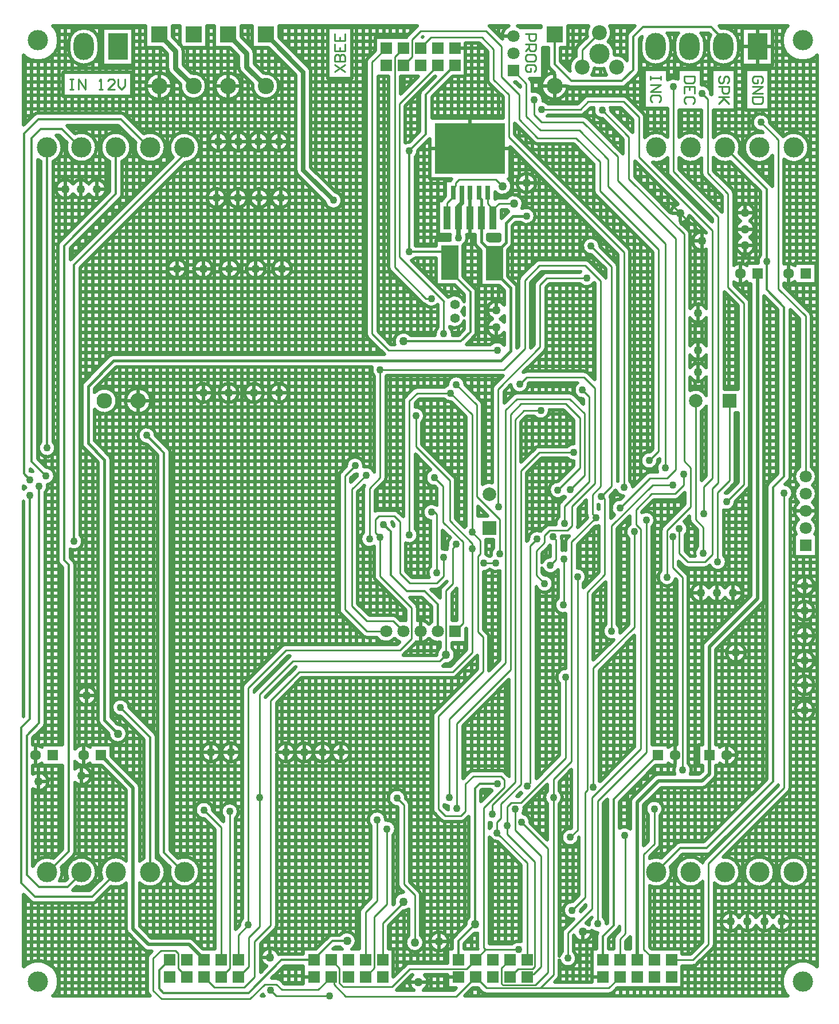
<source format=gtl>
G04 Layer_Physical_Order=1*
G04 Layer_Color=255*
%FSLAX44Y44*%
%MOMM*%
G71*
G01*
G75*
%ADD10C,0.5000*%
%ADD11R,10.3630X7.4770*%
%ADD12R,1.0000X3.5000*%
%ADD13R,7.0000X5.8500*%
%ADD14R,0.7600X2.0000*%
%ADD15R,2.5000X5.0800*%
%ADD16C,0.2500*%
%ADD17C,0.3500*%
%ADD18C,0.3000*%
%ADD19C,0.2200*%
%ADD20C,0.4000*%
%ADD21C,0.7000*%
%ADD22C,0.8000*%
%ADD23C,0.2540*%
%ADD24C,3.0000*%
%ADD25R,1.7000X1.7000*%
%ADD26C,2.3000*%
%ADD27C,1.4000*%
%ADD28C,1.6000*%
%ADD29R,1.6000X1.6000*%
%ADD30C,1.8000*%
%ADD31R,1.8000X1.8000*%
%ADD32C,2.0000*%
%ADD33R,2.0000X2.0000*%
%ADD34R,1.8000X1.8000*%
%ADD35R,2.0000X2.0000*%
%ADD36R,2.4000X2.4000*%
%ADD37C,2.4000*%
%ADD38O,3.0000X4.0000*%
%ADD39R,3.0000X4.0000*%
%ADD40C,2.2000*%
%ADD41C,1.2700*%
%ADD42C,1.1000*%
D10*
X1111174Y1298786D02*
G03*
X1098785Y1285800I-13000J0D01*
G01*
X1065340Y1415800D02*
G03*
X1039327Y1438024I-22500J0D01*
G01*
X1169100Y1261750D02*
G03*
X1131023Y1277986I-22500J0D01*
G01*
X1132340Y1244346D02*
G03*
X1169100Y1261750I14260J17404D01*
G01*
X1131023Y1277986D02*
G03*
X1129772Y1279562I-7433J-4616D01*
G01*
X1131023Y1277986D02*
G03*
X1129777Y1279557I-7433J-4616D01*
G01*
X1100928Y1283658D02*
G03*
X1114840Y1249761I-5127J-21908D01*
G01*
Y1204251D02*
G03*
X1113028Y1206804I-8340J-4001D01*
G01*
X1114840Y1204251D02*
G03*
X1113041Y1206791I-8340J-4001D01*
G01*
X1066044Y1253788D02*
G03*
X1067500Y1261750I-21044J7962D01*
G01*
X1058170Y1193750D02*
G03*
X1055602Y1199942I-8750J0D01*
G01*
X1081793Y1153280D02*
G03*
X1088710Y1165270I-6933J11990D01*
G01*
D02*
G03*
X1067927Y1153280I-13850J0D01*
G01*
X1088710Y1141290D02*
G03*
X1081793Y1153280I-13850J0D01*
G01*
X1058170Y1193750D02*
G03*
X1055607Y1199937I-8750J0D01*
G01*
X1067927Y1153280D02*
G03*
X1067927Y1129300I6933J-11990D01*
G01*
X1020340Y1405800D02*
G03*
X1065340Y1405800I22500J0D01*
G01*
X1023647Y1427542D02*
G03*
X1020340Y1415800I19193J-11742D01*
G01*
X1015340D02*
G03*
X1009664Y1430740I-22500J0D01*
G01*
X970340Y1405800D02*
G03*
X1015340Y1405800I22500J0D01*
G01*
X1024052Y1341458D02*
G03*
X1010526Y1354447I-13000J0D01*
G01*
X976016Y1430740D02*
G03*
X970340Y1415800I16824J-14940D01*
G01*
X965340D02*
G03*
X959664Y1430740I-22500J0D01*
G01*
X920340Y1405800D02*
G03*
X965340Y1405800I22500J0D01*
G01*
X975210Y1362881D02*
G03*
X960525Y1361667I-6460J-11281D01*
G01*
X1067500Y1261750D02*
G03*
X1027980Y1276466I-22500J0D01*
G01*
Y1247034D02*
G03*
X1052963Y1240706I17020J14716D01*
G01*
X1010480Y1223940D02*
G03*
X1013043Y1217753I8750J0D01*
G01*
X1010480Y1277281D02*
G03*
X977500Y1276828I-16280J-15531D01*
G01*
Y1246672D02*
G03*
X1010480Y1246219I16700J15078D01*
G01*
Y1223940D02*
G03*
X1013048Y1217747I8750J0D01*
G01*
X960000Y1226180D02*
G03*
X962563Y1219993I8750J0D01*
G01*
X960000Y1226180D02*
G03*
X962568Y1219987I8750J0D01*
G01*
X938167Y1239867D02*
G03*
X960000Y1246562I5233J21883D01*
G01*
Y1276938D02*
G03*
X926530Y1276638I-16600J-15188D01*
G01*
X980117Y1150557D02*
G03*
X992210Y1161076I-1367J13782D01*
G01*
X975486Y1177800D02*
G03*
X964968Y1165706I3264J-13460D01*
G01*
X1172710Y1012750D02*
G03*
X1170147Y1018937I-8750J0D01*
G01*
X1172710Y1012750D02*
G03*
X1170142Y1018942I-8750J0D01*
G01*
X1148460Y1087446D02*
G03*
X1132340Y1089717I-9900J-11926D01*
G01*
Y1061323D02*
G03*
X1148460Y1063593I6220J14197D01*
G01*
X1081793Y1129300D02*
G03*
X1088710Y1141290I-6933J11990D01*
G01*
X1097250Y1102544D02*
G03*
X1093722Y1091020I9250J-9134D01*
G01*
X1088710Y1117310D02*
G03*
X1081793Y1129300I-13850J0D01*
G01*
X1180460Y775800D02*
G03*
X1172710Y789789I-16500J0D01*
G01*
X1138951Y769509D02*
G03*
X1141660Y776050I-6541J6541D01*
G01*
X1138938Y769496D02*
G03*
X1141660Y776050I-6528J6554D01*
G01*
X1067927Y1129300D02*
G03*
X1088710Y1117310I6933J-11990D01*
G01*
X1077340Y1087446D02*
G03*
X1058170Y1087942I-9900J-11926D01*
G01*
X1081650Y1031940D02*
G03*
X1079082Y1038132I-8750J0D01*
G01*
X1081650Y1031940D02*
G03*
X1079087Y1038127I-8750J0D01*
G01*
X1058170Y1063097D02*
G03*
X1077340Y1063593I9270J12422D01*
G01*
X1017380Y1135714D02*
G03*
X1017380Y1111405I-6640J-12155D01*
G01*
X993370Y1133680D02*
G03*
X990802Y1139872I-8750J0D01*
G01*
X993370Y1133680D02*
G03*
X990807Y1139867I-8750J0D01*
G01*
X1017380Y1023985D02*
G03*
X993370Y1024107I-12040J-6845D01*
G01*
Y1010173D02*
G03*
X1017380Y1010294I11970J6967D01*
G01*
X993370Y955083D02*
G03*
X1017380Y955204I11970J6967D01*
G01*
Y968895D02*
G03*
X993370Y969017I-12040J-6845D01*
G01*
Y922733D02*
G03*
X1017380Y922854I11970J6967D01*
G01*
Y936545D02*
G03*
X993370Y936667I-12040J-6845D01*
G01*
X1010404Y872321D02*
G03*
X1017380Y879590I-8604J15239D01*
G01*
Y895530D02*
G03*
X993370Y902895I-15580J-7970D01*
G01*
X933685Y812500D02*
G03*
X946074Y799515I-611J-12986D01*
G01*
X948200Y797911D02*
G03*
X945374Y782380I8750J-9614D01*
G01*
X922572Y1425570D02*
G03*
X920340Y1415800I20268J-9771D01*
G01*
X902972Y1432133D02*
G03*
X900250Y1425580I6528J-6554D01*
G01*
X902959Y1432121D02*
G03*
X900250Y1425580I6541J-6541D01*
G01*
X881958Y1398636D02*
G03*
X882000Y1400000I-22459J1364D01*
G01*
X916041Y1369739D02*
G03*
X918750Y1376280I-6541J6541D01*
G01*
X916028Y1369726D02*
G03*
X918750Y1376280I-6528J6554D01*
G01*
X900250Y1390121D02*
G03*
X881959Y1398636I-15690J-9802D01*
G01*
X893000Y1350530D02*
G03*
X899554Y1353252I0J9250D01*
G01*
X893000Y1350530D02*
G03*
X899541Y1353239I0J9250D01*
G01*
X900893Y1335701D02*
G03*
X894700Y1338270I-6193J-6182D01*
G01*
X900887Y1335707D02*
G03*
X894700Y1338270I-6187J-6187D01*
G01*
X877660Y1431120D02*
G03*
X874653Y1441230I-18500J0D01*
G01*
X843667D02*
G03*
X841497Y1425619I15493J-10110D01*
G01*
X872535Y1418339D02*
G03*
X877660Y1431120I-13375J12781D01*
G01*
X882000Y1400000D02*
G03*
X872535Y1418339I-22500J0D01*
G01*
X882000Y1400000D02*
G03*
X872535Y1418339I-22500J0D01*
G01*
X827679Y1411801D02*
G03*
X825160Y1405720I6081J-6081D01*
G01*
X827679Y1411801D02*
G03*
X825160Y1405720I6081J-6081D01*
G01*
X881958Y1398636D02*
G03*
X882000Y1400000I-22459J1364D01*
G01*
X852191Y1378720D02*
G03*
X866149Y1378505I7309J21280D01*
G01*
Y1378505D02*
G03*
X869904Y1369030I18411J1815D01*
G01*
X852191Y1378720D02*
G03*
X866149Y1378505I7309J21280D01*
G01*
X848416Y1369030D02*
G03*
X852191Y1378720I-14655J11290D01*
G01*
X825160Y1396699D02*
G03*
X816068Y1374914I8600J-16379D01*
G01*
X812620Y1352343D02*
G03*
X818120Y1350530I5500J7437D01*
G01*
X842990Y1338270D02*
G03*
X836803Y1335707I0J-8750D01*
G01*
X842990Y1338270D02*
G03*
X836797Y1335701I0J-8750D01*
G01*
X812620Y1352343D02*
G03*
X818120Y1350530I5500J7437D01*
G01*
X926530Y1306440D02*
G03*
X923967Y1312627I-8750J0D01*
G01*
X926530Y1306440D02*
G03*
X923962Y1312632I-8750J0D01*
G01*
X894240Y1252490D02*
G03*
X892917Y1254187I-7510J-4490D01*
G01*
X894240Y1252490D02*
G03*
X892912Y1254192I-7510J-4490D01*
G01*
X876478Y1317074D02*
G03*
X875942Y1320770I-13000J0D01*
G01*
X851015D02*
G03*
X864089Y1304088I12464J-3696D01*
G01*
X841543Y1305562D02*
G03*
X835350Y1308130I-6193J-6182D01*
G01*
X831390Y1309170D02*
G03*
X837583Y1311738I0J8750D01*
G01*
X831390Y1309170D02*
G03*
X837577Y1311733I0J8750D01*
G01*
X841537Y1305567D02*
G03*
X835350Y1308130I-6187J-6187D01*
G01*
X851270Y1197810D02*
G03*
X853838Y1191617I8750J0D01*
G01*
X851270Y1197810D02*
G03*
X853833Y1191623I8750J0D01*
G01*
X783870Y1384780D02*
G03*
X786579Y1378239I9250J0D01*
G01*
X783870Y1384780D02*
G03*
X786592Y1378226I9250J0D01*
G01*
X792940Y1371879D02*
G03*
X812620Y1352343I181J-19499D01*
G01*
X776201Y1330692D02*
G03*
X776290Y1332210I-12911J1517D01*
G01*
D02*
G03*
X760230Y1344845I-13000J0D01*
G01*
X783394Y1326670D02*
G03*
X776201Y1330692I-9614J-8750D01*
G01*
X782333Y1308130D02*
G03*
X783394Y1309170I-8553J9790D01*
G01*
X741993Y1439290D02*
G03*
X738604Y1441230I-9833J-13250D01*
G01*
X698287Y1439947D02*
G03*
X696657Y1441230I-6187J-6187D01*
G01*
X698293Y1439942D02*
G03*
X696657Y1441230I-6193J-6182D01*
G01*
X725717D02*
G03*
X716138Y1422096I6443J-15190D01*
G01*
X760230Y1355920D02*
G03*
X757667Y1362107I-8750J0D01*
G01*
X760230Y1355920D02*
G03*
X757662Y1362112I-8750J0D01*
G01*
X694550Y1362030D02*
G03*
X697118Y1355837I8750J0D01*
G01*
X694550Y1362030D02*
G03*
X697113Y1355843I8750J0D01*
G01*
X762258Y1269598D02*
G03*
X768450Y1267030I6193J6182D01*
G01*
X762263Y1269593D02*
G03*
X768450Y1267030I6187J6187D01*
G01*
X765630Y1209350D02*
G03*
X765630Y1209350I-13850J0D01*
G01*
X764718Y1160610D02*
G03*
X745145Y1171826I-13000J0D01*
G01*
X742844Y1151110D02*
G03*
X764718Y1160610I8874J9500D01*
G01*
X734410Y1297498D02*
G03*
X734958Y1296897I6730J5592D01*
G01*
X734410Y1297498D02*
G03*
X734953Y1296903I6730J5592D01*
G01*
X730320Y1204590D02*
G03*
X725204Y1215339I-13850J0D01*
G01*
X746960Y1178680D02*
G03*
X722254Y1187280I-13850J0D01*
G01*
X745145Y1171826D02*
G03*
X746960Y1178680I-12035J6854D01*
G01*
X722254Y1170080D02*
G03*
X725192Y1167317I10856J8600D01*
G01*
X705550Y1196071D02*
G03*
X730320Y1204590I10920J8519D01*
G01*
X713285Y1187280D02*
G03*
X705550Y1185564I-2215J-8310D01*
G01*
X713285Y1187280D02*
G03*
X705550Y1185564I-2215J-8310D01*
G01*
X904486Y1107394D02*
G03*
X901923Y1113581I-8750J0D01*
G01*
X904486Y1107394D02*
G03*
X901918Y1113586I-8750J0D01*
G01*
X886390Y1085742D02*
G03*
X883822Y1091934I-8750J0D01*
G01*
X886390Y1085742D02*
G03*
X883827Y1091929I-8750J0D01*
G01*
X868890Y1069189D02*
G03*
X867677Y1070707I-7400J-4669D01*
G01*
X868890Y1069189D02*
G03*
X867672Y1070712I-7400J-4669D01*
G01*
X860222Y1116160D02*
G03*
X847833Y1103174I-13000J0D01*
G01*
X844993Y1093391D02*
G03*
X838800Y1095960I-6193J-6182D01*
G01*
X844987Y1093397D02*
G03*
X838800Y1095960I-6187J-6187D01*
G01*
X831791Y1078460D02*
G03*
X831004Y1077666I8827J-9544D01*
G01*
X782066D02*
G03*
X775873Y1075098I0J-8750D01*
G01*
X782066Y1077666D02*
G03*
X775879Y1075103I0J-8750D01*
G01*
X831004Y1060166D02*
G03*
X851630Y1062006I9614J8750D01*
G01*
X778087Y960723D02*
G03*
X780650Y966910I-6187J6187D01*
G01*
X778082Y960717D02*
G03*
X780650Y966910I-6182J6193D01*
G01*
X842511Y928851D02*
G03*
X836430Y931370I-6081J-6081D01*
G01*
X842511Y928851D02*
G03*
X836430Y931370I-6081J-6081D01*
G01*
X933952Y782380D02*
G03*
X927765Y779817I0J-8750D01*
G01*
X933952Y782380D02*
G03*
X927759Y779811I0J-8750D01*
G01*
X886986Y769412D02*
G03*
X886390Y768834I8750J-9614D01*
G01*
X827007Y914170D02*
G03*
X835133Y890576I7515J-10608D01*
G01*
X821907Y896707D02*
G03*
X815720Y899270I-6187J-6187D01*
G01*
X821913Y896702D02*
G03*
X815720Y899270I-6193J-6182D01*
G01*
X821822Y824630D02*
G03*
X812208Y820380I-0J-13000D01*
G01*
Y802880D02*
G03*
X821822Y798630I9614J8750D01*
G01*
X785800Y873336D02*
G03*
X785754Y874426I-13000J0D01*
G01*
X770570Y1095960D02*
G03*
X764383Y1093397I0J-8750D01*
G01*
X770570Y1095960D02*
G03*
X764378Y1093391I0J-8750D01*
G01*
X765718Y1064942D02*
G03*
X763150Y1058750I6182J-6193D01*
G01*
X765713Y1064937D02*
G03*
X763150Y1058750I6187J-6187D01*
G01*
X743063Y1072077D02*
G03*
X740500Y1065890I6187J-6187D01*
G01*
X743068Y1072082D02*
G03*
X740500Y1065890I6182J-6193D01*
G01*
X728088Y1114372D02*
G03*
X730870Y1121090I-6718J6718D01*
G01*
X728088Y1114372D02*
G03*
X730870Y1121090I-6718J6718D01*
G01*
X737790Y1054110D02*
G03*
X735008Y1060827I-9500J0D01*
G01*
X737790Y1054110D02*
G03*
X735008Y1060827I-9500J0D01*
G01*
X718790Y1003718D02*
G03*
X713068Y1008649I-11560J-7628D01*
G01*
X718790Y1029390D02*
G03*
X701682Y1008780I-11270J-8050D01*
G01*
X713068Y1008649D02*
G03*
X718790Y1013289I-5548J12690D01*
G01*
X754558Y912198D02*
G03*
X754533Y913010I-13000J0D01*
G01*
X742924Y899270D02*
G03*
X754558Y912198I-1366J12928D01*
G01*
X763186Y864586D02*
G03*
X785800Y873336I9614J8750D01*
G01*
X770570Y820380D02*
G03*
X764383Y817817I0J-8750D01*
G01*
X770570Y820380D02*
G03*
X764378Y817812I0J-8750D01*
G01*
X752130Y931370D02*
G03*
X747135Y929771I0J-8600D01*
G01*
X752130Y931370D02*
G03*
X747135Y929771I0J-8600D01*
G01*
X701682Y1008780D02*
G03*
X718790Y988462I5548J-12690D01*
G01*
Y970229D02*
G03*
X698836Y971100I-10340J-7879D01*
G01*
X703880Y911264D02*
G03*
X701312Y905072I6182J-6193D01*
G01*
X728594Y911230D02*
G03*
X740192Y899270I12964J968D01*
G01*
X737590D02*
G03*
X731403Y896707I0J-8750D01*
G01*
X737590Y899270D02*
G03*
X731397Y896702I0J-8750D01*
G01*
X703875Y911259D02*
G03*
X701312Y905072I6187J-6187D01*
G01*
X1180460Y750400D02*
G03*
X1174494Y763100I-16500J0D01*
G01*
Y737700D02*
G03*
X1180460Y750400I-10534J12700D01*
G01*
Y699600D02*
G03*
X1174494Y712300I-16500J0D01*
G01*
X1180460Y725000D02*
G03*
X1174494Y737700I-16500J0D01*
G01*
Y712300D02*
G03*
X1180460Y725000I-10534J12700D01*
G01*
X1174494Y763100D02*
G03*
X1180460Y775800I-10534J12700D01*
G01*
X1155210Y789789D02*
G03*
X1153426Y763100I8750J-13989D01*
G01*
D02*
G03*
X1153426Y737700I10534J-12700D01*
G01*
D02*
G03*
X1153426Y712300I10534J-12700D01*
G01*
X1177854Y690700D02*
G03*
X1180460Y699600I-13894J8900D01*
G01*
X1153426Y712300D02*
G03*
X1150066Y690700I10534J-12700D01*
G01*
X1145520Y751530D02*
G03*
X1133898Y764457I-13000J0D01*
G01*
X1109502Y766223D02*
G03*
X1106780Y759670I6528J-6554D01*
G01*
X1109489Y766210D02*
G03*
X1106780Y759670I6541J-6541D01*
G01*
X1141270Y741915D02*
G03*
X1145520Y751530I-8750J9614D01*
G01*
X1079082Y757795D02*
G03*
X1081650Y763988I-6182J6193D01*
G01*
X1079087Y757801D02*
G03*
X1081650Y763988I-6187J6187D01*
G01*
X1176470Y614370D02*
G03*
X1176470Y614370I-13850J0D01*
G01*
Y577670D02*
G03*
X1176470Y577670I-13850J0D01*
G01*
Y540970D02*
G03*
X1176470Y540970I-13850J0D01*
G01*
Y504270D02*
G03*
X1176470Y504270I-13850J0D01*
G01*
Y467570D02*
G03*
X1176470Y467570I-13850J0D01*
G01*
X1099911Y588519D02*
G03*
X1102840Y595590I-7071J7071D01*
G01*
X1099911Y588519D02*
G03*
X1102840Y595590I-7071J7071D01*
G01*
X1057988Y763893D02*
G03*
X1060551Y770080I-6187J6187D01*
G01*
X1057982Y763888D02*
G03*
X1060551Y770080I-6182J6193D01*
G01*
X1043100Y726293D02*
G03*
X1060374Y738570I4274J12277D01*
G01*
X1048088Y751551D02*
G03*
X1045534Y751439I-715J-12980D01*
G01*
X1047350Y650100D02*
G03*
X1043100Y659714I-13000J0D01*
G01*
X1022528Y644693D02*
G03*
X1047350Y650100I11822J5407D01*
G01*
X1015060Y640850D02*
G03*
X1021253Y643418I0J8750D01*
G01*
X1004220Y672334D02*
G03*
X1000727Y658350I8750J-9614D01*
G01*
X1015060Y640850D02*
G03*
X1021247Y643413I0J8750D01*
G01*
X992904Y712056D02*
G03*
X995467Y705869I8750J0D01*
G01*
X992904Y712056D02*
G03*
X995472Y705863I8750J0D01*
G01*
X990524Y698584D02*
G03*
X984722Y709409I-13000J0D01*
G01*
X971300Y741400D02*
G03*
X977493Y743968I0J8750D01*
G01*
X971300Y741400D02*
G03*
X977487Y743963I0J8750D01*
G01*
X986274Y688969D02*
G03*
X990524Y698584I-8750J9614D01*
G01*
X991100Y626702D02*
G03*
X988532Y632894I-8750J0D01*
G01*
X991100Y626702D02*
G03*
X988537Y632889I-8750J0D01*
G01*
X983958Y643418D02*
G03*
X990150Y640850I6193J6182D01*
G01*
X983963Y643413D02*
G03*
X990150Y640850I6187J6187D01*
G01*
X1070840Y604230D02*
G03*
X1045070Y611282I-13850J0D01*
G01*
Y597178D02*
G03*
X1070840Y604230I11920J7052D01*
G01*
X1021230Y597178D02*
G03*
X1045070Y597178I11920J7052D01*
G01*
Y611282D02*
G03*
X1021230Y611282I-11920J-7052D01*
G01*
X1075060Y515680D02*
G03*
X1075060Y515680I-13850J0D01*
G01*
X1021230Y611282D02*
G03*
X1021230Y597178I-11920J-7052D01*
G01*
X950486Y636824D02*
G03*
X971989Y624688I8750J-9614D01*
G01*
X1014649Y531541D02*
G03*
X1011720Y524470I7071J-7071D01*
G01*
X1014649Y531541D02*
G03*
X1011720Y524470I7071J-7071D01*
G01*
X1176470Y430870D02*
G03*
X1176470Y430870I-13850J0D01*
G01*
X1062620Y364320D02*
G03*
X1037220Y376246I-15500J0D01*
G01*
Y352393D02*
G03*
X1062620Y364320I9900J11926D01*
G01*
X1138702Y310017D02*
G03*
X1141270Y316210I-6182J6193D01*
G01*
X1122571Y318849D02*
G03*
X1123770Y320325I-6541J6541D01*
G01*
X1138707Y310023D02*
G03*
X1141270Y316210I-6187J6187D01*
G01*
X1122558Y318836D02*
G03*
X1123770Y320325I-6528J6554D01*
G01*
X1067500Y191750D02*
G03*
X1042829Y214145I-22500J0D01*
G01*
X1169100Y191750D02*
G03*
X1169100Y191750I-22500J0D01*
G01*
X1116092Y112843D02*
G03*
X1142520Y118640I12578J5797D01*
G01*
D02*
G03*
X1116092Y124437I-13850J0D01*
G01*
X1118300Y191750D02*
G03*
X1118300Y191750I-22500J0D01*
G01*
X1116092Y124437D02*
G03*
X1090935Y124437I-12578J-5797D01*
G01*
D02*
G03*
X1065778Y124437I-12578J-5797D01*
G01*
D02*
G03*
X1065778Y112843I-12578J-5797D01*
G01*
X1090935D02*
G03*
X1116092Y112843I12578J5797D01*
G01*
X1065778D02*
G03*
X1090935Y112843I12578J5797D01*
G01*
X1028791Y329729D02*
G03*
X1031720Y336800I-7071J7071D01*
G01*
X1028791Y329729D02*
G03*
X1031720Y336800I-7071J7071D01*
G01*
X1011290Y316370D02*
G03*
X1018361Y319299I0J10000D01*
G01*
X1011290Y316370D02*
G03*
X1018361Y319299I0J10000D01*
G01*
X961020Y352393D02*
G03*
X971150Y348821I9900J11926D01*
G01*
X973600Y379586D02*
G03*
X961020Y376246I-2680J-15266D01*
G01*
X993958Y336370D02*
G03*
X995350Y342222I-11608J5852D01*
G01*
D02*
G03*
X991100Y351836I-13000J0D01*
G01*
X971150Y348821D02*
G03*
X970742Y336370I11200J-6600D01*
G01*
X978640Y236240D02*
G03*
X972100Y233531I0J-9250D01*
G01*
X1017630Y217740D02*
G03*
X1024184Y220462I0J9250D01*
G01*
X1029400Y175536D02*
G03*
X1067500Y191750I15600J16214D01*
G01*
X1017630Y217740D02*
G03*
X1024171Y220449I0J9250D01*
G01*
X1014463Y210527D02*
G03*
X1011982Y205536I6187J-6187D01*
G01*
X1014468Y210532D02*
G03*
X1011982Y205536I6182J-6193D01*
G01*
Y205536D02*
G03*
X1011900Y177859I-17782J-13786D01*
G01*
X1026837Y78823D02*
G03*
X1029400Y85010I-6187J6187D01*
G01*
X1026832Y78817D02*
G03*
X1029400Y85010I-6182J6193D01*
G01*
X978640Y236240D02*
G03*
X972087Y233518I0J-9250D01*
G01*
X997700Y53310D02*
G03*
X1003893Y55878I0J8750D01*
G01*
X997700Y53310D02*
G03*
X1003887Y55873I0J8750D01*
G01*
X941756Y711538D02*
G03*
X922266Y722802I-13000J0D01*
G01*
X953054Y702490D02*
G03*
X950486Y696298I6182J-6193D01*
G01*
X937506Y701923D02*
G03*
X941756Y711538I-8750J9614D01*
G01*
X908701Y760753D02*
G03*
X904486Y769412I-12965J-955D01*
G01*
X883541Y755294D02*
G03*
X894781Y746833I12195J4503D01*
G01*
X904766Y705799D02*
G03*
X902480Y684905I6464J-11279D01*
G01*
X953049Y702485D02*
G03*
X950486Y696298I6187J-6187D01*
G01*
X876300Y742518D02*
G03*
X875458Y746263I-8750J0D01*
G01*
X876300Y742518D02*
G03*
X875458Y746263I-8750J0D01*
G01*
X890251Y742303D02*
G03*
X881419Y719247I-611J-12986D01*
G01*
X857730Y734482D02*
G03*
X858800Y734116I4732J12108D01*
G01*
Y727647D02*
G03*
X857730Y727962I-4212J-12299D01*
G01*
X840230Y720956D02*
G03*
X841618Y716227I8750J0D01*
G01*
X840230Y720956D02*
G03*
X841618Y716227I8750J0D01*
G01*
D02*
G03*
X841602Y714736I12970J-879D01*
G01*
X853977Y702362D02*
G03*
X858800Y703049I611J12986D01*
G01*
X835906Y618357D02*
G03*
X840156Y627972I-8750J9614D01*
G01*
X868698Y557322D02*
G03*
X880391Y535045I8750J-9614D01*
G01*
X890448Y547708D02*
G03*
X886198Y557322I-13000J0D01*
G01*
X890110Y544765D02*
G03*
X890448Y547708I-12662J2943D01*
G01*
X807173Y746702D02*
G03*
X808933Y745337I8819J9551D01*
G01*
X827412Y700546D02*
G03*
X827910Y703430I-8102J2883D01*
G01*
X827412Y700546D02*
G03*
X827910Y703430I-8102J2883D01*
G01*
X798685Y768973D02*
G03*
X807173Y746702I-611J-12986D01*
G01*
X801670Y738074D02*
G03*
X799102Y731882I6182J-6193D01*
G01*
X801665Y738069D02*
G03*
X799102Y731882I6187J-6187D01*
G01*
Y715818D02*
G03*
X794918Y704900I8750J-9614D01*
G01*
X812180Y687700D02*
G03*
X815064Y688198I0J8600D01*
G01*
X812180Y687700D02*
G03*
X815064Y688198I0J8600D01*
G01*
X812079Y685213D02*
G03*
X809516Y679026I6187J-6187D01*
G01*
X812084Y685218D02*
G03*
X809516Y679026I6182J-6193D01*
G01*
X804320Y681910D02*
G03*
X803513Y685580I-8750J0D01*
G01*
X804320Y681910D02*
G03*
X803513Y685580I-8750J0D01*
G01*
X803580Y686900D02*
G03*
X803555Y687700I-13000J0D01*
G01*
X803513Y685580D02*
G03*
X803580Y686900I-12933J1320D01*
G01*
X809516Y667158D02*
G03*
X804320Y667116I-2496J-12758D01*
G01*
X786010Y704900D02*
G03*
X779929Y702381I0J-8600D01*
G01*
X786010Y704900D02*
G03*
X779929Y702381I0J-8600D01*
G01*
X772764Y695216D02*
G03*
X754481Y682732I-5297J-11872D01*
G01*
X691930Y681524D02*
G03*
X691876Y682500I-8750J0D01*
G01*
X691930Y681524D02*
G03*
X691876Y682500I-8750J0D01*
G01*
X784661Y672219D02*
G03*
X786347Y674608I-6081J6081D01*
G01*
X784661Y672219D02*
G03*
X786347Y674608I-6081J6081D01*
G01*
X786820Y657734D02*
G03*
X774710Y648903I204J-12998D01*
G01*
X703344Y670860D02*
G03*
X699273Y659094I8750J-9614D01*
G01*
X699273D02*
G03*
X697616Y657777I7233J-10802D01*
G01*
Y638807D02*
G03*
X712234Y636622I8890J9485D01*
G01*
X697616Y657777D02*
G03*
X691903Y660898I-8890J-9485D01*
G01*
X688586Y635293D02*
G03*
X697616Y638807I140J12999D01*
G01*
X840156Y627972D02*
G03*
X827016Y640971I-13000J0D01*
G01*
X774710Y640569D02*
G03*
X798270Y638214I12314J4167D01*
G01*
Y596263D02*
G03*
X809516Y573459I8058J-10201D01*
G01*
Y492635D02*
G03*
X800626Y470021I-140J-12999D01*
G01*
X791388Y617812D02*
G03*
X777576Y630786I-13000J0D01*
G01*
X766280Y613079D02*
G03*
X791388Y617812I12108J4732D01*
G01*
X696503Y538521D02*
G03*
X693934Y544714I-8750J0D01*
G01*
X696503Y538521D02*
G03*
X693940Y544708I-8750J0D01*
G01*
X720079Y339265D02*
G03*
X713892Y341828I-6187J-6187D01*
G01*
X720085Y339259D02*
G03*
X713892Y341828I-6193J-6182D01*
G01*
X946440Y336370D02*
G03*
X939369Y333441I0J-10000D01*
G01*
X946440Y336370D02*
G03*
X939369Y333441I0J-10000D01*
G01*
X953620Y285120D02*
G03*
X931870Y275505I-13000J0D01*
G01*
X949370D02*
G03*
X953620Y285120I-8750J9614D01*
G01*
X907969Y302041D02*
G03*
X905040Y294970I7071J-7071D01*
G01*
X907969Y302041D02*
G03*
X905040Y294970I7071J-7071D01*
G01*
X946807Y227313D02*
G03*
X949370Y233500I-6187J6187D01*
G01*
X946802Y227307D02*
G03*
X949370Y233500I-6182J6193D01*
G01*
X965900Y191750D02*
G03*
X964444Y199712I-22500J0D01*
G01*
X933696Y171450D02*
G03*
X965900Y191750I9704J20300D01*
G01*
X951363Y212794D02*
G03*
X933696Y212049I-7962J-21044D01*
G01*
X905040Y255501D02*
G03*
X889390Y256586I-8542J-9800D01*
G01*
X860002Y325720D02*
G03*
X859274Y326436I-9478J-8898D01*
G01*
X904172Y95177D02*
G03*
X905040Y96187I-6182J6193D01*
G01*
X904177Y95183D02*
G03*
X905040Y96187I-6187J6187D01*
G01*
X886747Y106729D02*
G03*
X889240Y111464I-6357J6371D01*
G01*
X886754Y106736D02*
G03*
X889240Y111464I-6364J6364D01*
G01*
X870122Y115559D02*
G03*
X865878Y124760I-12993J-413D01*
G01*
X856893Y102148D02*
G03*
X855240Y96950I7347J-5198D01*
G01*
X883453Y99207D02*
G03*
X880890Y93020I6187J-6187D01*
G01*
X883458Y99212D02*
G03*
X880890Y93020I6182J-6193D01*
G01*
X848460Y103530D02*
G03*
X848305Y105599I-13850J0D01*
G01*
X848378Y124760D02*
G03*
X844234Y113490I8750J-9614D01*
G01*
D02*
G03*
X839747Y116392I-9624J-9960D01*
G01*
X856893Y102148D02*
G03*
X855240Y96950I7347J-5198D01*
G01*
X848305Y105599D02*
G03*
X856893Y102148I8823J9547D01*
G01*
X873390Y11659D02*
G03*
X879582Y14228I-0J8750D01*
G01*
X873390Y11659D02*
G03*
X879577Y14222I-0J8750D01*
G01*
X804490Y302150D02*
G03*
X800240Y311764I-13000J0D01*
G01*
Y292535D02*
G03*
X804490Y302150I-8750J9614D01*
G01*
X782740Y311764D02*
G03*
X782740Y292535I8750J-9614D01*
G01*
X816891Y256075D02*
G03*
X829280Y243090I-611J-12986D01*
G01*
X743456Y309242D02*
G03*
X744687Y308195I9024J9358D01*
G01*
X748191Y287207D02*
G03*
X749579Y288338I-4805J7313D01*
G01*
X748191Y287207D02*
G03*
X749573Y288333I-4805J7313D01*
G01*
X726050Y333044D02*
G03*
X724932Y334412I-7300J-4824D01*
G01*
X726050Y333044D02*
G03*
X724937Y334407I-7300J-4824D01*
G01*
X699059Y313310D02*
G03*
X700781Y311805I9381J9000D01*
G01*
X748462Y284564D02*
G03*
X748191Y287207I-13000J0D01*
G01*
X746839Y278274D02*
G03*
X748462Y284564I-11377J6290D01*
G01*
X757352Y265514D02*
G03*
X746839Y278274I-13000J0D01*
G01*
X697080Y264887D02*
G03*
X699670Y264322I4050J12353D01*
G01*
X697080Y243344D02*
G03*
X709031Y236714I11340J6356D01*
G01*
X699670Y259314D02*
G03*
X697080Y256056I8750J-9614D01*
G01*
X831894Y133288D02*
G03*
X832070Y135420I-12824J2132D01*
G01*
X821748Y98393D02*
G03*
X848460Y103530I12862J5137D01*
G01*
X819681Y148405D02*
G03*
X821202Y122596I-611J-12986D01*
G01*
X806750Y108144D02*
G03*
X804182Y101952I6182J-6193D01*
G01*
X806745Y108139D02*
G03*
X804182Y101952I6187J-6187D01*
G01*
X825932Y64600D02*
G03*
X821682Y74214I-13000J0D01*
G01*
X800240Y61787D02*
G03*
X825932Y64600I12692J2813D01*
G01*
X804182Y74214D02*
G03*
X800240Y67413I8750J-9614D01*
G01*
X743730Y89431D02*
G03*
X730166Y85796I-3950J-12385D01*
G01*
X797677Y33627D02*
G03*
X800240Y39814I-6187J6187D01*
G01*
X797672Y33621D02*
G03*
X800240Y39814I-6182J6193D01*
G01*
X596753Y1346571D02*
G03*
X594110Y1340200I6357J-6371D01*
G01*
X596746Y1346564D02*
G03*
X594110Y1340200I6364J-6364D01*
G01*
X590543Y1441230D02*
G03*
X588913Y1439947I4557J-7470D01*
G01*
X590543Y1441230D02*
G03*
X588908Y1439942I4557J-7470D01*
G01*
X576113Y1427147D02*
G03*
X574196Y1424260I6187J-6187D01*
G01*
X576118Y1427152D02*
G03*
X574196Y1424260I6182J-6193D01*
G01*
X517658Y1394092D02*
G03*
X515090Y1387900I6182J-6193D01*
G01*
X517653Y1394087D02*
G03*
X515090Y1387900I6187J-6187D01*
G01*
X640881Y1215339D02*
G03*
X639168Y1212500I6369J-5779D01*
G01*
X640881Y1215339D02*
G03*
X639168Y1212500I6369J-5779D01*
G01*
X628194Y1185866D02*
G03*
X626343Y1183109I6081J-6081D01*
G01*
X664295Y1128352D02*
G03*
X663393Y1133109I-13000J0D01*
G01*
X639197D02*
G03*
X638754Y1124930I12098J-4757D01*
G01*
X628194Y1185866D02*
G03*
X626343Y1183109I6081J-6081D01*
G01*
X578789Y1269927D02*
G03*
X572762Y1268585I-269J-12997D01*
G01*
X587360Y1247398D02*
G03*
X591520Y1256930I-8840J9532D01*
G01*
X433210Y1372770D02*
G03*
X429988Y1380548I-11000J0D01*
G01*
X433210Y1372770D02*
G03*
X429988Y1380548I-11000J0D01*
G01*
X385900Y1352380D02*
G03*
X363396Y1371647I-19500J0D01*
G01*
X349500Y1401100D02*
G03*
X346124Y1409239I-11500J0D01*
G01*
X349500Y1401100D02*
G03*
X346132Y1409232I-11500J0D01*
G01*
X347133Y1355384D02*
G03*
X385900Y1352380I19267J-3004D01*
G01*
X411210Y1228040D02*
G03*
X414432Y1220262I11000J0D01*
G01*
X411210Y1228040D02*
G03*
X414432Y1220262I11000J0D01*
G01*
X479500Y1183750D02*
G03*
X469379Y1196427I-13000J0D01*
G01*
X453823Y1180871D02*
G03*
X479500Y1183750I12677J2879D01*
G01*
X399710Y1270580D02*
G03*
X399710Y1270580I-13850J0D01*
G01*
X369977D02*
G03*
X369977Y1270580I-13850J0D01*
G01*
X402480Y1187260D02*
G03*
X402480Y1187260I-13850J0D01*
G01*
X370843D02*
G03*
X370843Y1187260I-13850J0D01*
G01*
X675835Y1121995D02*
G03*
X678618Y1115277I9500J0D01*
G01*
X675835Y1121995D02*
G03*
X678618Y1115277I9500J0D01*
G01*
X677670Y1048500D02*
G03*
X675027Y1054871I-9000J0D01*
G01*
X677670Y1048500D02*
G03*
X675034Y1054864I-9000J0D01*
G01*
X658180Y1117325D02*
G03*
X664295Y1128352I-6885J11027D01*
G01*
X675034Y983216D02*
G03*
X677670Y989580I-6364J6364D01*
G01*
X675027Y983209D02*
G03*
X677670Y989580I-6357J6371D01*
G01*
X656300Y1019800D02*
G03*
X659670Y1025572I-10500J10000D01*
G01*
Y1034027D02*
G03*
X636164Y1040635I-13870J-4228D01*
G01*
X638350Y997360D02*
G03*
X659670Y1005572I7450J12440D01*
G01*
Y1014027D02*
G03*
X656300Y1019800I-13870J-4228D01*
G01*
X581874Y1094924D02*
G03*
X587741Y1098440I-3514J12516D01*
G01*
X642600Y986420D02*
G03*
X638350Y996034I-13000J0D01*
G01*
X642459Y984510D02*
G03*
X642600Y986420I-12859J1910D01*
G01*
X601450Y1030155D02*
G03*
X620850Y1029917I9806J8534D01*
G01*
X597188Y1032508D02*
G03*
X601450Y1030155I6193J6182D01*
G01*
X597193Y1032503D02*
G03*
X601450Y1030155I6187J6187D01*
G01*
X620850Y996034D02*
G03*
X616741Y984510I8750J-9614D01*
G01*
X686830Y881810D02*
G03*
X684267Y887997I-8750J0D01*
G01*
X686830Y881810D02*
G03*
X684262Y888003I-8750J0D01*
G01*
X661200Y911690D02*
G03*
X635207Y911278I-13000J0D01*
G01*
X701312Y766854D02*
G03*
X686830Y764519I-4712J-16854D01*
G01*
X635207Y911278D02*
G03*
X629836Y907740I4243J-12288D01*
G01*
Y890240D02*
G03*
X640061Y886004I9614J8750D01*
G01*
X589920Y907740D02*
G03*
X583733Y905177I0J-8750D01*
G01*
X589920Y907740D02*
G03*
X583727Y905172I0J-8750D01*
G01*
X597146Y855847D02*
G03*
X601396Y865462I-8750J9614D01*
G01*
X647130Y770180D02*
G03*
X644562Y776372I-8750J0D01*
G01*
X647130Y770180D02*
G03*
X644567Y776367I-8750J0D01*
G01*
X610113Y786073D02*
G03*
X616185Y761290I5462J-11797D01*
G01*
X601396Y865462D02*
G03*
X587494Y878430I-13000J0D01*
G01*
X548170Y1085150D02*
G03*
X550733Y1078963I8750J0D01*
G01*
X548170Y1085150D02*
G03*
X550738Y1078957I8750J0D01*
G01*
X580657Y984510D02*
G03*
X557001Y971100I-10527J-9000D01*
G01*
X544420Y923885D02*
G03*
X545285Y924750I-8750J9614D01*
G01*
X523232Y937280D02*
G03*
X526920Y923885I12438J-3780D01*
G01*
X404470Y1082770D02*
G03*
X404470Y1082770I-13850J0D01*
G01*
X365630D02*
G03*
X365630Y1082770I-13850J0D01*
G01*
X515090Y986520D02*
G03*
X517653Y980333I8750J0D01*
G01*
X515090Y986520D02*
G03*
X517658Y980327I8750J0D01*
G01*
X572557Y894001D02*
G03*
X569994Y887814I6187J-6187D01*
G01*
X572562Y894006D02*
G03*
X569994Y887814I6182J-6193D01*
G01*
X541857Y768303D02*
G03*
X544420Y774490I-6187J6187D01*
G01*
X541852Y768297D02*
G03*
X544420Y774490I-6182J6193D01*
G01*
X526920Y782365D02*
G03*
X511404Y790397I-12184J-4533D01*
G01*
X511480Y791802D02*
G03*
X485494Y791190I-13000J0D01*
G01*
X511404Y790398D02*
G03*
X511480Y791802I-12924J1404D01*
G01*
X400160Y899250D02*
G03*
X400160Y899250I-13850J0D01*
G01*
X362883D02*
G03*
X362883Y899250I-13850J0D01*
G01*
X501812Y779236D02*
G03*
X501750Y777221I12924J-1404D01*
G01*
X497869Y778816D02*
G03*
X501812Y779236I611J12986D01*
G01*
X512072Y762793D02*
G03*
X510966Y758536I7645J-4257D01*
G01*
X512072Y762793D02*
G03*
X510966Y758536I7645J-4257D01*
G01*
X477348Y783044D02*
G03*
X474780Y776852I6182J-6193D01*
G01*
X477343Y783039D02*
G03*
X474780Y776852I6187J-6187D01*
G01*
X326500Y1380780D02*
G03*
X329868Y1372648I11500J0D01*
G01*
X326500Y1380780D02*
G03*
X329876Y1372641I11500J0D01*
G01*
X279220Y1352380D02*
G03*
X256716Y1371647I-19500J0D01*
G01*
X244500Y1404500D02*
G03*
X243549Y1409080I-11500J0D01*
G01*
D02*
G03*
X241132Y1412632I-10549J-4580D01*
G01*
X244500Y1404500D02*
G03*
X243549Y1409080I-11500J0D01*
G01*
D02*
G03*
X241124Y1412639I-10549J-4580D01*
G01*
X221500Y1379100D02*
G03*
X224876Y1370961I11500J0D01*
G01*
X221500Y1379100D02*
G03*
X224868Y1370968I11500J0D01*
G01*
X340243Y1270580D02*
G03*
X340243Y1270580I-13850J0D01*
G01*
X330020Y1352380D02*
G03*
X330020Y1352380I-19500J0D01*
G01*
X240453Y1355384D02*
G03*
X279220Y1352380I19267J-3004D01*
G01*
X310510Y1270580D02*
G03*
X310510Y1270580I-13850J0D01*
G01*
X339207Y1187260D02*
G03*
X339207Y1187260I-13850J0D01*
G01*
X307570D02*
G03*
X307570Y1187260I-13850J0D01*
G01*
X247385Y1239264D02*
G03*
X269100Y1261750I-785J22486D01*
G01*
D02*
G03*
X229310Y1247352I-22500J0D01*
G01*
X228420Y1352380D02*
G03*
X228420Y1352380I-19500J0D01*
G01*
X218300Y1261750D02*
G03*
X186599Y1282283I-22500J0D01*
G01*
X174308Y1268410D02*
G03*
X218300Y1261750I21492J-6660D01*
G01*
X75460Y1405800D02*
G03*
X120460Y1405800I22500J0D01*
G01*
Y1415800D02*
G03*
X75460Y1415800I-22500J0D01*
G01*
X158821Y1310060D02*
G03*
X152280Y1312770I-6541J-6541D01*
G01*
X158834Y1310048D02*
G03*
X152280Y1312770I-6554J-6528D01*
G01*
X30774D02*
G03*
X24233Y1310060I0J-9250D01*
G01*
X30774Y1312770D02*
G03*
X24221Y1310048I0J-9250D01*
G01*
X167500Y1261750D02*
G03*
X135750Y1241239I-22500J0D01*
G01*
X154250D02*
G03*
X167500Y1261750I-9250J20511D01*
G01*
X116700D02*
G03*
X84999Y1282283I-22500J0D01*
G01*
X72708Y1268410D02*
G03*
X116700Y1261750I21492J-6660D01*
G01*
X130730Y1200470D02*
G03*
X105210Y1207929I-13850J0D01*
G01*
Y1193011D02*
G03*
X130730Y1200470I11670J7459D01*
G01*
X65900Y1261750D02*
G03*
X57150Y1279560I-22500J0D01*
G01*
X52650Y1241239D02*
G03*
X65900Y1261750I-9250J20511D01*
G01*
X105210Y1207929D02*
G03*
X81870Y1207929I-11670J-7459D01*
G01*
X81870D02*
G03*
X81870Y1193011I-11670J-7459D01*
G01*
X29956Y1243708D02*
G03*
X34150Y1241239I13444J18042D01*
G01*
X326790Y1082770D02*
G03*
X326790Y1082770I-13850J0D01*
G01*
X287950D02*
G03*
X287950Y1082770I-13850J0D01*
G01*
X151541Y1186519D02*
G03*
X154250Y1193060I-6541J6541D01*
G01*
X151528Y1186506D02*
G03*
X154250Y1193060I-6528J6554D01*
G01*
X249110Y1082770D02*
G03*
X249110Y1082770I-13850J0D01*
G01*
X141830Y956280D02*
G03*
X135113Y953497I0J-9500D01*
G01*
X141830Y956280D02*
G03*
X135113Y953497I0J-9500D01*
G01*
X325607Y899250D02*
G03*
X325607Y899250I-13850J0D01*
G01*
X288330D02*
G03*
X288330Y899250I-13850J0D01*
G01*
X225430Y810940D02*
G03*
X222708Y817493I-9250J0D01*
G01*
X225430Y810940D02*
G03*
X222721Y817480I-9250J0D01*
G01*
X197040Y887560D02*
G03*
X197040Y887560I-19000J0D01*
G01*
X147040D02*
G03*
X113680Y900002I-19000J0D01*
G01*
X203610Y836591D02*
G03*
X190528Y823510I-13000J-82D01*
G01*
X137840Y800810D02*
G03*
X135058Y807527I-9500J0D01*
G01*
X137840Y800810D02*
G03*
X135058Y807527I-9500J0D01*
G01*
X113680Y875118D02*
G03*
X147040Y887560I14360J12442D01*
G01*
X81870Y1193011D02*
G03*
X105210Y1193011I11670J7459D01*
G01*
X62042Y1123183D02*
G03*
X59320Y1116630I6528J-6554D01*
G01*
X62029Y1123170D02*
G03*
X59320Y1116630I6541J-6541D01*
G01*
X97463Y915847D02*
G03*
X94680Y909130I6718J-6718D01*
G01*
X97463Y915847D02*
G03*
X94680Y909130I6718J-6718D01*
G01*
Y824970D02*
G03*
X97463Y818252I9500J0D01*
G01*
X94680Y824970D02*
G03*
X97463Y818252I9500J0D01*
G01*
X56400Y817910D02*
G03*
X52650Y827044I-13000J0D01*
G01*
X34150D02*
G03*
X56400Y817910I9250J-9134D01*
G01*
X55070Y776750D02*
G03*
X42152Y789750I-13000J0D01*
G01*
X44268Y763937D02*
G03*
X55070Y776750I-2198J12813D01*
G01*
X44500Y761490D02*
G03*
X44268Y763937I-13000J0D01*
G01*
X40750Y752355D02*
G03*
X44500Y761490I-9250J9134D01*
G01*
X22413Y783326D02*
G03*
X18400Y784075I-4362J-12246D01*
G01*
X8770Y761976D02*
G03*
X11758Y759704I9280J9104D01*
G01*
D02*
G03*
X8770Y757346I6472J-11274D01*
G01*
X662450Y703118D02*
G03*
X660448Y700810I8750J-9614D01*
G01*
X639070Y685346D02*
G03*
X634955Y673308I8670J-9686D01*
G01*
D02*
G03*
X634256Y669882I8051J-3426D01*
G01*
X634955Y673308D02*
G03*
X634256Y669882I8051J-3426D01*
G01*
Y668180D02*
G03*
X627626Y669059I-4966J-12014D01*
G01*
X619462Y733506D02*
G03*
X610126Y710296I-7952J-10284D01*
G01*
X591744Y689250D02*
G03*
X587494Y698864I-13000J0D01*
G01*
X626664Y613336D02*
G03*
X624096Y607144I6182J-6193D01*
G01*
X618710Y609420D02*
G03*
X624903Y611988I0J8750D01*
G01*
X618710Y609420D02*
G03*
X624897Y611983I0J8750D01*
G01*
X626659Y613331D02*
G03*
X624096Y607144I6187J-6187D01*
G01*
X610126Y643428D02*
G03*
X607855Y626920I8750J-9614D01*
G01*
X590796Y582184D02*
G03*
X588228Y588376I-8750J0D01*
G01*
X590796Y582184D02*
G03*
X588233Y588371I-8750J0D01*
G01*
X646696Y512690D02*
G03*
X641596Y523426I-13850J0D01*
G01*
X631442Y498911D02*
G03*
X646696Y512690I1404J13779D01*
G01*
X677895Y510151D02*
G03*
X679003Y511506I-6187J6187D01*
G01*
X677890Y510145D02*
G03*
X679003Y511506I-6182J6193D01*
G01*
X642730Y478610D02*
G03*
X648923Y481178I0J8750D01*
G01*
X642730Y478610D02*
G03*
X648917Y481173I0J8750D01*
G01*
X611400Y561029D02*
G03*
X607700Y557734I9000J-13829D01*
G01*
Y536666D02*
G03*
X624096Y531119I12700J10534D01*
G01*
X607700Y557734D02*
G03*
X590796Y563155I-12700J-10534D01*
G01*
X589214Y531748D02*
G03*
X607700Y536666I5786J15452D01*
G01*
X588233Y530579D02*
G03*
X589214Y531748I-6187J6187D01*
G01*
X588228Y530573D02*
G03*
X589214Y531748I-6182J6193D01*
G01*
X624096Y523426D02*
G03*
X619007Y512150I8750J-10736D01*
G01*
X628395Y496110D02*
G03*
X629749Y497218I-4839J7290D01*
G01*
X628395Y496110D02*
G03*
X629743Y497213I-4839J7290D01*
G01*
X615378Y427910D02*
G03*
X612810Y421717I6182J-6193D01*
G01*
X615373Y427904D02*
G03*
X612810Y421717I6187J-6187D01*
G01*
X562739Y723816D02*
G03*
X556546Y726384I-6193J-6182D01*
G01*
X562733Y723821D02*
G03*
X556546Y726384I-6187J-6187D01*
G01*
X553644Y705090D02*
G03*
X553144Y708662I-13000J0D01*
G01*
X533224Y726384D02*
G03*
X528466Y724977I0J-8750D01*
G01*
X533224Y726384D02*
G03*
X528466Y724977I0J-8750D01*
G01*
X573480Y677363D02*
G03*
X591744Y689250I5264J11887D01*
G01*
X526814Y628666D02*
G03*
X529382Y622473I8750J0D01*
G01*
X526814Y628666D02*
G03*
X529377Y622479I8750J0D01*
G01*
X510966Y693367D02*
G03*
X526814Y672861I8750J-9614D01*
G01*
X474780Y579150D02*
G03*
X477343Y572963I8750J0D01*
G01*
X474780Y579150D02*
G03*
X477348Y572957I8750J0D01*
G01*
X560527Y568647D02*
G03*
X554340Y571210I-6187J-6187D01*
G01*
X573296Y563280D02*
G03*
X565896Y563279I-3696J-16081D01*
G01*
X556900Y536666D02*
G03*
X564435Y531529I12700J10534D01*
G01*
X560533Y568642D02*
G03*
X554340Y571210I-6193J-6182D01*
G01*
X530211Y538450D02*
G03*
X556900Y536666I13989J8750D01*
G01*
X569602Y512150D02*
G03*
X570823Y513168I-4972J7200D01*
G01*
X569602Y512150D02*
G03*
X570817Y513163I-4972J7200D01*
G01*
X509287Y541018D02*
G03*
X515480Y538450I6193J6182D01*
G01*
X509293Y541013D02*
G03*
X515480Y538450I6187J6187D01*
G01*
X411071Y494650D02*
G03*
X409723Y493547I4839J-7290D01*
G01*
X411071Y494650D02*
G03*
X409717Y493541I4839J-7290D01*
G01*
X402028Y510600D02*
G03*
X400807Y509582I4972J-7200D01*
G01*
X402028Y510600D02*
G03*
X400813Y509587I4972J-7200D01*
G01*
X672958Y341828D02*
G03*
X666766Y339259I0J-8750D01*
G01*
X672958Y341828D02*
G03*
X666771Y339265I0J-8750D01*
G01*
X655010Y266280D02*
G03*
X661203Y268848I0J8750D01*
G01*
X655010Y266280D02*
G03*
X661197Y268843I0J8750D01*
G01*
X674580Y100912D02*
G03*
X679580Y101436I1080J13808D01*
G01*
X666660Y125247D02*
G03*
X661852Y113640I9000J-10527D01*
G01*
X630310Y291121D02*
G03*
X636296Y288909I7362J10714D01*
G01*
D02*
G03*
X636090Y283780I12631J-3075D01*
G01*
X612810Y285030D02*
G03*
X615378Y278837I8750J0D01*
G01*
X579200Y291160D02*
G03*
X576637Y297347I-8750J0D01*
G01*
X579200Y291160D02*
G03*
X576632Y297352I-8750J0D01*
G01*
X612810Y285030D02*
G03*
X615373Y278843I8750J0D01*
G01*
X625373Y268843D02*
G03*
X631560Y266280I6187J6187D01*
G01*
X625368Y268848D02*
G03*
X631560Y266280I6193J6182D01*
G01*
X595440Y157470D02*
G03*
X592877Y163657I-8750J0D01*
G01*
X561700Y173710D02*
G03*
X564263Y167523I8750J0D01*
G01*
X561700Y173710D02*
G03*
X564268Y167517I8750J0D01*
G01*
X595440Y157470D02*
G03*
X592872Y163662I-8750J0D01*
G01*
X569745Y134300D02*
G03*
X577940Y137047I-85J13850D01*
G01*
X679580Y79982D02*
G03*
X679794Y78060I8750J0D01*
G01*
X679580Y79982D02*
G03*
X679794Y78060I8750J0D01*
G01*
X644523Y96311D02*
G03*
X641880Y89940I6357J-6371D01*
G01*
X644516Y96304D02*
G03*
X641880Y89940I6364J-6364D01*
G01*
X636380Y89350D02*
G03*
X636380Y89350I-13850J0D01*
G01*
X686344Y14222D02*
G03*
X692536Y11654I6193J6182D01*
G01*
X686349Y14217D02*
G03*
X692536Y11654I6187J6187D01*
G01*
X600540Y87710D02*
G03*
X595440Y98446I-13850J0D01*
G01*
X577940D02*
G03*
X600540Y87710I8750J-10736D01*
G01*
X579198Y57348D02*
G03*
X573011Y54785I0J-8750D01*
G01*
X579198Y57348D02*
G03*
X573005Y54780I0J-8750D01*
G01*
X606250Y29090D02*
G03*
X601123Y39848I-13850J0D01*
G01*
X599469Y17180D02*
G03*
X606250Y29090I-7069J11910D01*
G01*
X583677Y39848D02*
G03*
X585331Y17180I8723J-10758D01*
G01*
X573450Y301160D02*
G03*
X561061Y288174I-13000J0D01*
G01*
X543850Y269190D02*
G03*
X522100Y259575I-13000J0D01*
G01*
X554590Y245975D02*
G03*
X558840Y255590I-8750J9614D01*
G01*
X569786Y161999D02*
G03*
X556087Y145392I-126J-13849D01*
G01*
X558840Y255590D02*
G03*
X543828Y268433I-13000J0D01*
G01*
X491500Y368480D02*
G03*
X464063Y371168I-13850J0D01*
G01*
Y365792D02*
G03*
X491500Y368480I13587J2688D01*
G01*
X464063Y371168D02*
G03*
X436890Y371168I-13587J-2688D01*
G01*
D02*
G03*
X409717Y371168I-13587J-2688D01*
G01*
D02*
G03*
X382590Y371394I-13587J-2688D01*
G01*
X436890Y365792D02*
G03*
X464063Y365792I13587J2688D01*
G01*
X382590Y365566D02*
G03*
X409717Y365792I13540J2914D01*
G01*
D02*
G03*
X436890Y365792I13587J2688D01*
G01*
X554553Y143857D02*
G03*
X554590Y144660I-8713J803D01*
G01*
X554553Y143857D02*
G03*
X554590Y144660I-8713J803D01*
G01*
X507533Y138757D02*
G03*
X504970Y132570I6187J-6187D01*
G01*
X507538Y138763D02*
G03*
X504970Y132570I6182J-6193D01*
G01*
X500480Y89980D02*
G03*
X476103Y98980I-13850J0D01*
G01*
X493682Y78060D02*
G03*
X500480Y89980I-7052J11920D01*
G01*
X476103Y80980D02*
G03*
X479578Y78060I10527J9000D01*
G01*
X465200Y98980D02*
G03*
X458836Y96344I0J-9000D01*
G01*
X465200Y98980D02*
G03*
X458829Y96337I0J-9000D01*
G01*
X396210Y528100D02*
G03*
X390023Y525537I0J-8750D01*
G01*
X396210Y528100D02*
G03*
X390018Y525532I0J-8750D01*
G01*
X367658Y451482D02*
G03*
X366260Y449661I6182J-6193D01*
G01*
X351328Y460102D02*
G03*
X349470Y457362I6182J-6193D01*
G01*
X367653Y451477D02*
G03*
X366260Y449661I6187J-6187D01*
G01*
X351323Y460097D02*
G03*
X349470Y457362I6187J-6187D01*
G01*
X334538Y470052D02*
G03*
X331970Y463860I6182J-6193D01*
G01*
X334533Y470047D02*
G03*
X331970Y463860I6187J-6187D01*
G01*
X164920Y434791D02*
G03*
X151768Y421781I-13000J-11D01*
G01*
X328940Y368480D02*
G03*
X328940Y368480I-13850J0D01*
G01*
X299420D02*
G03*
X299420Y368480I-13850J0D01*
G01*
X205050Y390830D02*
G03*
X202328Y397383I-9250J0D01*
G01*
X205050Y390830D02*
G03*
X202341Y397371I-9250J0D01*
G01*
X161980Y396220D02*
G03*
X147721Y410064I-13850J0D01*
G01*
X96360Y680230D02*
G03*
X92610Y689364I-13000J0D01*
G01*
X77820Y668469D02*
G03*
X96360Y680230I5540J11760D01*
G01*
X84700Y645220D02*
G03*
X81991Y651760I-9250J0D01*
G01*
X84700Y645220D02*
G03*
X81978Y651773I-9250J0D01*
G01*
X59320Y652100D02*
G03*
X62029Y645559I9250J0D01*
G01*
X59320Y652100D02*
G03*
X62042Y645546I9250J0D01*
G01*
X118840Y416010D02*
G03*
X121623Y409292I9500J0D01*
G01*
X118840Y416010D02*
G03*
X121623Y409292I9500J0D01*
G01*
X115820Y452140D02*
G03*
X115820Y452140I-13850J0D01*
G01*
X134286Y396629D02*
G03*
X161980Y396220I13844J-409D01*
G01*
X107060Y376246D02*
G03*
X84700Y373539I-9900J-11926D01*
G01*
Y355100D02*
G03*
X107060Y352393I12460J9219D01*
G01*
X38041Y405069D02*
G03*
X40750Y411610I-6541J6541D01*
G01*
X38028Y405056D02*
G03*
X40750Y411610I-6528J6554D01*
G01*
X35940Y376246D02*
G03*
X22590Y379431I-9900J-11926D01*
G01*
Y349209D02*
G03*
X35940Y352393I3450J15111D01*
G01*
X326314Y281262D02*
G03*
X304564Y271647I-13000J0D01*
G01*
X322064D02*
G03*
X326314Y281262I-8750J9614D01*
G01*
X288170Y283410D02*
G03*
X275781Y270424I-13000J0D01*
G01*
X206930Y220420D02*
G03*
X209639Y213879I9250J0D01*
G01*
X269100Y191750D02*
G03*
X237399Y212282I-22500J0D01*
G01*
X225108Y198410D02*
G03*
X269100Y191750I21492J-6660D01*
G01*
X218300D02*
G03*
X205050Y212260I-22500J0D01*
G01*
X180312Y175429D02*
G03*
X218300Y191750I15488J16321D01*
G01*
X206930Y220420D02*
G03*
X209652Y213866I9250J0D01*
G01*
X186550Y212260D02*
G03*
X180312Y208071I9250J-20511D01*
G01*
X380027Y106833D02*
G03*
X382590Y113020I-6187J6187D01*
G01*
X380022Y106827D02*
G03*
X382590Y113020I-6182J6193D01*
G01*
X331970Y123184D02*
G03*
X327734Y112958I8750J-9614D01*
G01*
X385916Y70198D02*
G03*
X367804Y52832I-13116J-4448D01*
G01*
X389760Y71060D02*
G03*
X385916Y70198I0J-9000D01*
G01*
X389760Y71060D02*
G03*
X385916Y70198I0J-9000D01*
G01*
X388589Y32293D02*
G03*
X382402Y34856I-6187J-6187D01*
G01*
X388595Y32288D02*
G03*
X382402Y34856I-6193J-6182D01*
G01*
X362326Y11182D02*
G03*
X364005Y8770I11440J6174D01*
G01*
X260171Y91831D02*
G03*
X253100Y94760I-7071J-7071D01*
G01*
X260171Y91831D02*
G03*
X253100Y94760I-7071J-7071D01*
G01*
X194198Y70752D02*
G03*
X191630Y64560I6182J-6193D01*
G01*
X186329Y77689D02*
G03*
X193400Y74760I7071J7071D01*
G01*
X194193Y70747D02*
G03*
X191630Y64560I6187J-6187D01*
G01*
X186329Y77689D02*
G03*
X193400Y74760I7071J7071D01*
G01*
X191630Y16680D02*
G03*
X194193Y10493I8750J0D01*
G01*
X191630Y16680D02*
G03*
X194198Y10487I8750J0D01*
G01*
X180312Y316567D02*
G03*
X177383Y323638I-10000J0D01*
G01*
X180312Y316567D02*
G03*
X177383Y323638I-10000J0D01*
G01*
X108200Y334180D02*
G03*
X84700Y344115I-13850J0D01*
G01*
Y324245D02*
G03*
X108200Y334180I9650J9935D01*
G01*
X160312Y208236D02*
G03*
X124467Y182548I-15312J-16486D01*
G01*
X116700Y191750D02*
G03*
X73667Y182548I-22500J0D01*
G01*
X22590Y314555D02*
G03*
X44940Y325490I8500J10935D01*
G01*
D02*
G03*
X22590Y336425I-13850J0D01*
G01*
X81991Y215509D02*
G03*
X84700Y222050I-6541J6541D01*
G01*
X81978Y215496D02*
G03*
X84700Y222050I-6528J6554D01*
G01*
X65900Y191750D02*
G03*
X64892Y198410I-22500J0D01*
G01*
X61923Y178977D02*
G03*
X65900Y191750I-18523J12773D01*
G01*
X52601Y212282D02*
G03*
X22590Y200305I-9201J-20533D01*
G01*
X138340Y170258D02*
G03*
X160312Y175264I6660J21492D01*
G01*
X87540Y170258D02*
G03*
X116700Y191750I6660J21492D01*
G01*
X110010Y145760D02*
G03*
X116564Y148482I0J9250D01*
G01*
X110010Y145760D02*
G03*
X116551Y148469I0J9250D01*
G01*
X160312Y107848D02*
G03*
X163241Y100777I10000J0D01*
G01*
X160312Y107848D02*
G03*
X163241Y100777I10000J0D01*
G01*
X19099Y148469D02*
G03*
X25640Y145760I6541J6541D01*
G01*
X19087Y148482D02*
G03*
X25640Y145760I6554J6528D01*
G01*
X1136784Y1440012D02*
X1138001Y1441230D01*
X1133326Y1435098D02*
X1135843Y1438866D01*
X1130893Y1429604D02*
X1132627Y1433790D01*
X1130881Y1429561D02*
Y1441230D01*
X1129578Y1423741D02*
X1130462Y1428185D01*
X1136784Y1399987D02*
X1139988Y1396783D01*
X1133326Y1404901D02*
X1135843Y1401134D01*
X1180013Y1396783D02*
X1181230Y1398001D01*
X1129578Y1416258D02*
X1130462Y1411814D01*
X1130893Y1410395D02*
X1132627Y1406209D01*
X1129433Y1420000D02*
Y1422265D01*
X1115340Y1428641D02*
X1130617D01*
X1129433Y1417734D02*
Y1420000D01*
X1070340Y1438300D02*
X1115340D01*
Y1418641D02*
X1129433D01*
X1120881Y1288453D02*
Y1441230D01*
X1115340Y1408641D02*
X1131619D01*
X1115340Y1398641D02*
X1138130D01*
X1115340Y1383300D02*
Y1438300D01*
X1092840Y1410800D02*
X1112840D01*
X1175099Y1393325D02*
X1178866Y1395843D01*
X1169605Y1390892D02*
X1173791Y1392626D01*
X1151815Y1390462D02*
X1156259Y1389578D01*
X1141134Y1395843D02*
X1144902Y1393325D01*
X1146209Y1392626D02*
X1150396Y1390892D01*
X1163742Y1389578D02*
X1168186Y1390462D01*
X1115340Y1388641D02*
X1181230D01*
X1120693Y1288641D02*
X1181230D01*
X1150881Y1283839D02*
Y1390762D01*
X1157735Y1389432D02*
X1162266D01*
X1110525Y1348641D02*
X1181230D01*
X1110525Y1358641D02*
X1181230D01*
X1110525Y1338641D02*
X1181230D01*
X1070340Y1383300D02*
X1115340D01*
X1110525Y1368641D02*
X1181230D01*
X1110525Y1318641D02*
X1181230D01*
X1110525Y1328641D02*
X1181230D01*
X1106652Y1308641D02*
X1181230D01*
X1111173Y1298641D02*
X1181230D01*
X1100881Y1438300D02*
Y1441230D01*
X1090881Y1438300D02*
Y1441230D01*
X1110881Y1438300D02*
Y1441230D01*
X1070881Y1438300D02*
Y1441230D01*
X1080881Y1438300D02*
Y1441230D01*
X1092840Y1410800D02*
Y1435800D01*
X1072840Y1410800D02*
X1092840D01*
Y1385800D02*
Y1410800D01*
X1070340Y1383300D02*
Y1438300D01*
X1065340Y1405800D02*
Y1415800D01*
X1061316Y1428641D02*
X1070340D01*
X1060881Y1429245D02*
Y1441230D01*
X1065160Y1418641D02*
X1070340D01*
X1040881Y1438214D02*
Y1441230D01*
X1050881Y1436814D02*
Y1441230D01*
X1065340Y1408641D02*
X1070340D01*
X1064171Y1398641D02*
X1070340D01*
X1057394Y1388641D02*
X1070340D01*
X1050881Y1377290D02*
Y1384786D01*
X1100881Y1377290D02*
Y1383300D01*
X1075210Y1377290D02*
X1110525D01*
X1075210Y1316583D02*
X1110525D01*
X1080881Y1377290D02*
Y1383300D01*
X1090881Y1377290D02*
Y1383300D01*
X1110881Y1301531D02*
Y1383300D01*
X1110525Y1316583D02*
Y1377290D01*
X1100881Y1311501D02*
Y1316583D01*
X1075210D02*
Y1377290D01*
X1090881Y1309547D02*
Y1316583D01*
X1060525Y1348641D02*
X1075210D01*
X1060525Y1358641D02*
X1075210D01*
X1060525Y1338641D02*
X1075210D01*
X1040881Y1377290D02*
Y1383385D01*
X1060525Y1368641D02*
X1075210D01*
X1060525Y1328641D02*
X1075210D01*
X1060525Y1318641D02*
X1075210D01*
X1060525Y1316583D02*
Y1377290D01*
X1040881Y1283870D02*
Y1316583D01*
X1161464Y1278641D02*
X1181230D01*
X1168019Y1268641D02*
X1181230D01*
X1140881Y1283511D02*
Y1396065D01*
X1160881Y1279137D02*
Y1389432D01*
X1170881Y1091020D02*
Y1391421D01*
X1168884Y1258641D02*
X1181230D01*
X1164887Y1248641D02*
X1181230D01*
X1160881Y1091020D02*
Y1244363D01*
X1130881Y1278208D02*
Y1410439D01*
X1130574Y1278641D02*
X1131736D01*
X1111160Y1298174D02*
X1129772Y1279562D01*
X1098785Y1285800D02*
X1100928Y1283658D01*
X1114840Y1204251D02*
Y1249761D01*
X1066044Y1253788D02*
X1113028Y1206804D01*
X1110881Y1208951D02*
Y1245052D01*
X1132340Y1208641D02*
X1181230D01*
X1132340Y1218641D02*
X1181230D01*
X1132340Y1198641D02*
X1181230D01*
X1132340Y1238641D02*
X1181230D01*
X1132340Y1228641D02*
X1181230D01*
X1150881Y1091020D02*
Y1239661D01*
X1132340Y1188641D02*
X1181230D01*
X1132340Y1178641D02*
X1181230D01*
X1132340Y1089717D02*
Y1244346D01*
X1140881Y1090845D02*
Y1239989D01*
X1091191Y1228641D02*
X1114840D01*
X1081191Y1238641D02*
X1114840D01*
X1111191Y1208641D02*
X1114840D01*
X1100881Y1218951D02*
Y1239831D01*
X1101191Y1218641D02*
X1114840D01*
X1132340Y1168641D02*
X1181230D01*
X1132340Y1158641D02*
X1181230D01*
X1052963Y1240706D02*
X1097250Y1196419D01*
X1090881Y1283706D02*
Y1288024D01*
X1080881Y1278592D02*
Y1316583D01*
X1071191Y1248641D02*
X1077514D01*
X1070881Y1248951D02*
Y1383300D01*
X1067284Y1258641D02*
X1073516D01*
X1090881Y1228951D02*
Y1239794D01*
X1080881Y1238951D02*
Y1244908D01*
X1090881Y1091020D02*
Y1202788D01*
X1070881Y1178536D02*
Y1222788D01*
X1080881Y1177743D02*
Y1212788D01*
X1066419Y1268641D02*
X1074381D01*
X1059865Y1278641D02*
X1080936D01*
X1060881Y1277689D02*
Y1392354D01*
X1050881Y1283468D02*
Y1316583D01*
X1060881Y1089564D02*
Y1232788D01*
X1046903Y1208641D02*
X1085028D01*
X1050881Y1204663D02*
Y1240032D01*
X1040881Y1214663D02*
Y1239630D01*
X1088294Y1168641D02*
X1097250D01*
X1078471Y1178641D02*
X1097250D01*
X1074860Y1165270D02*
X1086210D01*
X1074860D02*
Y1176620D01*
X1063510Y1165270D02*
X1074860D01*
X1097250Y1102544D02*
Y1196419D01*
X1087021Y1158641D02*
X1097250D01*
X1058170Y1188641D02*
X1097250D01*
X1056675Y1198641D02*
X1095028D01*
X1058170Y1178641D02*
X1071249D01*
X1058170Y1168641D02*
X1061427D01*
X1058170Y1158641D02*
X1062700D01*
X1058170Y1087942D02*
Y1193750D01*
X1040670Y1166634D02*
Y1190126D01*
X1036122Y1441230D02*
X1039327Y1438024D01*
X1036122Y1441230D02*
X1138001D01*
X1038710Y1438641D02*
X1135693D01*
X1020449Y1430740D02*
X1023647Y1427542D01*
X1020881Y1420703D02*
Y1430307D01*
Y1349966D02*
Y1400896D01*
X1015340Y1405800D02*
Y1415800D01*
X1020340Y1405800D02*
Y1415800D01*
X1011316Y1428641D02*
X1022548D01*
X1009664Y1430740D02*
X1020449D01*
X1015160Y1418641D02*
X1020520D01*
X1010881Y1429245D02*
Y1430740D01*
X1015340Y1408641D02*
X1020340D01*
X1014171Y1398641D02*
X1021509D01*
X1007394Y1388641D02*
X1028286D01*
X1010881Y1354457D02*
Y1392354D01*
X1030881Y1377290D02*
Y1386741D01*
X1025210Y1377290D02*
X1060525D01*
X1027980Y1316583D02*
X1060525D01*
X1025210Y1339674D02*
Y1377290D01*
X1024038Y1340847D02*
X1025210Y1339674D01*
X1027980Y1298641D02*
X1085175D01*
X1027980Y1308641D02*
X1089696D01*
X1027980Y1288641D02*
X1090045D01*
X1030881Y1279268D02*
Y1316583D01*
X1027980Y1278641D02*
X1030136D01*
X1010526Y1368641D02*
X1025210D01*
X918750Y1378641D02*
X1181230D01*
X1010526Y1358641D02*
X1025210D01*
X975210Y1377290D02*
X1010526D01*
Y1354447D02*
Y1377290D01*
X1021887Y1348641D02*
X1025210D01*
X977500Y1308641D02*
X1010480D01*
X977500Y1298641D02*
X1010480D01*
X1009064Y1278641D02*
X1010480D01*
X970881Y1420703D02*
Y1430740D01*
X965340Y1408641D02*
X970340D01*
X965340Y1405800D02*
Y1415800D01*
X970340Y1405800D02*
Y1415800D01*
X1000881Y1377290D02*
Y1384786D01*
X980881Y1377290D02*
Y1386741D01*
X990881Y1377290D02*
Y1383385D01*
X970881Y1364424D02*
Y1400897D01*
X975210Y1362881D02*
Y1377290D01*
X961316Y1428641D02*
X974364D01*
X959664Y1430740D02*
X976016D01*
X965160Y1418641D02*
X970520D01*
X960881Y1429245D02*
Y1430740D01*
X964171Y1398641D02*
X971510D01*
X957394Y1388641D02*
X978286D01*
X960881Y1361948D02*
Y1392355D01*
X950881Y1377290D02*
Y1384786D01*
X977500Y1316583D02*
X1010480D01*
X960525Y1368641D02*
X975210D01*
X977500Y1288641D02*
X1010480D01*
X960525Y1361667D02*
Y1377290D01*
X1000881Y1283235D02*
Y1316583D01*
X990881Y1284004D02*
Y1316583D01*
X1010480Y1277281D02*
Y1316583D01*
X980881Y1279884D02*
Y1316583D01*
X977500Y1278641D02*
X979336D01*
X925210Y1319122D02*
X960000D01*
X925210Y1377290D02*
X960525D01*
X917953Y1318641D02*
X960000D01*
X926249Y1308641D02*
X960000D01*
X926530Y1298641D02*
X960000D01*
X926530Y1288641D02*
X960000D01*
X958264Y1278641D02*
X960000D01*
X950881Y1282970D02*
Y1319122D01*
X960000Y1276938D02*
Y1319122D01*
X1027980Y1238641D02*
X1055028D01*
X1027980Y1228641D02*
X1065028D01*
X1027980Y1276466D02*
Y1316583D01*
X1030881Y1224663D02*
Y1244231D01*
X1027980Y1227564D02*
Y1247034D01*
Y1227564D02*
X1055602Y1199942D01*
X1010881Y1196423D02*
Y1221322D01*
X1010480Y1223940D02*
Y1246219D01*
X977500Y1238641D02*
X1010480D01*
X978663Y1228641D02*
X1010480D01*
X977500Y1229804D02*
X1040670Y1166634D01*
X938167Y1239867D02*
X1026270Y1151764D01*
X962568Y1219987D02*
X1026270Y1156285D01*
X1000881Y1206423D02*
Y1240265D01*
X1036903Y1218641D02*
X1075028D01*
X1013048Y1217747D02*
X1040670Y1190126D01*
X1018663Y1188641D02*
X1040670D01*
X1020881Y1186423D02*
Y1209915D01*
X1028663Y1178641D02*
X1040670D01*
X1038663Y1168641D02*
X1040670D01*
X1030881Y1176423D02*
Y1199915D01*
X1026270Y1151764D02*
Y1156285D01*
X1020881Y1157153D02*
Y1161675D01*
X1019393Y1158641D02*
X1023915D01*
X998663Y1208641D02*
X1022155D01*
X988663Y1218641D02*
X1012267D01*
X1008663Y1198641D02*
X1032155D01*
X1000881Y1177153D02*
Y1181675D01*
X999393Y1178641D02*
X1003915D01*
X1010881Y1167153D02*
Y1171675D01*
X1009393Y1168641D02*
X1013915D01*
X992210Y1161076D02*
X1017380Y1135906D01*
X991373Y1158641D02*
X994645D01*
X1000881Y1133287D02*
Y1152405D01*
X977500Y1229804D02*
Y1246672D01*
Y1276828D02*
Y1316583D01*
X980881Y1226423D02*
Y1243616D01*
X960000Y1226180D02*
Y1246562D01*
X990881Y1216423D02*
Y1239496D01*
X970881Y1207153D02*
Y1211675D01*
X969393Y1208641D02*
X973915D01*
X960881Y1217153D02*
Y1222354D01*
X939393Y1238641D02*
X960000D01*
X940881Y1237153D02*
Y1239391D01*
X949393Y1228641D02*
X960000D01*
X911740Y1218934D02*
X964968Y1165706D01*
X911740Y1241545D02*
X975486Y1177800D01*
X959393Y1218641D02*
X963915D01*
X950881Y1227153D02*
Y1240530D01*
X940881Y1189793D02*
Y1212405D01*
X990881Y1187153D02*
Y1191675D01*
X979393Y1198641D02*
X983915D01*
X989393Y1188641D02*
X993915D01*
X980881Y1197153D02*
Y1201675D01*
X970881Y1175737D02*
Y1182405D01*
X990881Y1139792D02*
Y1157657D01*
X980117Y1150557D02*
X990802Y1139872D01*
X978750Y1152990D02*
Y1164340D01*
X980881Y1149793D02*
Y1150655D01*
X942033Y1188641D02*
X964645D01*
X932033Y1198641D02*
X954645D01*
X952033Y1178641D02*
X974645D01*
X922033Y1208641D02*
X944645D01*
X950881Y1179793D02*
Y1202405D01*
X967400Y1164340D02*
X978750D01*
X960881Y1169793D02*
Y1192405D01*
X962033Y1168641D02*
X965585D01*
X1179460Y1078641D02*
X1181230D01*
X1179460Y1088641D02*
X1181230D01*
X1179460Y1068641D02*
X1181230D01*
X1179460Y1060020D02*
Y1091020D01*
X1148460D02*
X1179460D01*
X1170881Y1018103D02*
Y1060020D01*
X1150443Y1038641D02*
X1181230D01*
X1160443Y1028641D02*
X1181230D01*
X1150881Y1038203D02*
Y1060020D01*
X1160881Y1028203D02*
Y1060020D01*
X1132340Y1118641D02*
X1181230D01*
X1132340Y1128641D02*
X1181230D01*
X1132340Y1108641D02*
X1181230D01*
X1132340Y1148641D02*
X1181230D01*
X1132340Y1138641D02*
X1181230D01*
X1132340Y1058641D02*
X1181230D01*
X1132340Y1098641D02*
X1181230D01*
X1140443Y1048641D02*
X1181230D01*
X1148460Y1060020D02*
X1179460D01*
X1132340Y1056744D02*
X1170142Y1018942D01*
X1172710Y1008641D02*
X1181230D01*
X1170430Y1018641D02*
X1181230D01*
X1172710Y988641D02*
X1181230D01*
X1172710Y998641D02*
X1181230D01*
X1172710Y948641D02*
X1181230D01*
X1172710Y958641D02*
X1181230D01*
X1172710Y938641D02*
X1181230D01*
X1172710Y978641D02*
X1181230D01*
X1172710Y968641D02*
X1181230D01*
X1141660Y1022675D02*
X1155210Y1009126D01*
X1141660Y1008641D02*
X1155210D01*
X1141660Y998641D02*
X1155210D01*
X1141660Y988641D02*
X1155210D01*
X1141660Y948641D02*
X1155210D01*
X1141660Y958641D02*
X1155210D01*
X1141660Y938641D02*
X1155210D01*
X1141660Y978641D02*
X1155210D01*
X1141660Y968641D02*
X1155210D01*
X1148460Y1087446D02*
Y1091020D01*
X1146812Y1088641D02*
X1148460D01*
X1138560Y1075520D02*
Y1088520D01*
Y1062520D02*
Y1075520D01*
X1148460Y1060020D02*
Y1063593D01*
X1140881Y1048203D02*
Y1060195D01*
X1132340Y1056744D02*
Y1061323D01*
X1102840Y1038641D02*
X1106698D01*
X1088454Y1138641D02*
X1097250D01*
X1086598Y1148641D02*
X1097250D01*
X1088646Y1118641D02*
X1097250D01*
X1082824Y1128641D02*
X1097250D01*
X1085661Y1108641D02*
X1097250D01*
X1102840Y1042498D02*
X1123160Y1022178D01*
X1081650Y1028641D02*
X1082840D01*
X1141660Y1018641D02*
X1145695D01*
X1102840D02*
X1123160D01*
X1102840Y998641D02*
X1123160D01*
X1102840Y1028641D02*
X1116698D01*
X1102840Y1008641D02*
X1123160D01*
X1102840Y948641D02*
X1123160D01*
X1102840Y968641D02*
X1123160D01*
X1102840Y938641D02*
X1123160D01*
X1102840Y988641D02*
X1123160D01*
X1102840Y978641D02*
X1123160D01*
X1081650Y988641D02*
X1082840D01*
X1081650Y998641D02*
X1082840D01*
X1081650Y978641D02*
X1082840D01*
X1081650Y1018641D02*
X1082840D01*
X1081650Y1008641D02*
X1082840D01*
X1081650Y968641D02*
X1082840D01*
X1102840Y958641D02*
X1123160D01*
X1081650D02*
X1082840D01*
X1081650Y948641D02*
X1082840D01*
X1172710Y898641D02*
X1181230D01*
X1172710Y908641D02*
X1181230D01*
X1172710Y888641D02*
X1181230D01*
X1172710Y928641D02*
X1181230D01*
X1172710Y918641D02*
X1181230D01*
X1172710Y868641D02*
X1181230D01*
X1172710Y878641D02*
X1181230D01*
X1172710Y858641D02*
X1181230D01*
X1172710Y789789D02*
Y1012750D01*
X1155210Y789789D02*
Y1009126D01*
X1141660Y898641D02*
X1155210D01*
X1141660Y908641D02*
X1155210D01*
X1141660Y888641D02*
X1155210D01*
X1141660Y928641D02*
X1155210D01*
X1141660Y918641D02*
X1155210D01*
X1141660Y868641D02*
X1155210D01*
X1141660Y878641D02*
X1155210D01*
X1141660Y858641D02*
X1155210D01*
X1141660Y776050D02*
Y1022675D01*
X1150881Y785859D02*
Y1013455D01*
X1172710Y818641D02*
X1181230D01*
X1172710Y828641D02*
X1181230D01*
X1172710Y808641D02*
X1181230D01*
X1172710Y848641D02*
X1181230D01*
X1172710Y838641D02*
X1181230D01*
X1174322Y788641D02*
X1181230D01*
X1172710Y798641D02*
X1181230D01*
X1180214Y778641D02*
X1181230D01*
X1178826Y768641D02*
X1181230D01*
X1141660Y818641D02*
X1155210D01*
X1141660Y828641D02*
X1155210D01*
X1141660Y808641D02*
X1155210D01*
X1141660Y848641D02*
X1155210D01*
X1141660Y838641D02*
X1155210D01*
X1141660Y788641D02*
X1153598D01*
X1141660Y798641D02*
X1155210D01*
X1138082Y768641D02*
X1149094D01*
X1141660Y778641D02*
X1147707D01*
X1102840Y898641D02*
X1123160D01*
X1102840Y908641D02*
X1123160D01*
X1102840Y888641D02*
X1123160D01*
X1102840Y928641D02*
X1123160D01*
X1102840Y918641D02*
X1123160D01*
Y779881D02*
Y1022178D01*
X1102840Y868641D02*
X1123160D01*
X1102840Y858641D02*
X1123160D01*
X1110881Y767602D02*
Y1034457D01*
X1120881Y777602D02*
Y1024457D01*
X1081650Y908641D02*
X1082840D01*
X1081650Y918641D02*
X1082840D01*
X1081650Y888641D02*
X1082840D01*
X1081650Y938641D02*
X1082840D01*
X1081650Y928641D02*
X1082840D01*
X1102840Y878641D02*
X1123160D01*
X1081650Y868641D02*
X1082840D01*
X1102840Y848641D02*
X1123160D01*
X1081650Y858641D02*
X1082840D01*
X1081650Y848641D02*
X1082840D01*
X1102840Y808641D02*
X1123160D01*
X1102840Y818641D02*
X1123160D01*
X1102840Y798641D02*
X1123160D01*
X1102840Y838641D02*
X1123160D01*
X1102840Y828641D02*
X1123160D01*
X1109502Y766223D02*
X1123160Y779881D01*
X1133898Y764457D02*
X1138938Y769496D01*
X1102840Y778641D02*
X1121919D01*
X1102840Y768641D02*
X1111919D01*
X1081650Y808641D02*
X1082840D01*
X1081650Y818641D02*
X1082840D01*
X1081650Y798641D02*
X1082840D01*
X1081650Y838641D02*
X1082840D01*
X1081650Y828641D02*
X1082840D01*
X1081650Y788641D02*
X1082840D01*
X1102840D02*
X1123160D01*
X1081650Y778641D02*
X1082840D01*
X1081650Y768641D02*
X1082840D01*
X1074860Y1117310D02*
X1086210D01*
X1074860Y1141290D02*
X1086210D01*
X1077340Y1091020D02*
X1093722D01*
X1063510Y1141290D02*
X1074860D01*
Y1105960D02*
Y1117310D01*
X1080881Y1091020D02*
Y1104837D01*
X1077340Y1087446D02*
Y1091020D01*
X1075692Y1088641D02*
X1077340D01*
X1070881Y1090633D02*
Y1104044D01*
X1067440Y1075520D02*
Y1088520D01*
X1058170Y1128641D02*
X1066896D01*
X1058170Y1148641D02*
X1063122D01*
X1063510Y1117310D02*
X1074860D01*
X1058170Y1138641D02*
X1061266D01*
X1058170Y1118641D02*
X1061074D01*
X1058170Y1098641D02*
X1094599D01*
X1058170Y1108641D02*
X1064059D01*
X1058170Y1088641D02*
X1059188D01*
X1077340Y1060020D02*
X1082840D01*
X1077340D02*
Y1063593D01*
X1068574Y1048641D02*
X1082840D01*
X1067440Y1062520D02*
Y1075520D01*
X1060881Y1056333D02*
Y1061476D01*
X1078574Y1038641D02*
X1082840D01*
X1070881Y1046333D02*
Y1060407D01*
X1080881Y1035527D02*
Y1060020D01*
X1058170Y1059044D02*
X1079082Y1038132D01*
X1058574Y1058641D02*
X1082840D01*
X1043770Y1048696D02*
X1064150Y1028316D01*
X1043770Y1028641D02*
X1063825D01*
X1043770Y988641D02*
X1064150D01*
X1043770Y998641D02*
X1064150D01*
X1043770Y978641D02*
X1064150D01*
X1043770Y1018641D02*
X1064150D01*
X1043770Y1008641D02*
X1064150D01*
X1010881Y1137409D02*
Y1142405D01*
X999390Y1123560D02*
X1010740D01*
Y1134910D01*
Y1112210D02*
Y1123560D01*
X1017380Y1023985D02*
Y1111405D01*
X1010881Y1029833D02*
Y1109711D01*
X993370Y1068641D02*
X1017380D01*
X993370Y1024107D02*
Y1133680D01*
X1000881Y1030252D02*
Y1113833D01*
X991828Y1138641D02*
X1014645D01*
X982033Y1148641D02*
X1004645D01*
X993370Y1128641D02*
X997856D01*
X993370Y1088641D02*
X1017380D01*
X993370Y1098641D02*
X1017380D01*
X993370Y1078641D02*
X1017380D01*
X993370Y1118641D02*
X997793D01*
X993370Y1108641D02*
X1017380D01*
X1058170Y1059044D02*
Y1063097D01*
X1043770Y1038641D02*
X1053825D01*
X993370D02*
X1017380D01*
X1013057Y1028641D02*
X1017380D01*
X1005340Y1017140D02*
Y1028490D01*
X1016276Y1008641D02*
X1017380D01*
X1010881Y974743D02*
Y1004446D01*
X993370Y988641D02*
X1017380D01*
X1005340Y1005790D02*
Y1017140D01*
X1000881Y975162D02*
Y1004027D01*
X993370Y1048641D02*
X1017380D01*
X993370Y1058641D02*
X1017380D01*
X993370Y1028641D02*
X997623D01*
X993370Y1008641D02*
X994405D01*
X993370Y998641D02*
X1017380D01*
X993370Y969017D02*
Y1010173D01*
Y978641D02*
X1017380D01*
X1043770Y928641D02*
X1064150D01*
X1043770Y948641D02*
X1064150D01*
X1043770Y918641D02*
X1064150D01*
X1043770Y968641D02*
X1064150D01*
X1043770Y958641D02*
X1064150D01*
Y905060D02*
Y1028316D01*
X1060881Y905060D02*
Y1031585D01*
X1043770Y908641D02*
X1064150D01*
X1043770Y905060D02*
Y1048696D01*
X1050881Y905060D02*
Y1041585D01*
X1015918Y938641D02*
X1017380D01*
X1043770D02*
X1064150D01*
X1008807Y948641D02*
X1017380D01*
X1013678Y918641D02*
X1017380D01*
X993370Y908641D02*
X1017380D01*
Y936545D02*
Y955204D01*
X1081650Y878641D02*
X1082840D01*
X1081650Y898641D02*
X1082840D01*
X1060551Y870060D02*
X1064150D01*
X1060551Y868641D02*
X1064150D01*
X1060551Y858641D02*
X1064150D01*
Y767612D02*
Y870060D01*
X1060551Y848641D02*
X1064150D01*
X1060551Y798641D02*
X1064150D01*
X1060551Y770080D02*
Y870060D01*
X1060881Y764343D02*
Y870060D01*
X1060551Y838641D02*
X1064150D01*
X1043770Y905060D02*
X1064150D01*
X1060551Y818641D02*
X1064150D01*
X1015345Y898641D02*
X1017380D01*
X1060551Y828641D02*
X1064150D01*
X1060551Y778641D02*
X1064150D01*
X1060432Y768641D02*
X1064150D01*
X1060551Y808641D02*
X1064150D01*
X1060551Y788641D02*
X1064150D01*
X1017380Y968895D02*
Y1010294D01*
X1010881Y942393D02*
Y949357D01*
Y902520D02*
Y917007D01*
X1005340Y962050D02*
Y973400D01*
Y929700D02*
Y941050D01*
X1017380Y895530D02*
Y922854D01*
Y776924D02*
Y879590D01*
X1010881Y770425D02*
Y872600D01*
X1010404Y769948D02*
Y872321D01*
X1005340Y950700D02*
Y962050D01*
X1000881Y942812D02*
Y948937D01*
X993370Y948641D02*
X1001873D01*
X993370Y936667D02*
Y955083D01*
Y938641D02*
X994763D01*
X1005340Y918350D02*
Y929700D01*
X1000881Y905036D02*
Y916587D01*
X993370Y902895D02*
Y922733D01*
Y918641D02*
X997002D01*
X1010404Y838641D02*
X1017380D01*
X1010404Y848641D02*
X1017380D01*
X1010404Y828641D02*
X1017380D01*
X1010404Y868641D02*
X1017380D01*
X1010404Y858641D02*
X1017380D01*
X1010404Y778641D02*
X1017380D01*
X1010404Y798641D02*
X1017380D01*
X1010404Y769948D02*
X1017380Y776924D01*
X1010404Y818641D02*
X1017380D01*
X1010404Y808641D02*
X1017380D01*
X946060Y800126D02*
X948200Y802266D01*
X946045Y798641D02*
X948200D01*
X1010404Y788641D02*
X1017380D01*
X948200Y797911D02*
Y802266D01*
X940198Y788641D02*
X943955D01*
X940881Y782380D02*
Y789120D01*
X933952Y782380D02*
X945374D01*
X918750Y1421748D02*
X922572Y1425570D01*
X902972Y1432133D02*
X912068Y1441230D01*
X920881Y1420704D02*
Y1423879D01*
X900881Y1428937D02*
Y1441230D01*
X910881Y1440042D02*
Y1441230D01*
X918750Y1418641D02*
X920520D01*
X918750Y1408641D02*
X920340D01*
X918750Y1376280D02*
Y1421748D01*
X920340Y1405800D02*
Y1415800D01*
X876062Y1438641D02*
X909480D01*
X874653Y1441230D02*
X912068D01*
X877493Y1428641D02*
X900771D01*
X900250Y1390121D02*
Y1425580D01*
X872818Y1418641D02*
X900250D01*
X880274Y1408641D02*
X900250D01*
X890881Y1397706D02*
Y1441230D01*
X930881Y1377290D02*
Y1386741D01*
X918750Y1388641D02*
X928286D01*
X940881Y1377290D02*
Y1383385D01*
X918750Y1398641D02*
X921509D01*
X914943Y1368641D02*
X925210D01*
X904943Y1358641D02*
X925210D01*
X899554Y1353252D02*
X916028Y1369726D01*
X900881Y1335713D02*
Y1354579D01*
X887127Y1398641D02*
X900250D01*
X818120Y1350530D02*
X893000D01*
X812258Y1348641D02*
X925210D01*
X890881Y1338270D02*
Y1350530D01*
X842990Y1338270D02*
X894700D01*
X840881Y1433969D02*
Y1441230D01*
Y1425003D02*
Y1428270D01*
X880881Y1407007D02*
Y1441230D01*
X830881Y1415003D02*
Y1441230D01*
X827679Y1411801D02*
X841497Y1425619D01*
X812620Y1438641D02*
X842258D01*
X812620Y1441230D02*
X843667D01*
X812620Y1428641D02*
X840827D01*
X812620Y1409080D02*
Y1441230D01*
Y1418641D02*
X834519D01*
X825160Y1396699D02*
Y1405720D01*
X820881Y1393600D02*
Y1441230D01*
X810881Y1380101D02*
Y1409080D01*
X860881Y1369030D02*
Y1377542D01*
X870881Y1338270D02*
Y1350530D01*
X860881Y1338270D02*
Y1350530D01*
X880881Y1338270D02*
Y1350530D01*
X850881Y1369030D02*
Y1373311D01*
Y1338270D02*
Y1350530D01*
X848416Y1369030D02*
X869904D01*
X812340Y1378641D02*
X815336D01*
X840881Y1338012D02*
Y1350530D01*
X925210Y1319122D02*
Y1377290D01*
X900893Y1335701D02*
X923962Y1312632D01*
X907953Y1328641D02*
X925210D01*
X920881Y1315713D02*
Y1400895D01*
X910881Y1325713D02*
Y1364579D01*
X940881Y1284108D02*
Y1319122D01*
X930881Y1280445D02*
Y1319122D01*
X926530Y1276638D02*
Y1306440D01*
X891076Y1320770D02*
X909030Y1302816D01*
X876383Y1318641D02*
X893205D01*
X884285Y1308641D02*
X903205D01*
X880881Y1312045D02*
Y1320770D01*
X875942D02*
X891076D01*
X900881Y1292045D02*
Y1310965D01*
X876464Y1316463D02*
X909030Y1283896D01*
X864089Y1304088D02*
X894240Y1273938D01*
X890881Y1302045D02*
Y1320770D01*
X841543Y1305562D02*
X892912Y1254192D01*
X926530Y1278641D02*
X928536D01*
X894285Y1298641D02*
X909030D01*
X911740Y1238641D02*
X914645D01*
X909030Y1283896D02*
Y1302816D01*
X904285Y1288641D02*
X909030D01*
X930881Y1199793D02*
Y1222405D01*
X911740Y1228641D02*
X924645D01*
X912033Y1218641D02*
X934645D01*
X911740Y1218934D02*
Y1241545D01*
X920881Y1209793D02*
Y1232405D01*
X890881Y1256223D02*
Y1277297D01*
X878463Y1268641D02*
X894240D01*
X888463Y1258641D02*
X894240D01*
X880881Y1266223D02*
Y1287297D01*
X868463Y1278641D02*
X889537D01*
X894240Y1252490D02*
Y1273938D01*
X853838Y1191617D02*
X938120Y1107336D01*
X880881Y1134623D02*
Y1164575D01*
X846614Y1320770D02*
X851015D01*
X844485Y1318641D02*
X850573D01*
X837583Y1311738D02*
X846614Y1320770D01*
X840881Y1306160D02*
Y1315036D01*
X860881Y1286223D02*
Y1304336D01*
X848463Y1298641D02*
X869537D01*
X850881Y1296223D02*
Y1313863D01*
X830881Y1329785D02*
Y1350530D01*
X827766Y1326670D02*
X836797Y1335701D01*
X820881Y1326670D02*
Y1350530D01*
X810881Y1326670D02*
Y1344330D01*
X830881Y1308130D02*
Y1309170D01*
X810881Y1308130D02*
Y1309170D01*
X820881Y1308130D02*
Y1309170D01*
X870881Y1276223D02*
Y1297297D01*
X858463Y1288641D02*
X879537D01*
X851270Y1197810D02*
Y1236896D01*
X870881Y1144623D02*
Y1174575D01*
X860881Y1154623D02*
Y1184575D01*
X846863Y1168641D02*
X876815D01*
X840881Y1174623D02*
Y1247285D01*
X850881Y1164623D02*
Y1237285D01*
X821136Y1267030D02*
X851270Y1236896D01*
X816863Y1198641D02*
X851270D01*
X826863Y1188641D02*
X856815D01*
X810881Y1204623D02*
Y1267030D01*
X820881Y1194623D02*
Y1267030D01*
X830881Y1184623D02*
Y1257285D01*
X836863Y1178641D02*
X866815D01*
X810881Y1095960D02*
Y1179875D01*
X820881Y1095960D02*
Y1169875D01*
X802370Y1398641D02*
X825160D01*
X802370Y1408641D02*
X825671D01*
X802370Y1388641D02*
X817237D01*
X802370Y1388611D02*
Y1409080D01*
X812620D01*
X802370Y1388611D02*
X816068Y1374914D01*
X786592Y1378226D02*
X792940Y1371879D01*
X793120Y1352380D02*
Y1369380D01*
X790881Y1371751D02*
Y1373938D01*
X783870Y1384780D02*
Y1409080D01*
X775525Y1398641D02*
X783870D01*
X775525Y1388641D02*
X783870D01*
X775525Y1409080D02*
X783870D01*
X775525Y1408641D02*
X783870D01*
X775525Y1378641D02*
X786201D01*
X780881Y1367560D02*
Y1409080D01*
X775525Y1368641D02*
X782358D01*
X806958Y1338641D02*
X925210D01*
X793120Y1352380D02*
X810120D01*
X783394Y1326670D02*
X827766D01*
X793120Y1335380D02*
Y1352380D01*
X800881Y1326670D02*
Y1334491D01*
Y1308130D02*
Y1309170D01*
X783394D02*
X831390D01*
X782885Y1308641D02*
X853584D01*
X790881Y1326670D02*
Y1333009D01*
Y1308130D02*
Y1309170D01*
X776120Y1352380D02*
X793120D01*
X774588Y1338641D02*
X779282D01*
X756426Y1363348D02*
X775525D01*
X781133Y1328641D02*
X829737D01*
X782333Y1308130D02*
X835350D01*
X780881Y1328809D02*
Y1337199D01*
X773620Y1439290D02*
Y1441230D01*
X770881Y1439290D02*
Y1441230D01*
X738604D02*
X773620D01*
X740881Y1440047D02*
Y1441230D01*
X760881Y1439290D02*
Y1441230D01*
X750881Y1439290D02*
Y1441230D01*
X741993Y1439290D02*
X773620D01*
X775525Y1363348D02*
Y1409080D01*
X720881Y1438083D02*
Y1441230D01*
X700881Y1437353D02*
Y1441230D01*
X696657D02*
X725717D01*
X699593Y1438641D02*
X721508D01*
X698293Y1439942D02*
X716138Y1422096D01*
X718160Y1426040D02*
X732160D01*
X710881Y1427353D02*
Y1441230D01*
X709593Y1428641D02*
X715866D01*
X759796Y1358641D02*
X774653D01*
X756426Y1363348D02*
X757662Y1362112D01*
X740881Y1352313D02*
Y1354145D01*
X770881Y1342764D02*
Y1363348D01*
X760881Y1344985D02*
Y1363348D01*
X760230Y1348641D02*
X773982D01*
X760230Y1344845D02*
Y1355920D01*
X742730Y1350464D02*
Y1352296D01*
X734454Y1358740D02*
X736286D01*
X734553Y1358641D02*
X736385D01*
X694550Y1362030D02*
Y1403255D01*
X736286Y1358740D02*
X742730Y1352296D01*
X734454Y1358740D02*
X742730Y1350464D01*
X697118Y1355837D02*
X716910Y1336046D01*
X710881Y1305109D02*
Y1342075D01*
X770881Y1244623D02*
Y1267030D01*
X768450D02*
X821136D01*
X766863Y1248641D02*
X839525D01*
X800881Y1214623D02*
Y1267030D01*
X776863Y1238641D02*
X849525D01*
X786863Y1228641D02*
X851270D01*
X780881Y1234623D02*
Y1267030D01*
X790881Y1224623D02*
Y1267030D01*
X746863Y1268641D02*
X763391D01*
X734958Y1296897D02*
X762258Y1269598D01*
X756863Y1258641D02*
X829525D01*
X736863Y1278641D02*
X753215D01*
X760881Y1254623D02*
Y1270975D01*
X734410Y1281094D02*
X901918Y1113586D01*
X727630Y1263125D02*
X886986Y1103770D01*
X727630Y1228641D02*
X762115D01*
X727630Y1238641D02*
X752115D01*
X760881Y1219790D02*
Y1229875D01*
X806863Y1208641D02*
X851270D01*
X796863Y1218641D02*
X851270D01*
X765612Y1208641D02*
X782115D01*
X762051Y1218641D02*
X772115D01*
X760881Y1169832D02*
Y1198910D01*
X800881Y1095960D02*
Y1189875D01*
X790881Y1095960D02*
Y1199875D01*
X761941Y1168641D02*
X822115D01*
X770881Y1095960D02*
Y1219875D01*
X780881Y1095960D02*
Y1209875D01*
X751780Y1209350D02*
X763130D01*
X760563Y1198641D02*
X792115D01*
X751780Y1209350D02*
Y1220700D01*
X740430Y1209350D02*
X751780D01*
X742733Y1188641D02*
X802115D01*
X746960Y1178641D02*
X812115D01*
X740881Y1274623D02*
Y1290975D01*
X734410Y1288641D02*
X743215D01*
X734410Y1281094D02*
Y1297498D01*
X750881Y1223171D02*
Y1239875D01*
Y1264623D02*
Y1280975D01*
X751780Y1198000D02*
Y1209350D01*
X730881Y1192349D02*
Y1259875D01*
X740881Y1217896D02*
Y1249875D01*
X727630Y1258641D02*
X732115D01*
X716910Y1305109D02*
Y1336046D01*
X727630Y1248641D02*
X742115D01*
X690881Y1305109D02*
Y1406925D01*
X700881Y1305109D02*
Y1352075D01*
X727630Y1218641D02*
X741509D01*
X729714Y1208641D02*
X737948D01*
X727630Y1215339D02*
Y1263125D01*
X725204Y1215339D02*
X727630D01*
X750881Y1173583D02*
Y1195529D01*
X728977Y1198641D02*
X742997D01*
X740881Y1190145D02*
Y1200804D01*
X720881Y1187280D02*
Y1191461D01*
X714855Y1170080D02*
X722254D01*
X714855Y1156980D02*
Y1170080D01*
X720881Y1163006D02*
Y1170080D01*
X705550Y1188641D02*
X723487D01*
X713285Y1187280D02*
X722254D01*
X705550Y1185564D02*
Y1196071D01*
X710881Y1187568D02*
Y1191918D01*
X714855Y1168641D02*
X723569D01*
X714855Y1156980D02*
X725192Y1167317D01*
X896863Y1118641D02*
X926815D01*
X886863Y1128641D02*
X916815D01*
X904397Y1108641D02*
X936815D01*
X890881Y1124623D02*
Y1154575D01*
X900881Y1114623D02*
Y1144575D01*
X904486Y1098641D02*
X938120D01*
X880881Y1094875D02*
Y1109875D01*
X866863Y1148641D02*
X896815D01*
X856863Y1158641D02*
X886815D01*
X876863Y1138641D02*
X906815D01*
X859983Y1118641D02*
X872115D01*
X867115Y1108641D02*
X882115D01*
X870881Y1104875D02*
Y1119875D01*
X860208Y1115548D02*
X883822Y1091934D01*
X877115Y1098641D02*
X886986D01*
X847833Y1103174D02*
X868890Y1082117D01*
X844993Y1093391D02*
X867672Y1070712D01*
X904486Y1058641D02*
X938120D01*
X904486Y1068641D02*
X938120D01*
X904486Y1048641D02*
X938120D01*
X904486Y1088641D02*
X938120D01*
X904486Y1078641D02*
X938120D01*
X904486Y978641D02*
X938120D01*
X904486Y988641D02*
X938120D01*
X904486Y968641D02*
X938120D01*
X904486Y1038641D02*
X938120D01*
X904486Y1028641D02*
X938120D01*
X885896Y1088641D02*
X886986D01*
X849743D02*
X862367D01*
X859743Y1078641D02*
X868890D01*
X904486Y1008641D02*
X938120D01*
X904486Y1018641D02*
X938120D01*
X904486Y998641D02*
X938120D01*
X868890Y1069189D02*
Y1082117D01*
X860881Y1114875D02*
Y1129875D01*
X850859Y1128641D02*
X862115D01*
X840881Y1127508D02*
Y1149875D01*
X850881Y1128634D02*
Y1139875D01*
Y1087503D02*
Y1100127D01*
X860881Y1077503D02*
Y1090127D01*
X840881Y1095709D02*
Y1104811D01*
X830881Y1095960D02*
Y1159875D01*
Y1077666D02*
Y1078460D01*
X810881Y1077666D02*
Y1078460D01*
X820881Y1077666D02*
Y1078460D01*
X800881Y1077666D02*
Y1078460D01*
X790881Y1077666D02*
Y1078460D01*
X780881Y1077585D02*
Y1078460D01*
X851630Y1062006D02*
X852740Y1060895D01*
X848582Y1058641D02*
X852740D01*
X784165D02*
X832654D01*
X782066Y1077666D02*
X831004D01*
X785690Y1060166D02*
X831004D01*
X780650Y1048641D02*
X852740D01*
X780650Y1038641D02*
X852740D01*
X780650Y1055126D02*
X785690Y1060166D01*
X780650Y966910D02*
Y1055126D01*
Y998641D02*
X852740D01*
X780650Y1008641D02*
X852740D01*
X780650Y988641D02*
X852740D01*
X780650Y1028641D02*
X852740D01*
X780650Y1018641D02*
X852740D01*
X780650Y978641D02*
X852740D01*
X780650Y968641D02*
X852740D01*
X904486Y928641D02*
X938120D01*
X904486Y938641D02*
X938120D01*
X904486Y918641D02*
X938120D01*
X904486Y958641D02*
X938120D01*
X904486Y948641D02*
X938120D01*
Y816935D02*
Y1107336D01*
X930881Y812328D02*
Y1114575D01*
X904486Y908641D02*
X938120D01*
X920881Y804023D02*
Y1124575D01*
X904486Y769412D02*
Y1107394D01*
X776005Y958641D02*
X852740D01*
X842721Y928641D02*
X852740D01*
X840881Y930128D02*
Y1055919D01*
X886986Y769412D02*
Y1103770D01*
X886390Y768834D02*
Y1085742D01*
X852740Y918622D02*
Y1060895D01*
X850881Y920481D02*
Y1060936D01*
X842511Y928851D02*
X852740Y918622D01*
X904486Y838641D02*
X938120D01*
X904486Y848641D02*
X938120D01*
X933685Y812500D02*
X938120Y816935D01*
X904486Y868641D02*
X938120D01*
X904486Y858641D02*
X938120D01*
X930881Y781823D02*
Y786701D01*
X920881Y772933D02*
Y795006D01*
X905265Y768641D02*
X916589D01*
X904486Y828641D02*
X938120D01*
X904486Y878641D02*
X938120D01*
X904486Y818641D02*
X938120D01*
X904486Y898641D02*
X938120D01*
X904486Y888641D02*
X938120D01*
X904486Y788641D02*
X925950D01*
X904486Y808641D02*
X923816D01*
X904486Y778641D02*
X926589D01*
X904486Y798641D02*
X920104D01*
X830881Y931370D02*
Y1060166D01*
X818978Y898641D02*
X822489D01*
X820881Y931370D02*
Y1060166D01*
Y897586D02*
Y914170D01*
X835133Y890576D02*
X835940Y889770D01*
X821913Y896702D02*
X835940Y882674D01*
X829974Y888641D02*
X835940D01*
X830881Y887733D02*
Y891082D01*
X835940Y882674D02*
Y889770D01*
X810881Y931370D02*
Y1060166D01*
X800881Y931370D02*
Y1060166D01*
X810881Y899270D02*
Y914170D01*
X790881Y931370D02*
Y1060166D01*
X780881Y931370D02*
Y1055356D01*
X800881Y899270D02*
Y914170D01*
X780881Y899270D02*
Y914170D01*
X790881Y899270D02*
Y914170D01*
X821822Y824630D02*
Y858893D01*
X806289Y874426D02*
X821822Y858893D01*
X800881Y820380D02*
Y874426D01*
X820881Y824596D02*
Y859835D01*
Y791169D02*
Y798664D01*
X821822Y792111D02*
Y798630D01*
X810881Y820380D02*
Y869835D01*
Y781169D02*
Y802880D01*
X790881Y820380D02*
Y874426D01*
X785754D02*
X806289D01*
X784923Y868641D02*
X812075D01*
X780881Y820380D02*
Y863152D01*
X774195Y802880D02*
X812208D01*
X798685Y768973D02*
X821822Y792111D01*
X790881Y766816D02*
Y802880D01*
X800881Y771169D02*
Y802880D01*
X764568Y1158641D02*
X832115D01*
X756792Y1148641D02*
X842115D01*
X770570Y1095960D02*
X838800D01*
X758000Y1062265D02*
X774194Y1078460D01*
X743068Y1072082D02*
X764378Y1093391D01*
X774194Y1078460D02*
X831791D01*
X760881Y1089895D02*
Y1151388D01*
X750881Y1079895D02*
Y1147637D01*
X730870Y1128641D02*
X843585D01*
X730870Y1138641D02*
X852115D01*
X730549Y1118641D02*
X834461D01*
X735855Y1151110D02*
X742844D01*
X733386Y1148641D02*
X746644D01*
X724220Y1098641D02*
X852367D01*
X724220Y1108641D02*
X836617D01*
X724220Y1088641D02*
X759627D01*
X740881Y1068443D02*
Y1151110D01*
X724220Y1078641D02*
X749627D01*
X770881Y1070105D02*
Y1075146D01*
X765718Y1064942D02*
X775873Y1075098D01*
X764375Y1068641D02*
X769417D01*
X758000Y1008641D02*
X763150D01*
X758000Y1038641D02*
X763150D01*
X758000Y998641D02*
X763150D01*
X758000Y1058641D02*
X763150D01*
X758000Y1048641D02*
X763150D01*
X727194Y1068641D02*
X740944D01*
X737790Y1048641D02*
X740500D01*
X737790Y1038641D02*
X740500D01*
X758000Y1018641D02*
X763150D01*
X758000Y1028641D02*
X763150D01*
X758000Y988641D02*
X763150D01*
X737790Y1018641D02*
X740500D01*
X737790Y998641D02*
X740500D01*
X730870Y1121090D02*
Y1146125D01*
X735855Y1151110D01*
X714855Y1158641D02*
X716516D01*
X711870Y1125025D02*
Y1133109D01*
X730881Y1064954D02*
Y1146135D01*
X724220Y1071615D02*
X735008Y1060827D01*
X724220Y1110505D02*
X728088Y1114372D01*
X724220Y1071615D02*
Y1110505D01*
X697835Y1133109D02*
X711870D01*
X694835D02*
X697835D01*
X694835Y1128641D02*
X711870D01*
X694835Y1125930D02*
Y1133109D01*
X697835D01*
X710881Y1124036D02*
Y1133109D01*
X710505Y1123660D02*
X711870Y1125025D01*
X697105Y1123660D02*
X710505D01*
X700881D02*
Y1133109D01*
X694835Y1125930D02*
X697105Y1123660D01*
X736640Y1058641D02*
X740500D01*
X737790Y1028641D02*
X740500D01*
X718790Y1029390D02*
Y1050175D01*
X737790Y1008641D02*
X740500D01*
X713086D02*
X718790D01*
X737790Y988641D02*
X740500D01*
X718790Y1003718D02*
Y1013289D01*
X711105Y1057860D02*
X718790Y1050175D01*
X710881Y1034776D02*
Y1057860D01*
X696170Y1021340D02*
X707520D01*
X700881Y1033495D02*
Y1057860D01*
X707520Y1021340D02*
Y1032690D01*
X700881Y1008399D02*
Y1009185D01*
X695880Y996090D02*
X707230D01*
X763150Y970534D02*
Y1058750D01*
X758000Y965384D02*
X763150Y970534D01*
X758000Y968641D02*
X761257D01*
X760881Y968265D02*
Y1065146D01*
X758000Y965384D02*
Y1062265D01*
X770881Y931370D02*
Y953516D01*
X766005Y948641D02*
X852740D01*
X770881Y899270D02*
Y914170D01*
X760881Y931370D02*
Y943516D01*
Y899270D02*
Y914170D01*
X756005Y938641D02*
X852740D01*
X752130Y931370D02*
X836430D01*
X755692Y914170D02*
X827007D01*
X758000Y978641D02*
X763150D01*
X747135Y929771D02*
X778082Y960717D01*
X754533Y913010D02*
X755692Y914170D01*
X754062Y908641D02*
X822555D01*
X742924Y899270D02*
X815720D01*
X770881Y820380D02*
Y860478D01*
X770570Y820380D02*
X812208D01*
X769955Y798641D02*
X821299D01*
X759955Y788641D02*
X818353D01*
X752311Y778641D02*
X808353D01*
X760881Y814315D02*
Y864586D01*
X752311Y768641D02*
X795089D01*
X743550Y838641D02*
X821822D01*
X743550Y848641D02*
X821822D01*
X743550Y828641D02*
X821822D01*
X751690Y864586D02*
X763186D01*
X745745Y858641D02*
X821822D01*
X743550Y818641D02*
X765334D01*
X752311Y780996D02*
X774195Y802880D01*
X743550Y796984D02*
X764378Y817812D01*
X743550Y808641D02*
X755207D01*
X740500Y968534D02*
Y1065890D01*
X737790Y978641D02*
X740500D01*
X737790Y968641D02*
X740500D01*
X718790Y970229D02*
Y988462D01*
X710881Y975121D02*
Y982730D01*
X750881Y931279D02*
Y933516D01*
X737790Y965824D02*
Y1054110D01*
Y965824D02*
X740500Y968534D01*
X707230Y984740D02*
Y996090D01*
X690881Y971100D02*
Y1057860D01*
X700881Y972919D02*
Y983781D01*
X710881Y918265D02*
Y924750D01*
X703880Y911264D02*
X717366Y924750D01*
X690881Y766539D02*
Y924750D01*
X700881Y766969D02*
Y924750D01*
X750881Y899270D02*
Y903138D01*
X737590Y899270D02*
X740192D01*
X750881Y804315D02*
Y863776D01*
X743550Y856445D02*
X751690Y864586D01*
X743550Y798641D02*
X745207D01*
X730881Y896185D02*
Y904782D01*
X743550Y796984D02*
Y856445D01*
X726005Y908641D02*
X729054D01*
X718812Y901448D02*
X728594Y911230D01*
X718812Y898641D02*
X734332D01*
X718812Y888641D02*
X723337D01*
X720881Y886185D02*
Y903516D01*
X718812Y884116D02*
X731397Y896702D01*
X701312Y766854D02*
Y905072D01*
X718812Y884116D02*
Y901448D01*
X1180366Y748641D02*
X1181230D01*
X1178255Y758641D02*
X1181230D01*
X1175535Y738641D02*
X1181230D01*
X1180053Y728641D02*
X1181230D01*
X1179185Y718641D02*
X1181230D01*
X1150881Y760459D02*
Y765741D01*
X1141270Y738641D02*
X1152386D01*
X1149960Y725000D02*
X1163960D01*
X1177960D01*
X1150881Y735059D02*
Y740341D01*
Y709659D02*
Y714941D01*
X1180432Y698641D02*
X1181230D01*
X1177763Y708641D02*
X1181230D01*
X1180460Y688641D02*
X1181230D01*
X1177854Y690700D02*
X1180460D01*
Y668641D02*
X1181230D01*
X1180460Y678641D02*
X1181230D01*
X1180460Y658641D02*
X1181230D01*
X1180460Y657700D02*
Y690700D01*
X1175795Y618641D02*
X1181230D01*
X1141270Y638641D02*
X1181230D01*
X1141270Y648641D02*
X1181230D01*
X1141270Y628641D02*
X1181230D01*
X1147460Y657700D02*
X1180460D01*
X1170881Y625486D02*
Y657700D01*
X1162620Y614370D02*
X1173970D01*
X1151270D02*
X1162620D01*
X1160881Y628110D02*
Y657700D01*
X1162620Y614370D02*
Y625720D01*
X1140881Y761484D02*
Y772334D01*
X1143403Y758641D02*
X1149665D01*
X1141270Y718641D02*
X1148735D01*
X1141270Y728641D02*
X1147867D01*
X1141270Y708641D02*
X1150157D01*
X1145195Y748641D02*
X1147554D01*
X1081650Y763988D02*
Y1031940D01*
X1079826Y758641D02*
X1082840D01*
X1102840D02*
X1106780D01*
X1102840Y738641D02*
X1106780D01*
X1102840Y748641D02*
X1106780D01*
X1102840Y718641D02*
X1106780D01*
X1069927Y748641D02*
X1082840D01*
X1102840Y728641D02*
X1106780D01*
X1147460Y690700D02*
X1150066D01*
X1141270Y698641D02*
X1147488D01*
X1141270Y688641D02*
X1147460D01*
X1102840Y708641D02*
X1106780D01*
X1141270Y678641D02*
X1147460D01*
X1150881Y621719D02*
Y657700D01*
X1141270Y668641D02*
X1147460D01*
X1141270Y618641D02*
X1149445D01*
X1147460Y657700D02*
Y690700D01*
X1141270Y658641D02*
X1147460D01*
X1102840Y668641D02*
X1106780D01*
X1102840Y678641D02*
X1106780D01*
X1102840Y658641D02*
X1106780D01*
X1102840Y698641D02*
X1106780D01*
X1102840Y688641D02*
X1106780D01*
X1102840Y628641D02*
X1106780D01*
X1102840Y618641D02*
X1106780D01*
X1102840Y648641D02*
X1106780D01*
X1102840Y638641D02*
X1106780D01*
X1175229Y608641D02*
X1181230D01*
X1171074Y588641D02*
X1181230D01*
X1176436Y578641D02*
X1181230D01*
X1162620Y603020D02*
Y614370D01*
X1170881Y588786D02*
Y603253D01*
X1181230Y51999D02*
Y1398001D01*
X1180881Y52348D02*
Y1397652D01*
X1173122Y568641D02*
X1181230D01*
X1162620Y577670D02*
Y589020D01*
X1170881Y552086D02*
Y566553D01*
X1141270Y598641D02*
X1181230D01*
X1162620Y577670D02*
X1173970D01*
X1151270D02*
X1162620D01*
Y566320D02*
Y577670D01*
X1141270Y558641D02*
X1181230D01*
X1160881Y554710D02*
Y563929D01*
X1162620Y540970D02*
Y552320D01*
X1176273Y538641D02*
X1181230D01*
X1174152Y548641D02*
X1181230D01*
X1168930Y528640D02*
X1181230D01*
X1162620Y529620D02*
Y540970D01*
X1173970D01*
X1175762Y508640D02*
X1181230D01*
X1175274Y498640D02*
X1181230D01*
X1170943Y478640D02*
X1181230D01*
X1170881Y515386D02*
Y529853D01*
Y478686D02*
Y493153D01*
X1151270Y540970D02*
X1162620D01*
X1141270Y518640D02*
X1181230D01*
X1162620Y504270D02*
X1173970D01*
X1162620D02*
Y515620D01*
X1151270Y504270D02*
X1162620D01*
X1141270Y488640D02*
X1181230D01*
X1162620Y492920D02*
Y504270D01*
Y467570D02*
Y478920D01*
X1141270Y608641D02*
X1150011D01*
X1102840D02*
X1106780D01*
X1160881Y591410D02*
Y600629D01*
X1102840Y595590D02*
Y1042498D01*
Y598641D02*
X1106780D01*
X1150881Y585019D02*
Y607020D01*
X1141270Y588641D02*
X1154166D01*
X1141270Y578641D02*
X1148804D01*
X1106780Y329221D02*
Y759670D01*
X1141270Y316210D02*
Y741915D01*
X1082840Y599732D02*
Y1060020D01*
X1100031Y588641D02*
X1106780D01*
X1080881Y597773D02*
Y760401D01*
X1070119Y608641D02*
X1082840D01*
X1100881Y323322D02*
Y589645D01*
X1090033Y578641D02*
X1106780D01*
X1070881Y587773D02*
Y749594D01*
X1090881Y313322D02*
Y579489D01*
X1141270Y548641D02*
X1151088D01*
X1141270Y568641D02*
X1152118D01*
X1141270Y528640D02*
X1156311D01*
X1150881Y548319D02*
Y570320D01*
X1141270Y538641D02*
X1148967D01*
X1160881Y481310D02*
Y490529D01*
Y518010D02*
Y527229D01*
X1141270Y478640D02*
X1154297D01*
X1150881Y511619D02*
Y533620D01*
Y474920D02*
Y496920D01*
X1080033Y568641D02*
X1106780D01*
X1070033Y558641D02*
X1106780D01*
X1141270Y508640D02*
X1149478D01*
X1070881Y525594D02*
Y559489D01*
X1074740Y518640D02*
X1106780D01*
X1073138Y508640D02*
X1106780D01*
X1141270Y498640D02*
X1149966D01*
X1080881Y303322D02*
Y569489D01*
X1070881Y293322D02*
Y505765D01*
X1048088Y751551D02*
X1064150Y767612D01*
X1052735Y758641D02*
X1055179D01*
X1050881Y754343D02*
Y756786D01*
X1060373Y738641D02*
X1082840D01*
X1060364Y739077D02*
X1079082Y757795D01*
X1055764Y728641D02*
X1082840D01*
X1060881Y617522D02*
Y739594D01*
X1050881Y616660D02*
Y726052D01*
X1043100Y718641D02*
X1082840D01*
X1043100Y708641D02*
X1082840D01*
X1045534Y751439D02*
X1057982Y763888D01*
X1043100Y698641D02*
X1082840D01*
X1043100Y659714D02*
Y726293D01*
Y688641D02*
X1082840D01*
X995472Y705863D02*
X1004220Y697115D01*
Y672334D02*
Y697115D01*
X1043100Y668641D02*
X1082840D01*
X1043100Y678641D02*
X1082840D01*
X1044151Y658641D02*
X1082840D01*
X1047268Y648641D02*
X1082840D01*
X1040881Y615721D02*
Y638859D01*
X1040489Y638641D02*
X1082840D01*
X1021253Y643418D02*
X1022528Y644693D01*
X1030881Y617893D02*
Y637571D01*
X986274Y688641D02*
X1004220D01*
X986274Y678641D02*
X1004220D01*
X990883Y628641D02*
X1082840D01*
X982786Y638641D02*
X1028211D01*
X991100Y618641D02*
X1082840D01*
X1010881Y617990D02*
Y640850D01*
X990150D02*
X1015060D01*
X984722Y709409D02*
X992904Y717591D01*
X985762Y708641D02*
X993598D01*
X985470Y734906D02*
Y751945D01*
X992904Y712056D02*
Y717591D01*
X1000881Y667500D02*
Y700455D01*
X990524Y698641D02*
X1002695D01*
X990881Y661243D02*
Y715568D01*
X982165Y748641D02*
X985470D01*
X977493Y743968D02*
X985470Y751945D01*
X940258Y741400D02*
X971300D01*
X980881Y730317D02*
Y747356D01*
X937499Y738641D02*
X985470D01*
X953054Y702490D02*
X985470Y734906D01*
X970881Y720317D02*
Y741400D01*
X927499Y728641D02*
X979204D01*
X993484Y658641D02*
X1000627D01*
X986274Y668641D02*
X1001397D01*
X993774Y658350D02*
X1000727D01*
X986274Y665850D02*
Y688969D01*
X1000881Y615219D02*
Y640850D01*
X986274Y665850D02*
X993774Y658350D01*
X990881Y628648D02*
Y640850D01*
X976808Y650568D02*
X983958Y643418D01*
X976808Y644618D02*
Y650568D01*
Y648641D02*
X978735D01*
X980881Y640545D02*
Y646495D01*
X976808Y644618D02*
X988532Y632894D01*
X971989Y624688D02*
X973600Y623078D01*
X969012Y618641D02*
X973600D01*
X1056990Y604230D02*
X1068340D01*
X1069662Y598641D02*
X1081749D01*
X1056990Y604230D02*
Y615580D01*
Y592880D02*
Y604230D01*
X1060881Y577773D02*
Y590938D01*
Y529526D02*
Y549489D01*
X1040881Y557773D02*
Y592738D01*
X1050881Y567773D02*
Y591800D01*
X991100Y588641D02*
X1071749D01*
X1033150Y604230D02*
Y615580D01*
Y592880D02*
Y604230D01*
X1031720Y520328D02*
X1099911Y588519D01*
X1014649Y531541D02*
X1082840Y599732D01*
X991100Y578641D02*
X1061749D01*
X991100Y568641D02*
X1051749D01*
X991100Y558641D02*
X1041749D01*
X1060033Y548641D02*
X1106780D01*
X1050033Y538641D02*
X1106780D01*
X1066093Y528640D02*
X1106780D01*
X1050881Y524907D02*
Y539489D01*
X1061210Y515680D02*
Y527030D01*
Y504330D02*
Y515680D01*
X1049860D02*
X1061210D01*
X1072560D01*
X1050881Y379357D02*
Y506453D01*
X1060881Y371453D02*
Y501834D01*
X1040033Y528640D02*
X1056327D01*
X1031720Y508640D02*
X1049282D01*
X991100Y548641D02*
X1031749D01*
X1031720Y518640D02*
X1047680D01*
X1031720Y498640D02*
X1106780D01*
X1031720Y488640D02*
X1106780D01*
X1040881Y378509D02*
Y529489D01*
X1031720Y379820D02*
Y520328D01*
X1020881Y611841D02*
Y643067D01*
X1009310Y604230D02*
Y615580D01*
X997960Y604230D02*
X1009310D01*
Y592880D02*
Y604230D01*
X991100Y598641D02*
X996638D01*
X1020881Y537773D02*
Y596618D01*
X1030881Y547773D02*
Y590567D01*
X1000881Y336370D02*
Y593240D01*
X1010881Y379820D02*
Y590469D01*
X991100Y608641D02*
X996181D01*
X937506D02*
X973600D01*
X937506Y588641D02*
X973600D01*
X937506Y598641D02*
X973600D01*
X991100Y351836D02*
Y626702D01*
X937506Y578641D02*
X973600D01*
X937506Y568641D02*
X973600D01*
Y379586D02*
Y623078D01*
X970881Y379820D02*
Y621431D01*
X991100Y538641D02*
X1021749D01*
X991100Y528640D02*
X1012631D01*
X991100Y518640D02*
X1011720D01*
Y379820D02*
Y524470D01*
X991100Y488640D02*
X1011720D01*
X991100Y478640D02*
X1011720D01*
X991100Y508640D02*
X1011720D01*
X991100Y498640D02*
X1011720D01*
X937506Y528640D02*
X973600D01*
X937506Y538641D02*
X973600D01*
X937506Y518640D02*
X973600D01*
X937506Y558641D02*
X973600D01*
X937506Y548641D02*
X973600D01*
X937506Y488640D02*
X973600D01*
X937506Y478640D02*
X973600D01*
X937506Y508640D02*
X973600D01*
X937506Y498640D02*
X973600D01*
X1176429Y468640D02*
X1181230D01*
X1162620Y467570D02*
X1173970D01*
X1173207Y458640D02*
X1181230D01*
X1162620Y456220D02*
Y467570D01*
X1170881Y441987D02*
Y456453D01*
X1176289Y428640D02*
X1181230D01*
X1174085Y438640D02*
X1181230D01*
X1169121Y418640D02*
X1181230D01*
X1162620Y430870D02*
Y442220D01*
Y430870D02*
X1173970D01*
X1151270Y467570D02*
X1162620D01*
X1141270Y448640D02*
X1181230D01*
X1162620Y419520D02*
Y430870D01*
X1160881Y444610D02*
Y453829D01*
X1151270Y430870D02*
X1162620D01*
X1141270Y408640D02*
X1181230D01*
X1141270Y398640D02*
X1181230D01*
X1141270Y418640D02*
X1156119D01*
X1160881Y209137D02*
Y417130D01*
X1141270Y358640D02*
X1181230D01*
X1141270Y368640D02*
X1181230D01*
X1141270Y348640D02*
X1181230D01*
X1141270Y388640D02*
X1181230D01*
X1141270Y378640D02*
X1181230D01*
X1161465Y208640D02*
X1181230D01*
X1141270Y318640D02*
X1181230D01*
X1168019Y198640D02*
X1181230D01*
X1141270Y338640D02*
X1181230D01*
X1141270Y328640D02*
X1181230D01*
X1117325Y288640D02*
X1181230D01*
X1107325Y278640D02*
X1181230D01*
X1097325Y268640D02*
X1181230D01*
X1137325Y308640D02*
X1181230D01*
X1127325Y298640D02*
X1181230D01*
X1067325Y238640D02*
X1181230D01*
X1057325Y228640D02*
X1181230D01*
X1047325Y218640D02*
X1181230D01*
X1087325Y258640D02*
X1181230D01*
X1077325Y248640D02*
X1181230D01*
X1150881Y438219D02*
Y460220D01*
X1141270Y458640D02*
X1152033D01*
X1141270Y438640D02*
X1151155D01*
X1141270Y468640D02*
X1148811D01*
X1141270Y428640D02*
X1148951D01*
X1150881Y213839D02*
Y423520D01*
X1053051Y378640D02*
X1106780D01*
X1062006Y368640D02*
X1106780D01*
X1061542Y358640D02*
X1106780D01*
X1060881Y283322D02*
Y357186D01*
X1047120Y364320D02*
Y377320D01*
Y364320D02*
X1060120D01*
X1037220Y376246D02*
Y379820D01*
Y378640D02*
X1041189D01*
X1047120Y351320D02*
Y364320D01*
X1050881Y273322D02*
Y349283D01*
X1037220Y348820D02*
Y352393D01*
X1040881Y263322D02*
Y350131D01*
X1100881Y213668D02*
Y272196D01*
X1140881Y213511D02*
Y313630D01*
X1130881Y207848D02*
Y302196D01*
X1110665Y208640D02*
X1131736D01*
X1110881Y208447D02*
Y282196D01*
X1117219Y198640D02*
X1125181D01*
X1042829Y214145D02*
X1138702Y310017D01*
X1031720Y338640D02*
X1106780D01*
X1090881Y213705D02*
Y262196D01*
X1050881Y213468D02*
Y222196D01*
X1059865Y208640D02*
X1080936D01*
X1080881Y208592D02*
Y252196D01*
X1066419Y198640D02*
X1074381D01*
X1060881Y207689D02*
Y232196D01*
X1168884Y188640D02*
X1181230D01*
X1164887Y178640D02*
X1181230D01*
X1138252Y128640D02*
X1181230D01*
X1140881Y125176D02*
Y169989D01*
X1142520Y118640D02*
X1181230D01*
X1170881Y58579D02*
Y419753D01*
X1160881Y60567D02*
Y174363D01*
X1138253Y108640D02*
X1181230D01*
X1150881Y59237D02*
Y169661D01*
X1140881Y53935D02*
Y112104D01*
X1130881Y132312D02*
Y175651D01*
X1128670Y118640D02*
Y129990D01*
X1118084Y188640D02*
X1124316D01*
X1114087Y178640D02*
X1128314D01*
X1128670Y118640D02*
X1140020D01*
X1128670Y107290D02*
Y118640D01*
X1130881Y39561D02*
Y104967D01*
X1169605Y59107D02*
X1173791Y57373D01*
X1163742Y60422D02*
X1168186Y59538D01*
X1170733Y58640D02*
X1181230D01*
X1157735Y60567D02*
X1162266D01*
X1151815Y59538D02*
X1156259Y60422D01*
X1175099Y56674D02*
X1178866Y54157D01*
X1146209Y57373D02*
X1150396Y59107D01*
X1180013Y53216D02*
X1181230Y51999D01*
X1141134Y54157D02*
X1144902Y56674D01*
X1136784Y9988D02*
X1138001Y8770D01*
X1136784Y50012D02*
X1139988Y53216D01*
X1133326Y45099D02*
X1135843Y48866D01*
X1130893Y39604D02*
X1132627Y43791D01*
X1129578Y33741D02*
X1130462Y38185D01*
X1129433Y30000D02*
Y32266D01*
X1130893Y20396D02*
X1132627Y16209D01*
X1130881Y8770D02*
Y20439D01*
X1133326Y14901D02*
X1135843Y11134D01*
X1129433Y27734D02*
Y30000D01*
X1129578Y26259D02*
X1130462Y21814D01*
X1120881Y130092D02*
Y292196D01*
X1110881Y130368D02*
Y175052D01*
X1080881Y132258D02*
Y174907D01*
X1100881Y132237D02*
Y169831D01*
X1103513Y118640D02*
Y129990D01*
X1113095Y128640D02*
X1119088D01*
X1090881Y124553D02*
Y169794D01*
X1078357Y118640D02*
Y129990D01*
X1070881Y130299D02*
Y242196D01*
X1067284Y188640D02*
X1073516D01*
X1063287Y178640D02*
X1077514D01*
X1060881Y130165D02*
Y175811D01*
X1050881Y132294D02*
Y170032D01*
X1062782Y128640D02*
X1068775D01*
X1040881Y124969D02*
Y169630D01*
X1053200Y118640D02*
Y129990D01*
X1103513Y107290D02*
Y118640D01*
X1113096Y108640D02*
X1119087D01*
X1087939Y128640D02*
X1093932D01*
X1087940Y108640D02*
X1093931D01*
X1120881Y8770D02*
Y107188D01*
X1110881Y8770D02*
Y106912D01*
X1100881Y8770D02*
Y105042D01*
X1090881Y8770D02*
Y112727D01*
X1080881Y8770D02*
Y105022D01*
X1078357Y107290D02*
Y118640D01*
X1062783Y108640D02*
X1068774D01*
X1053200Y107290D02*
Y118640D01*
X1041850D02*
X1053200D01*
X1060881Y8770D02*
Y107115D01*
X1070881Y8770D02*
Y106981D01*
X1040881Y8770D02*
Y112310D01*
X1050881Y8770D02*
Y104985D01*
X1031720Y448640D02*
X1106780D01*
X1031720Y458640D02*
X1106780D01*
X1031720Y438640D02*
X1106780D01*
X1031720Y478640D02*
X1106780D01*
X1031720Y468640D02*
X1106780D01*
X1031720Y418640D02*
X1106780D01*
X1031720Y428640D02*
X1106780D01*
X1031720Y388640D02*
X1106780D01*
X1031720Y379820D02*
X1037220D01*
X1031720Y336800D02*
Y348820D01*
X991100Y428640D02*
X1011720D01*
X991100Y438640D02*
X1011720D01*
X991100Y418640D02*
X1011720D01*
X991100Y458640D02*
X1011720D01*
X991100Y448640D02*
X1011720D01*
X1031720Y398640D02*
X1106780D01*
X1031720Y408640D02*
X1106780D01*
X1031720Y348820D02*
X1037220D01*
X991100Y408640D02*
X1011720D01*
X1006220Y379820D02*
X1011720D01*
X1031720Y348640D02*
X1106780D01*
X1027703Y328640D02*
X1106199D01*
X1018361Y319299D02*
X1028791Y329729D01*
X1030881Y253322D02*
Y332790D01*
X1013799Y236240D02*
X1106780Y329221D01*
X1017635Y318640D02*
X1096199D01*
X1020881Y243322D02*
Y321819D01*
X942853Y308640D02*
X1086199D01*
X932853Y298640D02*
X1076199D01*
X953134Y288640D02*
X1066199D01*
X951890Y278640D02*
X1056199D01*
X949370Y258640D02*
X1036199D01*
X949370Y268640D02*
X1046199D01*
X949370Y248640D02*
X1026199D01*
X949370Y238640D02*
X1016199D01*
X978640Y236240D02*
X1013799D01*
X991100Y398640D02*
X1011720D01*
X991100Y468640D02*
X1011720D01*
X991100Y388640D02*
X1011720D01*
X991100Y378640D02*
X1006220D01*
X991100Y368640D02*
X1006220D01*
Y348820D02*
Y379820D01*
X991100Y358640D02*
X1006220D01*
X970920Y364320D02*
Y377320D01*
Y351320D02*
Y364320D01*
X937506Y438640D02*
X973600D01*
X937506Y448640D02*
X973600D01*
X937506Y428640D02*
X973600D01*
X937506Y468640D02*
X973600D01*
X937506Y458640D02*
X973600D01*
X937506Y388640D02*
X973600D01*
X937506Y398640D02*
X973600D01*
X937506Y418640D02*
X973600D01*
X937506Y408640D02*
X973600D01*
X1011720Y340942D02*
Y348820D01*
X1006220D02*
X1011720D01*
X993655Y348640D02*
X1011720D01*
X1010881Y340103D02*
Y348820D01*
X994847Y338640D02*
X1009418D01*
X1007148Y336370D02*
X1011720Y340942D01*
X993958Y336370D02*
X1007148D01*
X1010881Y236240D02*
Y316370D01*
X1000881Y236240D02*
Y316370D01*
X942569Y348640D02*
X971045D01*
X932569Y338640D02*
X969853D01*
X946440Y336370D02*
X970742D01*
X990881Y236240D02*
Y316370D01*
X950582D02*
X1011290D01*
X980881Y236240D02*
Y316370D01*
X1024184Y220462D02*
X1122558Y318836D01*
X1021611Y218640D02*
X1022576D01*
X1020881Y216945D02*
Y218330D01*
X1029400Y158640D02*
X1181230D01*
X1029400Y168640D02*
X1181230D01*
X1029400Y148640D02*
X1181230D01*
X1029400Y85010D02*
Y175536D01*
X1030881Y8770D02*
Y174231D01*
X1014468Y210532D02*
X1123770Y319834D01*
X982472Y217740D02*
X1017630D01*
X1009065Y208640D02*
X1013030D01*
X933696Y168640D02*
X1011900D01*
X933696Y148640D02*
X1011900D01*
X933696Y138640D02*
X1011900D01*
X1029400Y128640D02*
X1043618D01*
X1029400Y138640D02*
X1181230D01*
X1029400Y98640D02*
X1181230D01*
X1029400Y118640D02*
X1039350D01*
X1029400Y108640D02*
X1043617D01*
X1029400Y88640D02*
X1181230D01*
X1026655Y78640D02*
X1181230D01*
X1020881Y8770D02*
Y72866D01*
X1016655Y68640D02*
X1181230D01*
X1003893Y55878D02*
X1026832Y78817D01*
X1006655Y58640D02*
X1149268D01*
X933696Y118640D02*
X1011900D01*
X933696Y108640D02*
X1011900D01*
X981840Y48640D02*
X1135692D01*
X883995Y18640D02*
X1131620D01*
X981840Y38640D02*
X1130617D01*
X981840Y28640D02*
X1129433D01*
X1000881Y213235D02*
Y217740D01*
X990881Y214003D02*
Y217740D01*
X1010881Y206849D02*
Y217740D01*
X980881Y209884D02*
Y216149D01*
X973372Y208640D02*
X979336D01*
X1011900Y88634D02*
Y177859D01*
X1010881Y87615D02*
Y176650D01*
X1000881Y77615D02*
Y170264D01*
X980881Y78060D02*
Y173615D01*
X990881Y70810D02*
Y169496D01*
X964444Y199712D02*
X982472Y217740D01*
X964819Y198640D02*
X972781D01*
X970881Y232312D02*
Y316370D01*
X951363Y212794D02*
X972087Y233518D01*
X961687Y178640D02*
X975914D01*
X933696Y158640D02*
X1011900D01*
X933696Y128640D02*
X1011900D01*
X970881Y78060D02*
Y206149D01*
X965684Y188640D02*
X971916D01*
X994076Y70810D02*
X1011900Y88634D01*
X981840Y70810D02*
Y78060D01*
Y70810D02*
X994076D01*
X1010881Y8770D02*
Y62866D01*
X1000881Y8770D02*
Y53909D01*
X990881Y8770D02*
Y53310D01*
X981840Y46060D02*
Y52660D01*
Y20660D02*
Y46060D01*
X933696Y88640D02*
X1011900D01*
X933696Y98640D02*
X1011900D01*
X936234Y78640D02*
X1001906D01*
X956440Y78060D02*
X981840D01*
Y53310D02*
X997700D01*
X981840Y46060D02*
Y52660D01*
X956440Y20660D02*
X981840D01*
X970881Y8770D02*
Y20660D01*
X980881Y8770D02*
Y20660D01*
X940881Y716227D02*
Y741400D01*
X939644Y718641D02*
X969204D01*
X922266Y723408D02*
X940258Y741400D01*
X930881Y724363D02*
Y732022D01*
X960881Y710317D02*
Y741400D01*
X941429Y708641D02*
X959204D01*
X950881Y698896D02*
Y741400D01*
X910881Y762933D02*
Y1134575D01*
X908701Y760753D02*
X927759Y779811D01*
X890251Y742303D02*
X894781Y746833D01*
X904766Y705799D02*
Y717846D01*
X895561Y708641D02*
X904766D01*
X886198Y699277D02*
X904766Y717846D01*
X900881Y702387D02*
Y713960D01*
X937506Y698641D02*
X950806D01*
X937506Y688641D02*
X950486D01*
X937506Y678641D02*
X950486D01*
X937506Y668641D02*
X950486D01*
X937506Y648641D02*
X950486D01*
X937506Y658641D02*
X950486D01*
X937506Y638641D02*
X950486D01*
Y636824D02*
Y696298D01*
X937506Y628641D02*
X946315D01*
X886198Y668641D02*
X902480D01*
X886198Y678641D02*
X902480D01*
X886198Y658641D02*
X902480D01*
X886198Y698641D02*
X898901D01*
X886198Y688641D02*
X899635D01*
X886198Y638641D02*
X902480D01*
X886198Y648641D02*
X902480D01*
X937506Y618641D02*
X949460D01*
X886198Y628641D02*
X902480D01*
X886198Y618641D02*
X902480D01*
X876887Y748641D02*
X889064D01*
X875448Y747201D02*
X883541Y755294D01*
X890881Y742933D02*
Y747738D01*
X880881Y738924D02*
Y752634D01*
X876300Y738641D02*
X880580D01*
X876300Y714128D02*
Y742518D01*
X858800Y727647D02*
Y734116D01*
X857730Y727962D02*
Y734482D01*
Y728641D02*
X858800D01*
X838003Y738641D02*
X840230D01*
X828003Y728641D02*
X840230D01*
Y720956D02*
Y740868D01*
X830881Y704015D02*
Y731518D01*
X880881Y718709D02*
Y719712D01*
X876300Y714128D02*
X881419Y719247D01*
X876300Y718641D02*
X880813D01*
X840881Y714015D02*
Y717645D01*
X850255Y698641D02*
X858800D01*
X867445Y618641D02*
X868698D01*
X858800Y634744D02*
Y703049D01*
X850881Y626825D02*
Y699266D01*
X840255Y688641D02*
X858800D01*
X830255Y678641D02*
X858800D01*
X834584Y638641D02*
X858800D01*
X827910Y708641D02*
X835507D01*
X830881Y640427D02*
Y679266D01*
X840139Y628641D02*
X852697D01*
X836207Y618641D02*
X842697D01*
X840881Y616825D02*
Y689266D01*
X937506Y379820D02*
Y701923D01*
X908735Y538641D02*
X911370D01*
X898735Y528640D02*
X911370D01*
X902480Y557134D02*
Y684905D01*
X890110Y544765D02*
X902480Y557134D01*
X950881Y379820D02*
Y617250D01*
X940881Y379820D02*
Y706849D01*
X960881Y379820D02*
Y614314D01*
X911370Y377088D02*
Y541275D01*
X910881Y376599D02*
Y540786D01*
X888735Y518640D02*
X911370D01*
X886198Y558641D02*
X902480D01*
X878735Y508640D02*
X911370D01*
X886198Y598641D02*
X902480D01*
X886198Y568641D02*
X902480D01*
X859274Y478640D02*
X911370D01*
X859274Y488640D02*
X911370D01*
X859274Y468640D02*
X911370D01*
X859274Y489179D02*
X911370Y541275D01*
X868735Y498640D02*
X911370D01*
X961020Y376246D02*
Y379820D01*
X937506D02*
X961020D01*
Y378640D02*
X964989D01*
X961020Y348820D02*
Y352393D01*
X942748Y348820D02*
X961020D01*
X950881Y336370D02*
Y348820D01*
X889390Y295462D02*
X942748Y348820D01*
X960881Y336370D02*
Y348820D01*
X860002Y325720D02*
X911370Y377088D01*
X940881Y334682D02*
Y346953D01*
X859274Y428640D02*
X911370D01*
X859274Y438640D02*
X911370D01*
X859274Y418640D02*
X911370D01*
X859274Y458640D02*
X911370D01*
X859274Y448640D02*
X911370D01*
X859274Y398640D02*
X911370D01*
X859274Y408640D02*
X911370D01*
X859274Y388640D02*
X911370D01*
X859274Y378640D02*
X911370D01*
X859274Y368640D02*
X902922D01*
X886198Y588641D02*
X902480D01*
X886198Y608641D02*
X902480D01*
X886198Y578641D02*
X902480D01*
X886198Y557322D02*
Y699277D01*
X857445Y608641D02*
X868698D01*
X900881Y555535D02*
Y686653D01*
X890881Y545535D02*
Y703960D01*
X868698Y557322D02*
Y619893D01*
X860881Y515535D02*
Y612076D01*
X850524Y598641D02*
X868698D01*
X850524Y601719D02*
X868698Y619893D01*
X850524Y588641D02*
X868698D01*
X835906Y611850D02*
X858800Y634744D01*
X835906Y611850D02*
Y618357D01*
X850524Y568641D02*
X868698D01*
X850524Y578641D02*
X868698D01*
X850524Y558641D02*
X868698D01*
X850881Y505535D02*
Y602076D01*
X850524Y505178D02*
Y601719D01*
X890415Y548641D02*
X893986D01*
X900881Y366599D02*
Y530786D01*
X870881Y525535D02*
Y536489D01*
X890881Y356599D02*
Y520786D01*
X880881Y346599D02*
Y510786D01*
X859274Y338640D02*
X872922D01*
X870881Y336599D02*
Y500786D01*
X860881Y326599D02*
Y490786D01*
X850524Y538641D02*
X868132D01*
X850524Y548641D02*
X864482D01*
X850524Y528640D02*
X873986D01*
X850524Y518640D02*
X863986D01*
X850524Y508640D02*
X853986D01*
X859274Y358640D02*
X892922D01*
X859274Y348640D02*
X882922D01*
X850524Y505178D02*
X880391Y535045D01*
X859274Y326436D02*
Y489179D01*
X827910Y728548D02*
X840230Y740868D01*
X801670Y738074D02*
X808933Y745337D01*
X827910Y718641D02*
X840542D01*
X800881Y737170D02*
Y743294D01*
X827910Y703430D02*
Y728548D01*
X827412Y700546D02*
X841602Y714736D01*
X827016Y675402D02*
X853977Y702362D01*
X752311Y738641D02*
X802236D01*
X752311Y728641D02*
X799102D01*
Y715818D02*
Y731882D01*
X752311Y718641D02*
X799102D01*
X752311Y708641D02*
X795082D01*
X786010Y704900D02*
X794918D01*
X812084Y685218D02*
X815064Y688198D01*
X810881Y683718D02*
Y687700D01*
X827016Y658641D02*
X858800D01*
X827016Y668641D02*
X858800D01*
X827016Y648641D02*
X858800D01*
X827016Y640971D02*
Y675402D01*
X803555Y687700D02*
X812180D01*
X809516Y667158D02*
Y679026D01*
X804320Y678641D02*
X809516D01*
X804320Y668641D02*
X809516D01*
X804320Y667116D02*
Y681910D01*
X790881Y704900D02*
Y745159D01*
X752311Y748641D02*
X787349D01*
X780881Y703203D02*
Y802880D01*
X772764Y695216D02*
X779929Y702381D01*
X770881Y695887D02*
Y799566D01*
X760881Y694553D02*
Y789566D01*
X752311Y680563D02*
Y780996D01*
Y698641D02*
X776189D01*
X752311Y758641D02*
X785348D01*
X752311Y688641D02*
X755594D01*
X690881Y717500D02*
Y721195D01*
X691876Y682500D02*
X703344D01*
X752311Y680563D02*
X754481Y682732D01*
X703344Y670860D02*
Y682500D01*
X700881Y667823D02*
Y682500D01*
X781083Y668641D02*
X786820D01*
X774710Y658641D02*
X786820D01*
X774710Y662268D02*
X784661Y672219D01*
X786820Y657734D02*
Y674455D01*
X780881Y656193D02*
Y668438D01*
X774710Y648903D02*
Y662268D01*
Y638641D02*
X775542D01*
X691930Y678641D02*
X703344D01*
X691930Y668641D02*
X701402D01*
X691930Y661580D02*
Y681524D01*
X696594Y658641D02*
X698638D01*
X785581Y628641D02*
X798270D01*
X791362Y618641D02*
X798270D01*
X787601Y608641D02*
X798270D01*
X800881Y489476D02*
Y574258D01*
X809516Y492635D02*
Y573459D01*
X798270Y596263D02*
Y638214D01*
X766280Y588641D02*
X793586D01*
X766280Y558641D02*
X809516D01*
X766280Y568641D02*
X809516D01*
X766280Y548641D02*
X809516D01*
X766280Y598641D02*
X798270D01*
X766280Y578641D02*
X795655D01*
X766280Y508640D02*
X809516D01*
X766280Y518640D02*
X809516D01*
X766280Y498640D02*
X809516D01*
X766280Y538641D02*
X809516D01*
X766280Y528640D02*
X809516D01*
X766280Y468640D02*
X800626D01*
X766280Y458640D02*
X800626D01*
X766280Y488640D02*
X800000D01*
X766280Y478640D02*
X796414D01*
X800626Y364134D02*
Y470021D01*
X800240Y325025D02*
X818406Y343191D01*
Y257590D02*
Y343191D01*
X766280Y448640D02*
X800626D01*
X766280Y438640D02*
X800626D01*
X766280Y398640D02*
X800626D01*
X766280Y408640D02*
X800626D01*
X766280Y388640D02*
X800626D01*
X766280Y428640D02*
X800626D01*
X766280Y418640D02*
X800626D01*
X766280Y378640D02*
X800626D01*
X766280Y368640D02*
X800626D01*
X766280Y329788D02*
X800626Y364134D01*
X766280Y358640D02*
X795132D01*
X790881Y621408D02*
Y632321D01*
X780881Y630571D02*
Y633279D01*
X774710Y633652D02*
Y640569D01*
Y633652D02*
X777576Y630786D01*
X790881Y354389D02*
Y614216D01*
X780881Y344389D02*
Y605053D01*
X766280Y608641D02*
X769175D01*
X770881Y334389D02*
Y607199D01*
X690008Y548641D02*
X712234D01*
X688586Y618641D02*
X712234D01*
X696502Y538641D02*
X712234D01*
X690881Y547767D02*
Y635472D01*
X712234Y504838D02*
Y636622D01*
X710881Y503485D02*
Y636050D01*
X766280Y329788D02*
Y613079D01*
X700881Y493485D02*
Y636572D01*
X718745Y468640D02*
X726050D01*
X708745Y458640D02*
X726050D01*
X766280Y348640D02*
X785132D01*
X710881Y341828D02*
Y460776D01*
X700881Y341828D02*
Y450776D01*
X726050Y333044D02*
Y475946D01*
X720881Y338463D02*
Y470776D01*
X720085Y339259D02*
X724932Y334412D01*
X696503Y518640D02*
X712234D01*
X696503Y528640D02*
X712234D01*
X696503Y508640D02*
X712234D01*
X696503Y489107D02*
Y538521D01*
Y498640D02*
X706036D01*
X698745Y448640D02*
X726050D01*
X688745Y438640D02*
X726050D01*
X696503Y489107D02*
X712234Y504838D01*
X690881Y341828D02*
Y440776D01*
X940881Y298117D02*
Y306669D01*
X930881Y324953D02*
Y336953D01*
Y293731D02*
Y296668D01*
X960881Y222312D02*
Y316370D01*
X925040Y290828D02*
X950582Y316370D01*
X950881Y293102D02*
Y316370D01*
X922569Y328640D02*
X934568D01*
X920881Y314953D02*
Y326953D01*
X912569Y318640D02*
X924568D01*
X910881Y304953D02*
Y316953D01*
X902569Y308640D02*
X914568D01*
X925040Y230294D02*
Y290828D01*
X907969Y302041D02*
X939369Y333441D01*
X925040Y288640D02*
X928106D01*
X949370Y233500D02*
Y275505D01*
X947897Y228640D02*
X967209D01*
X938135Y218640D02*
X957209D01*
X950881Y212970D02*
Y277138D01*
X940881Y214108D02*
Y221386D01*
X933696Y212049D02*
Y214202D01*
X925040Y248640D02*
X931870D01*
X925040Y258640D02*
X931870D01*
X925040Y238640D02*
X931870D01*
X925040Y278640D02*
X929350D01*
X925040Y268640D02*
X931870D01*
X933696Y214202D02*
X946802Y227307D01*
X931870Y237124D02*
Y275505D01*
X930881Y236135D02*
Y276509D01*
X925040Y230294D02*
X931870Y237124D01*
X892569Y298640D02*
X905738D01*
X889390Y288640D02*
X905040D01*
X889390Y278640D02*
X905040D01*
X889390Y268640D02*
X905040D01*
X889390Y258640D02*
X895235D01*
X905040Y255501D02*
Y294970D01*
X900881Y257941D02*
Y306953D01*
X890881Y257426D02*
Y296953D01*
X889390Y256586D02*
Y295462D01*
X865878Y288640D02*
X871390D01*
X865878Y293386D02*
X871390Y298897D01*
X865878Y278640D02*
X871390D01*
X859274Y328640D02*
X862922D01*
X871390Y116828D02*
Y298897D01*
X865878Y268640D02*
X871390D01*
X865878Y258640D02*
X871390D01*
X870881Y116319D02*
Y298388D01*
X865878Y124760D02*
Y293386D01*
X897761Y258640D02*
X905040D01*
X865878Y248640D02*
X871390D01*
X865878Y238640D02*
X871390D01*
X865878Y228640D02*
X871390D01*
X865878Y218640D02*
X871390D01*
X865878Y178640D02*
X871390D01*
X865878Y188640D02*
X871390D01*
X869650Y118640D02*
X871390D01*
X865878Y208640D02*
X871390D01*
X865878Y198640D02*
X871390D01*
X865878Y158640D02*
X871390D01*
X865878Y168640D02*
X871390D01*
X865878Y148640D02*
X871390D01*
X839526Y140920D02*
Y143502D01*
X865878Y138640D02*
X871390D01*
X865878Y128640D02*
X871390D01*
X839747Y116392D02*
X848378Y125023D01*
X834665Y138640D02*
X837246D01*
X841995Y118640D02*
X844606D01*
X950881Y78060D02*
Y170530D01*
X933696Y81178D02*
Y171450D01*
X949840Y78060D02*
X956440D01*
X960881D02*
Y177584D01*
X940881Y78060D02*
Y169391D01*
X936814Y78060D02*
X949840D01*
X905040D02*
Y96187D01*
X933696Y81178D02*
X936814Y78060D01*
X889240Y104994D02*
Y111464D01*
X883458Y99212D02*
X889240Y104994D01*
X888207Y108640D02*
X889240D01*
X898390Y88640D02*
X905040D01*
X898390Y89396D02*
X904172Y95177D01*
X898390Y78640D02*
X905040D01*
X900881Y78060D02*
Y91886D01*
X898390Y78060D02*
Y89396D01*
X949840Y20660D02*
X956440D01*
X949840Y78060D02*
X956440D01*
X949840Y20660D02*
X956440D01*
X924440D02*
X931040D01*
X924440D02*
X931040D01*
X950881Y8770D02*
Y20660D01*
X931040D02*
X949840D01*
X960881Y8770D02*
Y20660D01*
X930881Y8770D02*
Y20660D01*
X940881Y8770D02*
Y20660D01*
X899040D02*
X905640D01*
X899040Y78060D02*
X905040D01*
X905640Y20660D02*
X924440D01*
X899040Y78060D02*
X905040D01*
X886014Y20660D02*
X899040D01*
X910881Y8770D02*
Y20660D01*
X899040D02*
X905640D01*
X920881Y8770D02*
Y20660D01*
X890881Y8770D02*
Y20660D01*
X900881Y8770D02*
Y20660D01*
X873240Y93222D02*
X886747Y106729D01*
X870122Y115559D02*
X871390Y116828D01*
X878658Y98640D02*
X882934D01*
X880890Y78060D02*
Y93020D01*
X880881Y78060D02*
Y100863D01*
X873240Y78060D02*
Y93222D01*
X834610Y103530D02*
X845960D01*
X840881Y115879D02*
Y117526D01*
X847568Y98640D02*
X855400D01*
X850881Y78060D02*
Y103745D01*
X855240Y78060D02*
Y96950D01*
X873240Y78640D02*
X880890D01*
X873240Y88640D02*
X880890D01*
X879582Y14228D02*
X886014Y20660D01*
X873640Y78060D02*
X880240D01*
X873640D02*
X880240D01*
X880881Y8770D02*
Y15526D01*
X870881Y8770D02*
Y11659D01*
X860881Y8770D02*
Y11659D01*
X848240Y78060D02*
X855240D01*
X848240Y52660D02*
Y78060D01*
X850740Y36660D02*
X864240D01*
X848240Y46060D02*
Y52660D01*
Y46060D02*
Y52660D01*
Y29158D02*
Y46060D01*
X850881Y8770D02*
Y11658D01*
X840881Y29158D02*
Y91181D01*
Y8770D02*
Y11658D01*
X813855Y338640D02*
X818406D01*
X803855Y328640D02*
X818406D01*
X800240Y318640D02*
X818406D01*
X800881Y311140D02*
Y325666D01*
X800240Y311764D02*
Y325025D01*
X804007Y298640D02*
X818406D01*
X802754Y308640D02*
X818406D01*
X800240Y288640D02*
X818406D01*
X810881Y254916D02*
Y335666D01*
X782740Y311764D02*
Y321499D01*
X779881Y318640D02*
X782740D01*
X780881Y309663D02*
Y319640D01*
X749881Y288640D02*
X782740D01*
X749579Y288338D02*
X782740Y321499D01*
X800240Y278640D02*
X818406D01*
X782740Y239500D02*
Y292535D01*
X747034Y278640D02*
X782740D01*
X800240Y258640D02*
X818406D01*
X800240Y268640D02*
X818406D01*
X828495Y238640D02*
X829340D01*
X816891Y256075D02*
X818406Y257590D01*
X800240Y248640D02*
X804525D01*
X829340Y158064D02*
Y243776D01*
X800240Y188640D02*
X829340D01*
X800240Y158640D02*
X829340D01*
X800240Y238640D02*
X804065D01*
X773600Y248640D02*
X782740D01*
X757338Y264902D02*
X782740Y239500D01*
X800240Y228640D02*
X829340D01*
X756971Y268640D02*
X782740D01*
X763600Y258640D02*
X782740D01*
X800240Y178640D02*
X829340D01*
X800240Y198640D02*
X829340D01*
X800240Y168640D02*
X829340D01*
X800240Y218640D02*
X829340D01*
X800240Y208640D02*
X829340D01*
X769881Y308640D02*
X780226D01*
X766280Y338640D02*
X775132D01*
X759881Y298640D02*
X778973D01*
X770881Y251359D02*
Y309640D01*
X760881Y261359D02*
Y299640D01*
X780881Y241359D02*
Y294637D01*
X750881Y276756D02*
Y289640D01*
X720704Y338640D02*
X726050D01*
X742855Y308640D02*
X744125D01*
X739762Y303270D02*
X744687Y308195D01*
X737484Y303270D02*
X743456Y309242D01*
X740881Y304389D02*
Y306666D01*
X690881Y301905D02*
Y313310D01*
X737484Y303270D02*
X739762D01*
X699670Y259314D02*
Y264322D01*
X709031Y236714D02*
X743730Y202015D01*
X697080Y256056D02*
Y264887D01*
Y258640D02*
X698982D01*
X697080Y208640D02*
X737105D01*
X697080Y218640D02*
X727105D01*
X697080Y198640D02*
X743730D01*
X697080Y238640D02*
X701587D01*
X697080Y228640D02*
X717105D01*
X697080Y168640D02*
X743730D01*
X697080Y158640D02*
X743730D01*
X697080Y188640D02*
X743730D01*
X697080Y178640D02*
X743730D01*
X832056Y136031D02*
X839526Y143502D01*
X819681Y148405D02*
X829340Y158064D01*
X831894Y133288D02*
X839526Y140920D01*
X810881Y145516D02*
Y231264D01*
X820881Y149605D02*
Y230931D01*
X834610Y92180D02*
Y103530D01*
X810881Y112275D02*
Y125323D01*
X806750Y108144D02*
X821202Y122596D01*
X800240Y148640D02*
X819916D01*
X800240Y118640D02*
X817246D01*
X800240Y138640D02*
X806475D01*
X800240Y128640D02*
X807978D01*
X800240Y108640D02*
X807246D01*
X804182Y74214D02*
Y101952D01*
X800240Y98640D02*
X804182D01*
X821682Y78640D02*
X855240D01*
X821682Y88640D02*
X855240D01*
X825288Y68640D02*
X848240D01*
X821682Y74214D02*
Y98328D01*
X830881Y29157D02*
Y90191D01*
X824485Y58640D02*
X848240D01*
X830881Y8770D02*
Y11657D01*
X820881Y29156D02*
Y54313D01*
Y8770D02*
Y11657D01*
X800240Y48640D02*
X848240D01*
X800161Y38640D02*
X848240D01*
X800240Y88640D02*
X804182D01*
X800240Y78640D02*
X804182D01*
X793205Y29155D02*
X848240Y29158D01*
X772081Y11654D02*
X873390Y11659D01*
X810881Y29156D02*
Y51763D01*
Y8770D02*
Y11656D01*
X740881Y89999D02*
Y204865D01*
X730881Y86522D02*
Y214865D01*
X743730Y89431D02*
Y202015D01*
X710881Y85796D02*
Y234865D01*
X720881Y85796D02*
Y224865D01*
X800881Y69475D02*
Y293160D01*
X800240Y67413D02*
Y292535D01*
Y39814D02*
Y61787D01*
X697080Y118640D02*
X743730D01*
X697080Y128640D02*
X743730D01*
X697080Y108640D02*
X743730D01*
X697080Y148640D02*
X743730D01*
X697080Y138640D02*
X743730D01*
X697080Y88640D02*
X733900D01*
X697080Y98640D02*
X743730D01*
X697080Y85796D02*
X730166D01*
X697080D02*
Y243344D01*
X700881Y85796D02*
Y239109D01*
X800881Y29155D02*
Y59725D01*
X800240Y58640D02*
X801379D01*
X793205Y29155D02*
X797672Y33621D01*
X800881Y8770D02*
Y11655D01*
X790881Y8770D02*
Y11655D01*
X780881Y8770D02*
Y11654D01*
X770881Y8770D02*
Y11654D01*
X772116D02*
X773308D01*
X760881Y8770D02*
Y11654D01*
X750881Y8770D02*
Y11654D01*
X692536D02*
X772044D01*
X730881Y8770D02*
Y11654D01*
X740881Y8770D02*
Y11654D01*
X710881Y8770D02*
Y11654D01*
X720881Y8770D02*
Y11654D01*
X690881Y8770D02*
Y11812D01*
X700881Y8770D02*
Y11654D01*
X682146Y1415660D02*
X694550Y1403255D01*
X661800Y1408641D02*
X689165D01*
X661800Y1398641D02*
X694550D01*
X661800Y1398860D02*
Y1415660D01*
X682146D01*
X680881Y1305109D02*
Y1415660D01*
X670881Y1305109D02*
Y1415660D01*
X661800Y1368641D02*
X694550D01*
X661800Y1392260D02*
Y1398860D01*
Y1392260D02*
Y1398860D01*
Y1388641D02*
X694550D01*
X645800Y1408260D02*
X659300D01*
X661800Y1378641D02*
X694550D01*
X597974Y1424260D02*
X598724Y1425010D01*
X598266Y1424260D02*
X599016Y1425010D01*
X661800Y1366860D02*
Y1392260D01*
X642498Y1366860D02*
X661800D01*
X660881Y1305109D02*
Y1366860D01*
X572762Y1322847D02*
X616774Y1366860D01*
X596753Y1346571D02*
X617042Y1366860D01*
X614279Y1338641D02*
X714315D01*
X612110Y1318641D02*
X716910D01*
X612110Y1308641D02*
X716910D01*
X634279Y1358641D02*
X695233D01*
X624279Y1348641D02*
X704315D01*
X650881Y1305109D02*
Y1366860D01*
X640881Y1305109D02*
Y1365243D01*
X612110Y1305109D02*
X716910D01*
X630881D02*
Y1355243D01*
X620881Y1305109D02*
Y1345243D01*
X612110Y1336472D02*
X642498Y1366860D01*
X585600D02*
X592026D01*
X588555Y1338641D02*
X594110D01*
X612110Y1328641D02*
X716910D01*
X612110Y1305109D02*
Y1336472D01*
X578555Y1328641D02*
X594110D01*
X572762Y1318641D02*
X594110D01*
X572762Y1308641D02*
X594110D01*
X576118Y1427152D02*
X588908Y1439942D01*
X580881Y1431915D02*
Y1441230D01*
X570881Y1424260D02*
Y1441230D01*
X560200Y1424260D02*
X574196D01*
X560881D02*
Y1441230D01*
X553600Y1424260D02*
X560200D01*
X553600D02*
X560200D01*
X493430Y1438641D02*
X587607D01*
X528200Y1424260D02*
X553600D01*
X530881D02*
Y1441230D01*
X540881Y1424260D02*
Y1441230D01*
X550881Y1424260D02*
Y1441230D01*
X528200Y1404634D02*
Y1424260D01*
X517658Y1394092D02*
X528200Y1404634D01*
X520881Y1397315D02*
Y1441230D01*
X579000Y1366860D02*
X585600D01*
X579000D02*
X585600D01*
X590881Y1365715D02*
Y1366860D01*
X565670D02*
X579000D01*
X565670Y1358641D02*
X583807D01*
X580881Y1355715D02*
Y1366860D01*
X565670Y1340504D02*
X592026Y1366860D01*
X565670Y1348641D02*
X573807D01*
X565670Y1340504D02*
Y1366860D01*
X570881Y1345715D02*
Y1366860D01*
X532590Y1348641D02*
X548170D01*
X532590Y1358641D02*
X548170D01*
X532590Y1338641D02*
X548170D01*
X532590Y1366860D02*
X548170D01*
X532590Y1308641D02*
X548170D01*
X532590Y1298641D02*
X548170D01*
X532590Y1328641D02*
X548170D01*
X532590Y1318641D02*
X548170D01*
X668315Y1260224D02*
X725130D01*
X668315D02*
Y1302609D01*
X611500Y1260224D02*
X668315D01*
X632150Y1212500D02*
X639168D01*
X632150Y1189822D02*
Y1212500D01*
X628194Y1185866D02*
X632150Y1189822D01*
X620881Y1124930D02*
Y1215339D01*
X630881Y1188553D02*
Y1215339D01*
X609000D02*
Y1274682D01*
X591517Y1257199D02*
X609000Y1274682D01*
X587360Y1218641D02*
X609000D01*
X602959Y1268641D02*
X609000D01*
X592959Y1258641D02*
X609000D01*
Y1215339D02*
X640881D01*
X587360Y1208641D02*
X632150D01*
X587360Y1198641D02*
X632150D01*
X610881Y1116440D02*
Y1215339D01*
X587360Y1188641D02*
X630969D01*
X672835Y1133109D02*
X675835D01*
X663795D02*
X672835D01*
X675835D01*
X668315Y1135609D02*
Y1158109D01*
X670881Y1059017D02*
Y1133109D01*
X675835Y1121995D02*
Y1133109D01*
X630881Y1124930D02*
Y1133109D01*
X621775Y1183109D02*
X626343D01*
X587360Y1178641D02*
X621775D01*
X587360Y1168641D02*
X621775D01*
X587360Y1158641D02*
X621775D01*
Y1133109D02*
X638795D01*
X587360Y1148641D02*
X621775D01*
X587360Y1128641D02*
X638298D01*
X621775Y1133109D02*
Y1183109D01*
X587360Y1138641D02*
X621775D01*
X594110Y1285248D02*
Y1340200D01*
X572762Y1298641D02*
X594110D01*
X572762Y1288641D02*
X594110D01*
X590881Y1282018D02*
Y1340966D01*
X572762Y1278641D02*
X587503D01*
X580881Y1272018D02*
Y1330966D01*
X578789Y1269927D02*
X594110Y1285248D01*
X600881Y1116440D02*
Y1266563D01*
X572762Y1268585D02*
Y1322847D01*
X548170Y1085150D02*
Y1366860D01*
X532590Y1268641D02*
X548170D01*
X532590Y1258641D02*
X548170D01*
X532590Y1288641D02*
X548170D01*
X532590Y1278641D02*
X548170D01*
X532590Y990144D02*
Y1366860D01*
X515090Y986520D02*
Y1387900D01*
X540881Y981853D02*
Y1366860D01*
X500881Y956280D02*
Y1441230D01*
X510881Y956280D02*
Y1441230D01*
X588535Y1248641D02*
X609000D01*
X587360Y1238641D02*
X609000D01*
X532590Y1248641D02*
X548170D01*
X532590Y1238641D02*
X548170D01*
X590881Y1116440D02*
Y1252903D01*
X587360Y1116821D02*
Y1247398D01*
Y1228641D02*
X609000D01*
X532590D02*
X548170D01*
X532590Y1218641D02*
X548170D01*
X532590Y1178641D02*
X548170D01*
X532590Y1188641D02*
X548170D01*
X532590Y1168641D02*
X548170D01*
X532590Y1208641D02*
X548170D01*
X532590Y1198641D02*
X548170D01*
X532590Y1138641D02*
X548170D01*
X532590Y1128641D02*
X548170D01*
X532590Y1158641D02*
X548170D01*
X532590Y1148641D02*
X548170D01*
X490881Y1439290D02*
Y1441230D01*
X480881Y1439290D02*
Y1441230D01*
X458115Y1439290D02*
X493430D01*
X460881D02*
Y1441230D01*
X470881Y1439290D02*
Y1441230D01*
X493430Y1418641D02*
X528200D01*
X493430Y1428641D02*
X577607D01*
X493430Y1408641D02*
X528200D01*
X493430Y1363348D02*
Y1439290D01*
Y1398641D02*
X522207D01*
X385900Y1438641D02*
X458115D01*
X385900Y1441230D02*
X590543D01*
X385900Y1428641D02*
X458115D01*
X391895Y1418641D02*
X458115D01*
X401895Y1408641D02*
X458115D01*
Y1363348D02*
Y1439290D01*
X430881Y1379539D02*
Y1441230D01*
X411895Y1398641D02*
X458115D01*
X420881Y1389656D02*
Y1441230D01*
X385900Y1424636D02*
X429988Y1380548D01*
X493430Y1378641D02*
X515090D01*
X493430Y1388641D02*
X515122D01*
X493430Y1368641D02*
X515090D01*
X433210D02*
X458115D01*
Y1363348D02*
X493430D01*
X433210Y1308641D02*
X515090D01*
X433210Y1338641D02*
X515090D01*
X433210Y1298641D02*
X515090D01*
X433210Y1358641D02*
X515090D01*
X433210Y1348641D02*
X515090D01*
X431512Y1378641D02*
X458115D01*
X421895Y1388641D02*
X458115D01*
X433210Y1328641D02*
X515090D01*
X433210Y1288641D02*
X515090D01*
X433210Y1318641D02*
X515090D01*
X433210Y1278641D02*
X515090D01*
X160240Y1308641D02*
X411210D01*
X397122Y1278641D02*
X411210D01*
X400881Y1409656D02*
Y1441230D01*
X390881Y1419656D02*
Y1441230D01*
X410881Y1399656D02*
Y1441230D01*
X385900Y1424636D02*
Y1441230D01*
X360881Y1374163D02*
Y1409080D01*
X390881Y1283488D02*
Y1388543D01*
X370344Y1409080D02*
X411210Y1368214D01*
X370881Y1371358D02*
Y1408543D01*
X380881Y1365440D02*
Y1398543D01*
X346900Y1409080D02*
X370344D01*
X346682Y1408641D02*
X370783D01*
X349500Y1398641D02*
X380783D01*
X349500Y1385543D02*
X363396Y1371647D01*
X349500Y1388641D02*
X390783D01*
X356402Y1378641D02*
X400783D01*
X350881Y1384163D02*
Y1409080D01*
X349500Y1385543D02*
Y1401100D01*
X385538Y1348641D02*
X411210D01*
X384868Y1358641D02*
X411210D01*
X380238Y1338641D02*
X411210D01*
X377162Y1368641D02*
X410783D01*
X360881Y1283588D02*
Y1333677D01*
X380881Y1283504D02*
Y1339320D01*
X374510Y1270580D02*
X385860D01*
X397210D01*
X367389Y1278641D02*
X374598D01*
X356127Y1270580D02*
X367477D01*
X8770Y1318641D02*
X411210D01*
X8770Y1328641D02*
X411210D01*
X170240Y1298641D02*
X411210D01*
X324358Y1338641D02*
X352562D01*
X180240Y1288641D02*
X411210D01*
X356127Y1270580D02*
Y1281930D01*
X350881Y1283398D02*
Y1340573D01*
X344777Y1270580D02*
X356127D01*
X437165Y1228641D02*
X515090D01*
X433210Y1268641D02*
X515090D01*
X447165Y1218641D02*
X515090D01*
X440881Y1224926D02*
Y1441230D01*
X433210Y1232596D02*
Y1372770D01*
X480881Y956280D02*
Y1363348D01*
X470881Y1195990D02*
Y1363348D01*
X490881Y956280D02*
Y1363348D01*
X450881Y1214926D02*
Y1441230D01*
X460881Y1204926D02*
Y1363348D01*
X433210Y1248641D02*
X515090D01*
X433210Y1258641D02*
X515090D01*
X433210Y1238641D02*
X515090D01*
X399574Y1268641D02*
X411210D01*
X433210Y1232596D02*
X469379Y1196427D01*
X414432Y1220262D02*
X453823Y1180871D01*
X420881Y956280D02*
Y1213813D01*
X226763Y1218641D02*
X416053D01*
X467165Y1198641D02*
X515090D01*
X457165Y1208641D02*
X515090D01*
X478545Y1188641D02*
X515090D01*
X478454Y1178641D02*
X515090D01*
X460881Y956280D02*
Y1172027D01*
X470881Y956280D02*
Y1171510D01*
X440881Y956280D02*
Y1193813D01*
X450881Y956280D02*
Y1183813D01*
X402411Y1188641D02*
X446053D01*
X399471Y1178641D02*
X454546D01*
X176763Y1168641D02*
X515090D01*
X216763Y1208641D02*
X426053D01*
X396523Y1198641D02*
X436053D01*
X166763Y1158641D02*
X515090D01*
X156762Y1148641D02*
X515090D01*
X146762Y1138641D02*
X515090D01*
X430881Y956280D02*
Y1203813D01*
X136762Y1128641D02*
X515090D01*
X411210Y1228040D02*
Y1368214D01*
X392880Y1258641D02*
X411210D01*
X385860Y1270580D02*
Y1281930D01*
Y1259230D02*
Y1270580D01*
X410881Y956280D02*
Y1368543D01*
X400881Y1193721D02*
Y1378543D01*
X390881Y1200926D02*
Y1257672D01*
X370881Y956280D02*
Y1333401D01*
X380881Y1198739D02*
Y1257656D01*
X369840Y1268641D02*
X372146D01*
X363147Y1258641D02*
X378840D01*
X356127Y1259230D02*
Y1270580D01*
X333414Y1258641D02*
X349107D01*
X264886Y1248641D02*
X411210D01*
X246763Y1238641D02*
X411210D01*
X236763Y1228641D02*
X411210D01*
X350881Y1199688D02*
Y1257762D01*
X360881Y1200553D02*
Y1257571D01*
X388630Y1187260D02*
X399980D01*
X388630D02*
Y1198610D01*
X377280Y1187260D02*
X388630D01*
X370774Y1188641D02*
X374849D01*
X367835Y1178641D02*
X377789D01*
X400881Y1092073D02*
Y1180799D01*
X390881Y1096617D02*
Y1173594D01*
X388630Y1175910D02*
Y1187260D01*
X380881Y1092617D02*
Y1175781D01*
X364886Y1198641D02*
X380737D01*
X356993Y1187260D02*
Y1198610D01*
Y1187260D02*
X368343D01*
X333250Y1198641D02*
X349101D01*
X345643Y1187260D02*
X356993D01*
X360881Y1093210D02*
Y1173967D01*
X356993Y1175910D02*
Y1187260D01*
X350881Y1096591D02*
Y1174832D01*
X678618Y1115277D02*
X684220Y1109675D01*
X671257Y1058641D02*
X684220D01*
X664292Y1128641D02*
X675835D01*
X684220Y1057860D02*
X711105D01*
X684220D02*
Y1109675D01*
X677669Y1048641D02*
X718790D01*
X658180Y1098641D02*
X684220D01*
X658180Y1108641D02*
X684220D01*
X658180Y1088641D02*
X684220D01*
X659938Y1118641D02*
X676447D01*
X658180Y1071718D02*
X675027Y1054871D01*
X658180Y1078641D02*
X684220D01*
X661257Y1068641D02*
X684220D01*
X660881Y1069017D02*
Y1119570D01*
X645312Y1059130D02*
X659670Y1044772D01*
X677670Y1028641D02*
X695751D01*
X677670Y1038641D02*
X718790D01*
X677670Y1008641D02*
X701374D01*
X677670Y1018641D02*
X693936D01*
X677670Y998641D02*
X693617D01*
X677670Y989580D02*
Y1048500D01*
X677621Y988641D02*
X695554D01*
X670459Y978641D02*
X718790D01*
X657293Y1018641D02*
X659670D01*
Y1034027D02*
Y1044772D01*
X657293Y1038641D02*
X659670D01*
Y993308D02*
Y1005572D01*
X650872Y984510D02*
X659670Y993308D01*
X655059Y998641D02*
X659670D01*
X618180Y1124930D02*
X638754D01*
X618180Y1116440D02*
Y1124930D01*
X658180Y1071718D02*
Y1117325D01*
X610881Y1065918D02*
Y1098440D01*
X618180Y1059130D02*
Y1098440D01*
X640881Y1043440D02*
Y1059130D01*
X618180D02*
X645312D01*
X618158Y1058641D02*
X645801D01*
X620881Y1055918D02*
Y1059130D01*
X630881Y1045918D02*
Y1059130D01*
X587741Y1116440D02*
X618180D01*
X587360Y1118641D02*
X618180D01*
X587741Y1098440D02*
X618180D01*
X588158Y1088641D02*
X618180D01*
X598158Y1078641D02*
X618180D01*
X581874Y1094924D02*
X636164Y1040635D01*
X608158Y1068641D02*
X618180D01*
X590881Y1085918D02*
Y1098440D01*
X600881Y1075918D02*
Y1098440D01*
X650881Y1043381D02*
Y1053561D01*
X628158Y1048641D02*
X655801D01*
X659670Y1014027D02*
Y1025572D01*
X638350Y996034D02*
Y997360D01*
X640881Y992881D02*
Y996160D01*
X650881Y984518D02*
Y996219D01*
X642409Y988641D02*
X655003D01*
X642459Y984510D02*
X650872D01*
X620850Y996034D02*
Y1029917D01*
X619503Y1028641D02*
X620850D01*
X610881Y984510D02*
Y1025695D01*
X590881Y984510D02*
Y1038815D01*
X600881Y984510D02*
Y1030304D01*
X683624Y888641D02*
X701312D01*
X673624Y898641D02*
X701312D01*
X680881Y971100D02*
Y1113014D01*
Y891384D02*
Y924750D01*
X686830Y868641D02*
X701312D01*
X686830Y878641D02*
X701312D01*
X686830Y858641D02*
X701312D01*
X686830Y764519D02*
Y881810D01*
X662918Y971100D02*
X698836D01*
X662918D02*
X675027Y983209D01*
X659186Y918641D02*
X711257D01*
X670881Y971100D02*
Y979063D01*
Y901384D02*
Y924750D01*
X661186Y911078D02*
X684262Y888003D01*
X663624Y908641D02*
X702073D01*
X640061Y886004D02*
X662450Y863615D01*
X599463Y858641D02*
X662450D01*
X686830Y818641D02*
X701312D01*
X686830Y828641D02*
X701312D01*
X686830Y808641D02*
X701312D01*
X686830Y848641D02*
X701312D01*
X686830Y838641D02*
X701312D01*
X686830Y768641D02*
X701312D01*
X686830Y778641D02*
X701312D01*
X686830Y798641D02*
X701312D01*
X686830Y788641D02*
X701312D01*
X602294Y818641D02*
X662450D01*
X597146Y828641D02*
X662450D01*
X612294Y808641D02*
X662450D01*
X597146Y848641D02*
X662450D01*
X597146Y838641D02*
X662450D01*
X647130Y768641D02*
X662450D01*
X642294Y778641D02*
X662450D01*
X647130Y758641D02*
X662450D01*
X622294Y798641D02*
X662450D01*
X632294Y788641D02*
X662450D01*
X660881Y914555D02*
Y924750D01*
X640881Y922433D02*
Y924750D01*
X620881Y907740D02*
Y924750D01*
X630881Y908766D02*
Y924750D01*
X620881Y800053D02*
Y890240D01*
X630881Y790053D02*
Y889214D01*
X610881Y907740D02*
Y924750D01*
Y810053D02*
Y890240D01*
X600881Y907740D02*
Y924750D01*
X590881Y907740D02*
Y924750D01*
X589920Y907740D02*
X629836D01*
X600881Y869086D02*
Y890240D01*
X593544D02*
X629836D01*
X591945Y888641D02*
X631583D01*
X587494Y884190D02*
X593544Y890240D01*
X590881Y878222D02*
Y887576D01*
X640881Y780053D02*
Y885185D01*
X601001Y868641D02*
X657425D01*
X600881Y820053D02*
Y861838D01*
X597146Y823788D02*
Y855847D01*
Y823788D02*
X644562Y776372D01*
X616185Y761290D02*
X619462Y758013D01*
X587494Y878641D02*
X647425D01*
X587494Y788641D02*
X607545D01*
X587494Y878430D02*
Y884190D01*
Y798641D02*
X597545D01*
X587494Y808691D02*
X610113Y786073D01*
X587494Y758641D02*
X618835D01*
X587494Y778641D02*
X603329D01*
X587494Y768641D02*
X603859D01*
X532590Y1088641D02*
X548170D01*
X532590Y1118641D02*
X548170D01*
X532590Y1108641D02*
X548170D01*
X570881Y989339D02*
Y1058815D01*
X550738Y1078957D02*
X597188Y1032508D01*
X580881Y984510D02*
Y1048815D01*
X550881Y971853D02*
Y1078815D01*
X560881Y985819D02*
Y1068815D01*
X532590Y1058641D02*
X571055D01*
X532590Y1068641D02*
X561055D01*
X532590Y1048641D02*
X581055D01*
X532590Y1098641D02*
X548170D01*
X532590Y1078641D02*
X551055D01*
X532590Y1008641D02*
X620850D01*
X532590Y1018641D02*
X620850D01*
X532590Y998641D02*
X620850D01*
X532590Y1038641D02*
X591055D01*
X532590Y1028641D02*
X603009D01*
X574535Y988641D02*
X616791D01*
X534094D02*
X565725D01*
X580657Y984510D02*
X616741D01*
X544094Y978641D02*
X556639D01*
X551634Y971100D02*
X557001D01*
X545285Y924750D02*
X717366D01*
X544420Y918641D02*
X637215D01*
X540881Y956280D02*
Y957105D01*
X532590Y990144D02*
X551634Y971100D01*
X517658Y980327D02*
X541706Y956280D01*
X141830D02*
X541706D01*
X92610Y968641D02*
X529345D01*
X92610Y958641D02*
X539345D01*
X530881Y956280D02*
Y967105D01*
X127126Y918641D02*
X526920D01*
X145765Y937280D02*
X523232D01*
X137126Y928641D02*
X523612D01*
X403164Y1088641D02*
X515090D01*
X390620Y1082770D02*
Y1094120D01*
Y1082770D02*
X401970D01*
X379270D02*
X390620D01*
X365000Y1078641D02*
X377400D01*
X403840D02*
X515090D01*
X400881Y956280D02*
Y1073467D01*
X390620Y1071420D02*
Y1082770D01*
X380881Y956280D02*
Y1072923D01*
X126762Y1118641D02*
X515090D01*
X116762Y1108641D02*
X515090D01*
X106762Y1098641D02*
X515090D01*
X364324Y1088641D02*
X378076D01*
X351780Y1082770D02*
X363130D01*
X351780D02*
Y1094120D01*
X360881Y956280D02*
Y1072329D01*
X351780Y1071420D02*
Y1082770D01*
X340430D02*
X351780D01*
X92610Y1048641D02*
X515090D01*
X350881Y956280D02*
Y1068949D01*
X390881Y956280D02*
Y1068922D01*
X520881Y956280D02*
Y977105D01*
X390881Y912324D02*
Y937280D01*
X380881Y911991D02*
Y937280D01*
X350881Y912976D02*
Y937280D01*
X359213Y908641D02*
X376130D01*
X92610Y1028641D02*
X515090D01*
X92610Y1038641D02*
X515090D01*
X92610Y1018641D02*
X515090D01*
X92610Y1068641D02*
X515090D01*
X92610Y1058641D02*
X515090D01*
X92610Y988641D02*
X515090D01*
X92610Y978641D02*
X519345D01*
X92610Y1008641D02*
X515090D01*
X92610Y998641D02*
X515090D01*
X580881Y902325D02*
Y924750D01*
X572562Y894006D02*
X583727Y905172D01*
X544420Y898641D02*
X577197D01*
X570881Y891652D02*
Y924750D01*
X544420Y888641D02*
X570033D01*
X544420Y878641D02*
X569994D01*
X544420Y868641D02*
X569994D01*
X544420Y858641D02*
X569994D01*
X544420Y908641D02*
X630740D01*
X396490D02*
X526920D01*
X400147Y898641D02*
X526920D01*
X395213Y888641D02*
X526920D01*
X194817Y878641D02*
X526920D01*
X544420Y774490D02*
Y923885D01*
X179791Y868641D02*
X526920D01*
X544420Y848641D02*
X569994D01*
X113680Y858641D02*
X526920D01*
X195284Y848641D02*
X526920D01*
X544420Y808641D02*
X569994D01*
X544420Y818641D02*
X569994D01*
X544420Y798641D02*
X569994D01*
X544420Y838641D02*
X569994D01*
X544420Y828641D02*
X569994D01*
X544420Y778641D02*
X569994D01*
X544420Y788641D02*
X569994D01*
X542178Y768641D02*
X569994D01*
X225430Y808641D02*
X526920D01*
X221561Y818641D02*
X526920D01*
X509536Y798641D02*
X526920D01*
X203434Y838641D02*
X526920D01*
X211561Y828641D02*
X526920D01*
X528466Y754912D02*
X541852Y768297D01*
X532195Y758641D02*
X569994D01*
X521959Y788641D02*
X526920D01*
X500881Y804578D02*
Y937280D01*
X490881Y802349D02*
Y937280D01*
X510881Y795704D02*
Y937280D01*
X386310Y899250D02*
Y910600D01*
Y899250D02*
X397660D01*
X526920Y782365D02*
Y923885D01*
X520881Y789288D02*
Y937280D01*
X480881Y786577D02*
Y937280D01*
X374960Y899250D02*
X386310D01*
X362870Y898641D02*
X372473D01*
X357937Y888641D02*
X377407D01*
X360881Y906424D02*
Y937280D01*
X349033Y899250D02*
X360383D01*
X386310Y887900D02*
Y899250D01*
X225430Y798641D02*
X487424D01*
X349033Y887900D02*
Y899250D01*
X497693Y778641D02*
X501761D01*
X500881Y776351D02*
Y779025D01*
X492280Y773227D02*
X497869Y778816D01*
X502600Y753322D02*
X512072Y762793D01*
X492280Y768641D02*
X493171D01*
X507919Y758641D02*
X510967D01*
X477348Y783044D02*
X485494Y791190D01*
X225430Y788641D02*
X482944D01*
X225430Y778641D02*
X474965D01*
X492280Y767750D02*
X501750Y777221D01*
X492280Y767750D02*
Y773227D01*
X225430Y768641D02*
X474780D01*
X225430Y758641D02*
X474780D01*
X330020Y1438641D02*
X346900D01*
X330020Y1441230D02*
X346900D01*
X330020Y1428641D02*
X346900D01*
X330020Y1425343D02*
Y1441230D01*
X330881Y1424483D02*
Y1441230D01*
X346900Y1409080D02*
Y1441230D01*
X330020Y1425343D02*
X346124Y1409239D01*
X336722Y1418641D02*
X346900D01*
X340881Y1414483D02*
Y1441230D01*
X313757Y1409080D02*
X326500Y1396336D01*
X279220Y1438641D02*
X291020D01*
X279220Y1441230D02*
X291020D01*
X279220Y1428641D02*
X291020D01*
X279220Y1409080D02*
Y1441230D01*
Y1418641D02*
X291020D01*
Y1409080D02*
Y1441230D01*
X243549Y1409080D02*
X279220D01*
X270881Y1368370D02*
Y1409080D01*
X250881Y1377483D02*
Y1409080D01*
X260881Y1371845D02*
Y1409080D01*
X326500Y1380780D02*
Y1396336D01*
X300881Y1369331D02*
Y1409080D01*
X310881Y1371877D02*
Y1409080D01*
X329876Y1372641D02*
X347133Y1355384D01*
X321282Y1368641D02*
X333876D01*
X328988Y1358641D02*
X343876D01*
X320881Y1368900D02*
Y1401956D01*
X310520Y1352380D02*
Y1369380D01*
X244500Y1388641D02*
X326500D01*
X244500Y1398641D02*
X324196D01*
X249722Y1378641D02*
X326701D01*
X291020Y1409080D02*
X313757D01*
X243729Y1408641D02*
X314196D01*
X278188Y1358641D02*
X292053D01*
X270482Y1368641D02*
X299758D01*
X293520Y1352380D02*
X310520D01*
X244500Y1383863D02*
X256716Y1371647D01*
X240220Y1413543D02*
Y1441230D01*
X228420Y1438641D02*
X240220D01*
X235122Y1418641D02*
X240220D01*
X228420Y1425343D02*
Y1441230D01*
X230881Y1422883D02*
Y1441230D01*
X240220Y1413543D02*
X241124Y1412639D01*
X228420Y1428641D02*
X240220D01*
X228420Y1441230D02*
X240220D01*
X170460Y1428641D02*
X189420D01*
X160881Y1438300D02*
Y1441230D01*
X170460Y1418641D02*
X189420D01*
X228420Y1425343D02*
X240220Y1413543D01*
X212157Y1409080D02*
X221500Y1399736D01*
X200881Y1370145D02*
Y1409080D01*
X189420D02*
Y1441230D01*
X170460Y1383300D02*
Y1438300D01*
X244500Y1383863D02*
Y1404500D01*
X210881Y1371781D02*
Y1409080D01*
X221500Y1379100D02*
Y1399736D01*
X224876Y1370961D02*
X240453Y1355384D01*
X219682Y1368641D02*
X227196D01*
X227388Y1358641D02*
X237196D01*
X220881Y1367781D02*
Y1400356D01*
X208920Y1352380D02*
X225920D01*
X170460Y1398641D02*
X221500D01*
X170460Y1408641D02*
X212596D01*
X170460Y1388641D02*
X221500D01*
X189420Y1409080D02*
X212157D01*
X160881Y1372555D02*
Y1383300D01*
X208920Y1352380D02*
Y1369380D01*
X168544Y1368641D02*
X198158D01*
X190881Y1359784D02*
Y1409080D01*
X168544Y1358641D02*
X190453D01*
X330881Y1283683D02*
Y1371636D01*
X310520Y1352380D02*
X327520D01*
X329658Y1348641D02*
X347262D01*
X310520Y1335380D02*
Y1352380D01*
X320881Y1283285D02*
Y1335860D01*
X340881Y1091315D02*
Y1361636D01*
X326393Y1270580D02*
Y1281930D01*
X310881Y1096466D02*
Y1332883D01*
X307922Y1278641D02*
X315131D01*
X273558Y1338641D02*
X296682D01*
X300881Y1283771D02*
Y1335429D01*
X278858Y1348641D02*
X291382D01*
X290881Y1283166D02*
Y1441230D01*
X296660Y1270580D02*
Y1281930D01*
X280881Y1192453D02*
Y1441230D01*
X270881Y1096240D02*
Y1336389D01*
X337656Y1278641D02*
X344864D01*
X326393Y1270580D02*
X337743D01*
X340107Y1268641D02*
X342413D01*
X315043Y1270580D02*
X326393D01*
X310374Y1268641D02*
X312680D01*
X330881Y1199961D02*
Y1257477D01*
X326393Y1259230D02*
Y1270580D01*
X303680Y1258641D02*
X319373D01*
X320881Y1200367D02*
Y1257874D01*
X296660Y1259230D02*
Y1270580D01*
X285310D02*
X296660D01*
X308010D01*
X261464Y1278641D02*
X285398D01*
X268019Y1268641D02*
X282946D01*
X300881Y1199115D02*
Y1257389D01*
X290881Y1200816D02*
Y1257993D01*
X268884Y1258641D02*
X289640D01*
X240881Y1283511D02*
Y1347348D01*
X222758Y1338641D02*
X245882D01*
X250881Y1283839D02*
Y1334998D01*
X208920Y1335380D02*
Y1352380D01*
X228058Y1348641D02*
X240582D01*
X260881Y1279137D02*
Y1332914D01*
X230881Y1277848D02*
Y1364956D01*
X220881Y1238922D02*
Y1336979D01*
X210881Y1278448D02*
Y1332979D01*
X191920Y1352380D02*
X208920D01*
X168544Y1338641D02*
X195082D01*
X168544Y1337240D02*
Y1372555D01*
Y1348641D02*
X189782D01*
X200881Y1283669D02*
Y1334614D01*
X190881Y1283706D02*
Y1344975D01*
X170881Y1298001D02*
Y1441230D01*
X180881Y1288001D02*
Y1441230D01*
X217219Y1268641D02*
X225181D01*
X214086Y1248641D02*
X228313D01*
X230881Y1095909D02*
Y1222759D01*
X218084Y1258641D02*
X224316D01*
X210881Y1228922D02*
Y1245052D01*
X260881Y1086901D02*
Y1244363D01*
X250881Y956280D02*
Y1239661D01*
X240881Y1095428D02*
Y1232759D01*
X220881Y956280D02*
Y1212759D01*
X210881Y956280D02*
Y1202759D01*
X210664Y1278641D02*
X231736D01*
X163286Y1248641D02*
X177513D01*
X166419Y1268641D02*
X174078D01*
X167284Y1258641D02*
X173516D01*
X200881Y1218922D02*
Y1239831D01*
X190881Y1208922D02*
Y1239794D01*
X170881Y1188922D02*
Y1271838D01*
X180881Y1198922D02*
Y1244908D01*
X150880Y1438300D02*
Y1441230D01*
X140880Y1438300D02*
Y1441230D01*
X125460Y1438300D02*
X170460D01*
X130880D02*
Y1441230D01*
X120280Y1418641D02*
X125460D01*
Y1383300D02*
Y1438300D01*
X120460Y1408641D02*
X125460D01*
X119291Y1398641D02*
X125460D01*
X120880Y1372555D02*
Y1441230D01*
X120460Y1405800D02*
Y1415800D01*
X110880Y1434220D02*
Y1441230D01*
X51999D02*
X189420D01*
X54307Y1438641D02*
X189420D01*
X90880Y1437157D02*
Y1441230D01*
X100880Y1438109D02*
Y1441230D01*
X116436Y1428641D02*
X125460D01*
X112514Y1388641D02*
X125460D01*
X8770D02*
X83406D01*
X150880Y1372555D02*
Y1383300D01*
X125460D02*
X170460D01*
X150880Y1312770D02*
Y1337240D01*
X130880Y1372555D02*
Y1383300D01*
X140880Y1372555D02*
Y1383300D01*
Y1312770D02*
Y1337240D01*
X120880Y1312770D02*
Y1337240D01*
X130880Y1312770D02*
Y1337240D01*
X110880Y1372555D02*
Y1387379D01*
X8770Y1378641D02*
X221509D01*
X67210Y1372555D02*
X168544D01*
X90880D02*
Y1384443D01*
X100880Y1372555D02*
Y1383490D01*
X110880Y1312770D02*
Y1337240D01*
X67210D02*
X168544D01*
X30774Y1312770D02*
X152280D01*
X90880D02*
Y1337240D01*
X100880Y1312770D02*
Y1337240D01*
X80880Y1430447D02*
Y1441230D01*
X59383Y1428641D02*
X79484D01*
X60567Y1418641D02*
X75640D01*
X59538Y1428185D02*
X60422Y1423741D01*
X60567Y1420000D02*
Y1422265D01*
X70880Y1372555D02*
Y1441230D01*
X60880Y1312770D02*
Y1441230D01*
X75460Y1405800D02*
Y1415800D01*
X60567Y1417734D02*
Y1420000D01*
X59538Y1411814D02*
X60422Y1416258D01*
X57373Y1406209D02*
X59107Y1410395D01*
X57373Y1433790D02*
X59107Y1429604D01*
X58381Y1408641D02*
X75460D01*
X51999Y1441230D02*
X53216Y1440012D01*
X54157Y1438866D02*
X56674Y1435098D01*
X54157Y1401134D02*
X56674Y1404901D01*
X50012Y1396783D02*
X53216Y1399987D01*
X51870Y1398641D02*
X76630D01*
X8770Y1398001D02*
X9988Y1396783D01*
X50880Y1312770D02*
Y1397652D01*
X45099Y1393325D02*
X48866Y1395843D01*
X39604Y1390892D02*
X43791Y1392626D01*
X80880Y1372555D02*
Y1391153D01*
X33741Y1389578D02*
X38185Y1390462D01*
X27734Y1389432D02*
X32266D01*
X70880Y1312770D02*
Y1337240D01*
X67210D02*
Y1372555D01*
X80880Y1312770D02*
Y1337240D01*
X40880Y1312770D02*
Y1391421D01*
X30880Y1312770D02*
Y1389432D01*
X21814Y1390462D02*
X26259Y1389578D01*
X8770Y1368641D02*
X67210D01*
X8770Y1358641D02*
X67210D01*
X11134Y1395843D02*
X14901Y1393325D01*
X16209Y1392626D02*
X20396Y1390892D01*
X8770Y1348641D02*
X67210D01*
X8770Y1338641D02*
X67210D01*
X160881Y1308001D02*
Y1337240D01*
X158834Y1310048D02*
X186599Y1282283D01*
X150880Y1283468D02*
Y1291838D01*
X130880Y1279268D02*
Y1294270D01*
X140880Y1283870D02*
Y1294270D01*
X148449D02*
X174308Y1268410D01*
X160881Y1277689D02*
Y1281838D01*
X159864Y1278641D02*
X164078D01*
X78640Y1288641D02*
X154078D01*
X73011Y1294270D02*
X148449D01*
X109064Y1278641D02*
X130136D01*
X110880Y1276850D02*
Y1294270D01*
X115619Y1268641D02*
X123581D01*
X120880Y1213729D02*
Y1294270D01*
X116484Y1258641D02*
X122716D01*
X112486Y1248641D02*
X126713D01*
X154250Y1228641D02*
X210600D01*
X154250Y1238641D02*
X220600D01*
X154250Y1218641D02*
X200600D01*
X128063Y1208641D02*
X135750D01*
X154250D02*
X190600D01*
X160881Y1178922D02*
Y1245811D01*
X154250Y1193060D02*
Y1241239D01*
X135750Y1196891D02*
Y1241239D01*
X130880Y1192022D02*
Y1244232D01*
X116880Y1200470D02*
Y1211820D01*
X52650Y1228641D02*
X135750D01*
X52650Y1238641D02*
X135750D01*
X52650Y1218641D02*
X135750D01*
X110880Y1212953D02*
Y1246650D01*
X104723Y1208641D02*
X105697D01*
X77820Y1095861D02*
X229310Y1247352D01*
X92610Y1084488D02*
X247385Y1239264D01*
X90880Y1284004D02*
Y1294270D01*
X73011D02*
X84999Y1282283D01*
X100880Y1283235D02*
Y1294270D01*
X80880Y1286401D02*
Y1294270D01*
X60880Y1275916D02*
Y1279560D01*
X64819Y1268641D02*
X72478D01*
X61559Y1279560D02*
X72708Y1268410D01*
X61687Y1248641D02*
X75913D01*
X70880Y1214303D02*
Y1270238D01*
X65684Y1258641D02*
X71916D01*
X20880Y1306708D02*
Y1390762D01*
X8770Y1294597D02*
X24221Y1310048D01*
X8770Y1308641D02*
X22814D01*
X10880Y1296708D02*
Y1396065D01*
X8770Y1298641D02*
X12814D01*
X58264Y1278641D02*
X62478D01*
X8770Y1294597D02*
Y1398001D01*
X57150Y1279560D02*
X61559D01*
X100880Y1212215D02*
Y1240265D01*
X90880Y1214062D02*
Y1239496D01*
X81383Y1208641D02*
X82357D01*
X60880Y1210715D02*
Y1247584D01*
X80880Y1209287D02*
Y1243616D01*
X93540Y1200470D02*
Y1211820D01*
X70200Y1200470D02*
Y1211820D01*
X52650Y1208641D02*
X59017D01*
X29956Y1218641D02*
X34150D01*
X29956Y1228641D02*
X34150D01*
X29956Y1208641D02*
X34150D01*
X29956Y1238641D02*
X34150D01*
Y827044D02*
Y1241239D01*
X52650Y827044D02*
Y1241239D01*
X29956Y801945D02*
Y1243708D01*
X30880Y821412D02*
Y1243055D01*
X339138Y1188641D02*
X343212D01*
X325357Y1187260D02*
Y1198610D01*
Y1187260D02*
X336707D01*
X307501Y1188641D02*
X311576D01*
X314007Y1187260D02*
X325357D01*
X336198Y1178641D02*
X346152D01*
X325357Y1175910D02*
Y1187260D01*
X330881Y956280D02*
Y1174559D01*
X304561Y1178641D02*
X314515D01*
X320881Y1094118D02*
Y1174153D01*
X301613Y1198641D02*
X317464D01*
X293720Y1187260D02*
Y1198610D01*
Y1187260D02*
X305070D01*
X206763Y1198641D02*
X285827D01*
X196763Y1188641D02*
X279939D01*
X293720Y1175910D02*
Y1187260D01*
X282370D02*
X293720D01*
X300881Y1089581D02*
Y1175405D01*
X280881Y1094846D02*
Y1182067D01*
X186763Y1178641D02*
X282879D01*
X325484Y1088641D02*
X339236D01*
X312940Y1082770D02*
X324290D01*
X326160Y1078641D02*
X338560D01*
X312940Y1082770D02*
Y1094120D01*
X301590Y1082770D02*
X312940D01*
X340881Y956280D02*
Y1074224D01*
X312940Y1071420D02*
Y1082770D01*
X320881Y956280D02*
Y1071422D01*
X300881Y956280D02*
Y1075959D01*
X310881Y956280D02*
Y1069074D01*
X286644Y1088641D02*
X300396D01*
X274100Y1082770D02*
X285450D01*
X287320Y1078641D02*
X299720D01*
X274100Y1082770D02*
Y1094120D01*
X262750Y1082770D02*
X274100D01*
X290881Y956280D02*
Y1173704D01*
X274100Y1071420D02*
Y1082770D01*
X280881Y956280D02*
Y1070693D01*
X154250Y1198641D02*
X180600D01*
X153126Y1188641D02*
X170600D01*
X143663Y1178641D02*
X160600D01*
X200881Y956280D02*
Y1192759D01*
X190881Y956280D02*
Y1182759D01*
X180881Y956280D02*
Y1172759D01*
X150880Y1168922D02*
Y1185859D01*
X170881Y956280D02*
Y1162759D01*
X130609Y1198641D02*
X135750D01*
X116880Y1200470D02*
X128230D01*
X124084Y1188641D02*
X127500D01*
X116880Y1189120D02*
Y1200470D01*
X120880Y1182022D02*
Y1187210D01*
X140880Y1158922D02*
Y1175859D01*
X133663Y1168641D02*
X150600D01*
X123663Y1158641D02*
X140600D01*
X110880Y1172022D02*
Y1187987D01*
X130880Y1148922D02*
Y1165859D01*
X247804Y1088641D02*
X261556D01*
X235260Y1082770D02*
X246610D01*
X248480Y1078641D02*
X260880D01*
X235260Y1082770D02*
Y1094120D01*
X223910Y1082770D02*
X235260D01*
X260881Y956280D02*
Y1078639D01*
X240881Y956280D02*
Y1070111D01*
X270881Y956280D02*
Y1069299D01*
X235260Y1071420D02*
Y1082770D01*
X230881Y956280D02*
Y1069631D01*
X150880Y956280D02*
Y1142759D01*
X113663Y1148641D02*
X130600D01*
X120880Y1138922D02*
Y1155859D01*
X110880Y1128922D02*
Y1145859D01*
X160881Y956280D02*
Y1152759D01*
X140880Y956232D02*
Y1132759D01*
X340881Y910446D02*
Y937280D01*
X320881Y909670D02*
Y937280D01*
X321937Y908641D02*
X338853D01*
X300881Y907825D02*
Y937280D01*
X310881Y913072D02*
Y937280D01*
X349033Y899250D02*
Y910600D01*
X311757Y899250D02*
X323107D01*
X311757D02*
Y910600D01*
Y887900D02*
Y899250D01*
X280881Y911532D02*
Y937280D01*
X270881Y912624D02*
Y937280D01*
X284660Y908641D02*
X301577D01*
X260881Y901872D02*
Y937280D01*
X117126Y908641D02*
X264300D01*
X274480Y899250D02*
Y910600D01*
Y899250D02*
X285830D01*
X210881Y829321D02*
Y937280D01*
X220881Y819321D02*
Y937280D01*
X337683Y899250D02*
X349033D01*
X300407D02*
X311757D01*
X325593Y898641D02*
X335197D01*
X263130Y899250D02*
X274480D01*
X288317Y898641D02*
X297920D01*
X283383Y888641D02*
X302854D01*
X274480Y887900D02*
Y899250D01*
X320660Y888641D02*
X340130D01*
X197010D02*
X265577D01*
X193475Y898641D02*
X260644D01*
X203610Y836591D02*
X222708Y817493D01*
X190528Y823510D02*
X206930Y807108D01*
X137840Y798641D02*
X206930D01*
X137840Y758641D02*
X206930D01*
X137840Y768641D02*
X206930D01*
X137840Y748641D02*
X206930D01*
X137840Y788641D02*
X206930D01*
X137840Y778641D02*
X206930D01*
X180881Y906346D02*
Y937280D01*
X170881Y905159D02*
Y937280D01*
X190881Y901564D02*
Y937280D01*
X160881Y895717D02*
Y937280D01*
X147009Y888641D02*
X159071D01*
X200881Y844480D02*
Y937280D01*
X178040Y887560D02*
X194540D01*
X178040D02*
Y904060D01*
X161540Y887560D02*
X178040D01*
X130880Y949265D02*
Y1122759D01*
X113680Y905195D02*
X145765Y937280D01*
X130880Y906346D02*
Y922395D01*
X120880Y939265D02*
Y1112759D01*
X110880Y929265D02*
Y1102759D01*
X140880Y901564D02*
Y932395D01*
X143474Y898641D02*
X162606D01*
X120880Y905159D02*
Y912395D01*
X113680Y900002D02*
Y905195D01*
X190881Y849507D02*
Y873555D01*
X178040Y871060D02*
Y887560D01*
X180881Y845132D02*
Y868773D01*
X144816Y878641D02*
X161264D01*
X129790Y868641D02*
X176290D01*
X133944Y808641D02*
X205398D01*
X130880Y811704D02*
Y868773D01*
X113680Y848641D02*
X185936D01*
X113680Y838641D02*
X177786D01*
X113680Y828905D02*
Y875118D01*
Y868641D02*
X126290D01*
X113944Y828641D02*
X180262D01*
X123944Y818641D02*
X195398D01*
X120880Y821704D02*
Y869960D01*
X113680Y828905D02*
X135058Y807527D01*
X100880Y1162022D02*
Y1188725D01*
X100744Y1188641D02*
X109676D01*
X93540Y1189120D02*
Y1200470D01*
X77404Y1188641D02*
X86336D01*
X90880Y1152022D02*
Y1186878D01*
X77820Y1112798D02*
X151528Y1186506D01*
X103663Y1138641D02*
X120600D01*
X80880Y1142022D02*
Y1191652D01*
X70880Y1132022D02*
Y1186637D01*
X70200Y1189120D02*
Y1200470D01*
X52650Y1178641D02*
X117500D01*
X52650Y1168641D02*
X107500D01*
X58850Y1200470D02*
X70200D01*
X52650Y1188641D02*
X62996D01*
X62042Y1123183D02*
X135750Y1196891D01*
X52650Y1158641D02*
X97500D01*
X52650Y1148641D02*
X87500D01*
X60880Y1121771D02*
Y1190225D01*
X52650Y1138641D02*
X77500D01*
X100880Y1118922D02*
Y1135859D01*
X93662Y1128641D02*
X110600D01*
X83662Y1118641D02*
X100600D01*
X90880Y1108922D02*
Y1125859D01*
X77820Y1108641D02*
X90600D01*
X96762Y1088641D02*
X222716D01*
X92610Y1078641D02*
X222040D01*
X92610Y948641D02*
X130256D01*
X80880Y1098922D02*
Y1115859D01*
X77820Y1095861D02*
Y1112798D01*
X52650Y1128641D02*
X67500D01*
X77820Y1098641D02*
X80600D01*
X52650Y1118641D02*
X59541D01*
X52650Y968641D02*
X59320D01*
X52650Y998641D02*
X59320D01*
X52650Y958641D02*
X59320D01*
X52650Y1078641D02*
X59320D01*
X52650Y1008641D02*
X59320D01*
X52650Y1198641D02*
X56471D01*
X29956D02*
X34150D01*
X29956Y1188641D02*
X34150D01*
X29956Y1158641D02*
X34150D01*
X29956Y1148641D02*
X34150D01*
X52650Y1088641D02*
X59320D01*
X52650Y1098641D02*
X59320D01*
X52650Y1068641D02*
X59320D01*
X29956Y1138641D02*
X34150D01*
X52650Y1108641D02*
X59320D01*
X29956Y1118641D02*
X34150D01*
X29956Y1128641D02*
X34150D01*
X29956Y1108641D02*
X34150D01*
X29956Y1178641D02*
X34150D01*
X29956Y1168641D02*
X34150D01*
X29956Y1068641D02*
X34150D01*
X29956Y1078641D02*
X34150D01*
X29956Y1058641D02*
X34150D01*
X29956Y1098641D02*
X34150D01*
X29956Y1088641D02*
X34150D01*
X52650Y1048641D02*
X59320D01*
X52650Y1058641D02*
X59320D01*
X52650Y1028641D02*
X59320D01*
X29956Y1048641D02*
X34150D01*
X52650Y1038641D02*
X59320D01*
X52650Y978641D02*
X59320D01*
X52650Y988641D02*
X59320D01*
X52650Y948641D02*
X59320D01*
X29956Y1028641D02*
X34150D01*
X52650Y1018641D02*
X59320D01*
X29956Y998641D02*
X34150D01*
X29956Y1008641D02*
X34150D01*
X29956Y988641D02*
X34150D01*
X29956Y1038641D02*
X34150D01*
X29956Y1018641D02*
X34150D01*
X29956Y958641D02*
X34150D01*
X29956Y948641D02*
X34150D01*
X29956Y978641D02*
X34150D01*
X29956Y968641D02*
X34150D01*
X97463Y915847D02*
X135113Y953497D01*
X92610Y938641D02*
X120256D01*
X92610Y928641D02*
X110256D01*
X100880Y919265D02*
Y1092759D01*
X92610Y918641D02*
X100256D01*
X92610Y908641D02*
X94680D01*
Y824970D02*
Y909130D01*
X92610Y868641D02*
X94680D01*
X52650Y908641D02*
X59320D01*
X52650Y918641D02*
X59320D01*
X92610Y898641D02*
X94680D01*
X52650D02*
X59320D01*
X52650Y888641D02*
X59320D01*
X92610Y878641D02*
X94680D01*
X92610Y888641D02*
X94680D01*
X52650Y878641D02*
X59320D01*
X52650Y868641D02*
X59320D01*
X52650Y858641D02*
X59320D01*
X92610Y828641D02*
X94680D01*
X92610Y838641D02*
X94680D01*
X92610Y818641D02*
X97095D01*
X92610Y858641D02*
X94680D01*
X92610Y848641D02*
X94680D01*
X97463Y818252D02*
X118840Y796875D01*
X92610Y768641D02*
X118840D01*
X92610Y758641D02*
X118840D01*
X92610Y808641D02*
X107074D01*
X52650Y828641D02*
X59320D01*
X92610Y798641D02*
X117074D01*
X52650Y848641D02*
X59320D01*
X52650Y838641D02*
X59320D01*
X92610Y788641D02*
X118840D01*
X92610Y778641D02*
X118840D01*
X47325Y788641D02*
X59320D01*
X54932Y778641D02*
X59320D01*
X52650Y928641D02*
X59320D01*
X52650Y938641D02*
X59320D01*
X29956Y918641D02*
X34150D01*
X29956Y908641D02*
X34150D01*
X29956Y898641D02*
X34150D01*
X56379Y818641D02*
X59320D01*
X52515Y808641D02*
X59320D01*
X30880Y801021D02*
Y814408D01*
X29956Y878641D02*
X34150D01*
X29956Y888641D02*
X34150D01*
X29956Y868641D02*
X34150D01*
X29956Y938641D02*
X34150D01*
X29956Y928641D02*
X34150D01*
X29956Y828641D02*
X34150D01*
X29956Y838641D02*
X34150D01*
X29956Y808641D02*
X34285D01*
X29956Y858641D02*
X34150D01*
X29956Y848641D02*
X34150D01*
X50880Y786309D02*
Y807278D01*
X33261Y798641D02*
X59320D01*
X40880Y791021D02*
Y805156D01*
X29956Y801945D02*
X42152Y789750D01*
X52231Y768641D02*
X59320D01*
X44184Y758641D02*
X59320D01*
X20880Y783768D02*
Y784858D01*
X18400Y787338D02*
X22413Y783326D01*
X18400Y784075D02*
Y787338D01*
X10880Y759153D02*
Y760236D01*
X8770Y757346D02*
Y761976D01*
Y758641D02*
X10184D01*
X679950Y718641D02*
X693435D01*
X679950Y732125D02*
X694576Y717500D01*
X679950D02*
X694576D01*
X680881D02*
Y731195D01*
X679950Y728641D02*
X683435D01*
X679950Y717500D02*
Y732125D01*
X662450Y703118D02*
Y863615D01*
X652617Y708641D02*
X662450D01*
X660881Y701410D02*
Y865185D01*
X647130Y738641D02*
X662450D01*
X647130Y748641D02*
X662450D01*
X647130Y728641D02*
X662450D01*
X647130Y714128D02*
Y770180D01*
Y718641D02*
X662450D01*
X650881Y710377D02*
Y875185D01*
X647130Y714128D02*
X660448Y700810D01*
X627626Y696789D02*
X639070Y685346D01*
X630881Y669068D02*
Y693535D01*
X627626Y688641D02*
X635775D01*
X688586Y608641D02*
X712234D01*
X688586Y628641D02*
X712234D01*
X688586Y598641D02*
X712234D01*
X641596Y603520D02*
X648930Y610854D01*
X646717Y608641D02*
X648930D01*
X688586Y588641D02*
X712234D01*
X641596Y598641D02*
X648930D01*
X688586Y578641D02*
X712234D01*
X641596D02*
X648930D01*
X641596Y568641D02*
X648930D01*
X627626Y678641D02*
X635086D01*
X632948Y668641D02*
X634256D01*
X626664Y613336D02*
X634256Y620928D01*
X624903Y611988D02*
X634256Y621342D01*
X641596Y588641D02*
X648930D01*
X634256Y668180D02*
Y669882D01*
X619462Y733506D02*
Y758013D01*
X610881Y736207D02*
Y762153D01*
X590881Y693908D02*
Y805305D01*
X600881Y730706D02*
Y795305D01*
X627626Y669059D02*
Y696789D01*
X610126Y643428D02*
Y710296D01*
X591730Y688641D02*
X610126D01*
X600881Y626920D02*
Y715737D01*
X590881Y626920D02*
Y684591D01*
X587494Y738641D02*
X619462D01*
X587494Y748641D02*
X619462D01*
X587494Y708641D02*
X610126D01*
X587494Y728641D02*
X599693D01*
X587494Y718641D02*
X599344D01*
X587734Y698641D02*
X610126D01*
X586257Y678641D02*
X610126D01*
X587494Y698864D02*
Y808691D01*
X580881Y628684D02*
Y676427D01*
X611028Y609420D02*
X618710D01*
X611807Y608641D02*
X624225D01*
X611028Y609420D02*
X624096Y596352D01*
X621807Y598641D02*
X624096D01*
X620881Y599567D02*
Y609693D01*
X624096Y596352D02*
Y607144D01*
X580924Y628641D02*
X606950D01*
X582645Y626920D02*
X607855D01*
X580881Y595723D02*
Y597500D01*
X587964Y588641D02*
X606352D01*
X597492Y597500D02*
X611400Y583592D01*
X590796Y578641D02*
X611400D01*
X688586Y558641D02*
X712234D01*
X688586Y568641D02*
X712234D01*
X688586Y550062D02*
X693934Y544714D01*
X688586Y550062D02*
Y635293D01*
X662300Y551325D02*
X662958Y551983D01*
Y519962D02*
Y551983D01*
X662300Y530700D02*
Y551325D01*
X679003Y491534D02*
Y511506D01*
X650881Y507885D02*
Y530700D01*
X660881Y517885D02*
Y530700D01*
X641596D02*
X662300D01*
X641596Y563700D02*
X648930D01*
X641596Y528640D02*
X662958D01*
X648930Y563700D02*
Y610854D01*
X641596Y563700D02*
Y603520D01*
X639106Y496110D02*
X662958Y519962D01*
X645353Y518640D02*
X661636D01*
X641596Y523426D02*
Y530700D01*
X676385Y508640D02*
X679003D01*
X670881Y483412D02*
Y503136D01*
X666385Y498640D02*
X679003D01*
X680881Y341828D02*
Y430776D01*
X678745Y428640D02*
X726050D01*
X668745Y418640D02*
X726050D01*
X660881Y473412D02*
Y493136D01*
X670881Y341578D02*
Y420776D01*
X656385Y488640D02*
X676109D01*
X648923Y481178D02*
X677890Y510145D01*
X643461Y478640D02*
X666109D01*
X646091Y508640D02*
X651636D01*
X631171Y498640D02*
X641636D01*
X650881Y463412D02*
Y483136D01*
X615378Y427910D02*
X679003Y491534D01*
X657677Y407572D02*
X726050Y475946D01*
X611400Y561029D02*
Y583592D01*
X610881Y560677D02*
Y584111D01*
X600881Y562616D02*
Y594111D01*
X606890Y558641D02*
X608511D01*
X624096Y523426D02*
Y531119D01*
X620881Y519665D02*
Y530707D01*
X610881Y512150D02*
Y533723D01*
X600881Y512150D02*
Y531783D01*
X590796Y568641D02*
X611400D01*
X595000Y547200D02*
Y561200D01*
X590881Y563177D02*
Y597500D01*
X590796Y563155D02*
Y582184D01*
X595000Y533200D02*
Y547200D01*
X590881Y512150D02*
Y531222D01*
X640881Y497885D02*
Y501409D01*
X629749Y497218D02*
X631442Y498911D01*
X630881Y496110D02*
Y498350D01*
X640881Y453412D02*
Y478610D01*
X628395Y496110D02*
X639106D01*
X630881Y443412D02*
Y478610D01*
X620881Y433412D02*
Y478610D01*
X586295Y528640D02*
X624096D01*
X580881Y512150D02*
Y523226D01*
X612810Y285030D02*
Y421717D01*
X600881Y57348D02*
Y478610D01*
X610881Y96841D02*
Y478610D01*
X580881Y175653D02*
Y478610D01*
X590881Y165653D02*
Y478610D01*
X562739Y723816D02*
X569994Y716560D01*
X567914Y718641D02*
X569994D01*
X560881Y725235D02*
Y924750D01*
X569994Y716560D02*
Y887814D01*
X553144Y708662D02*
X555980Y705826D01*
Y702482D02*
Y705826D01*
X553641Y704820D02*
X555980Y702482D01*
X528466Y738641D02*
X569994D01*
X528466Y748641D02*
X569994D01*
X528466Y728641D02*
X569994D01*
X540881Y726384D02*
Y767326D01*
X533224Y726384D02*
X556546D01*
X550881D02*
Y924750D01*
X530881Y726064D02*
Y757326D01*
X528466Y724977D02*
Y754912D01*
X573480Y658641D02*
X610126D01*
X573480Y668641D02*
X610126D01*
X573480Y648641D02*
X610126D01*
X573480Y638641D02*
X606805D01*
X579104Y597500D02*
X588228Y588376D01*
X573480Y636084D02*
X582645Y626920D01*
X579104Y597500D02*
X597492D01*
X573480Y636084D02*
Y677363D01*
X529382Y622473D02*
X573296Y578559D01*
X502600Y618641D02*
X533215D01*
X502600Y628641D02*
X526814D01*
X512274Y578641D02*
X573215D01*
X502600Y588641D02*
X563215D01*
X519704Y571210D02*
X554340D01*
X502600Y608641D02*
X543215D01*
X502600Y598641D02*
X553215D01*
X502600Y718641D02*
X510966D01*
X502600Y728641D02*
X510966D01*
X502600Y708641D02*
X510966D01*
X502600Y748641D02*
X510966D01*
X502600Y738641D02*
X510966D01*
Y693367D02*
Y758536D01*
X510881Y693288D02*
Y761602D01*
X502600Y698641D02*
X510966D01*
X502600Y688641D02*
X507671D01*
X502600Y678641D02*
X507764D01*
X225430Y718641D02*
X474780D01*
X225430Y728641D02*
X474780D01*
X225430Y708641D02*
X474780D01*
X225430Y748641D02*
X474780D01*
X225430Y738641D02*
X474780D01*
X502600Y588314D02*
Y753322D01*
X225430Y698641D02*
X474780D01*
X225430Y688641D02*
X474780D01*
Y579150D02*
Y776852D01*
X225430Y678641D02*
X474780D01*
X502600Y658641D02*
X526814D01*
X502600Y668641D02*
X526814D01*
X502600Y638641D02*
X526814D01*
X225430Y658641D02*
X474780D01*
X502600Y648641D02*
X526814D01*
Y628666D02*
Y672861D01*
X510881Y580033D02*
Y674217D01*
X520881Y571210D02*
Y670805D01*
X225430Y628641D02*
X474780D01*
X225430Y638641D02*
X474780D01*
X225430Y618641D02*
X474780D01*
X225430Y668641D02*
X474780D01*
X225430Y648641D02*
X474780D01*
X225430Y588641D02*
X474780D01*
X225430Y578641D02*
X474795D01*
X225430Y608641D02*
X474780D01*
X225430Y598641D02*
X474780D01*
X573296Y563280D02*
Y578559D01*
X570881Y563650D02*
Y580975D01*
X560534Y568641D02*
X573296D01*
X560881Y568293D02*
Y590975D01*
X560533Y568642D02*
X565896Y563279D01*
X560881Y528100D02*
Y533192D01*
X561006Y528100D02*
X564435Y531529D01*
X550881Y571210D02*
Y600975D01*
X540881Y571210D02*
Y610975D01*
X530881Y571210D02*
Y620975D01*
X515480Y538450D02*
X530211D01*
X550881Y528100D02*
Y532113D01*
X540881Y528100D02*
Y531037D01*
X520881Y528100D02*
Y538450D01*
X530881Y528100D02*
Y537461D01*
X576295Y518640D02*
X620340D01*
X570823Y513168D02*
X588228Y530573D01*
X569602Y512150D02*
X619007D01*
X570881D02*
Y513226D01*
Y308919D02*
Y478610D01*
X560881Y314153D02*
Y478610D01*
X540881Y277459D02*
Y478610D01*
X550881Y309959D02*
Y478610D01*
X419534D02*
X642730D01*
X409565Y468640D02*
X656109D01*
X399565Y458640D02*
X646109D01*
X225430Y528640D02*
X561546D01*
X396210Y528100D02*
X561006D01*
X389565Y448640D02*
X636109D01*
X382590Y438640D02*
X626109D01*
X530881Y282190D02*
Y478610D01*
X382590Y428640D02*
X616109D01*
X502600Y588314D02*
X519704Y571210D01*
X477348Y572957D02*
X509287Y541018D01*
X510881Y528100D02*
Y539756D01*
X490881Y528100D02*
Y559425D01*
X480881Y528100D02*
Y569425D01*
X500881Y528100D02*
Y549425D01*
X460881Y528100D02*
Y937280D01*
X470881Y528100D02*
Y937280D01*
X225430Y548641D02*
X501665D01*
X225430Y558641D02*
X491665D01*
X225430Y538641D02*
X513664D01*
X430881Y528100D02*
Y937280D01*
X225430Y568641D02*
X481665D01*
X440881Y528100D02*
Y937280D01*
X420881Y528100D02*
Y937280D01*
X450881Y528100D02*
Y937280D01*
X410881Y528100D02*
Y937280D01*
X399834Y510600D02*
X402028D01*
X470881Y380563D02*
Y478610D01*
X450881Y382324D02*
Y478610D01*
X480881Y381948D02*
Y478610D01*
X430881Y380073D02*
Y478610D01*
X440881Y378467D02*
Y478610D01*
X510881Y142105D02*
Y478610D01*
X500881Y78060D02*
Y478610D01*
X520881Y277533D02*
Y478610D01*
X460881Y377622D02*
Y478610D01*
X490881Y372575D02*
Y478610D01*
X367658Y451482D02*
X409717Y493541D01*
X382590Y441665D02*
X419534Y478610D01*
X420881Y382116D02*
Y478610D01*
X366260Y450285D02*
X410625Y494650D01*
X410881Y374603D02*
Y469956D01*
X686388Y313310D02*
X699059D01*
X672958Y341828D02*
X713892D01*
X684660Y311582D02*
X686388Y313310D01*
X684660Y308640D02*
X697616D01*
X684660Y295684D02*
X700781Y311805D01*
X684660Y298640D02*
X687616D01*
X684660Y295684D02*
Y311582D01*
X666660Y125247D02*
Y274305D01*
X657677Y378640D02*
X726050D01*
X657677Y388640D02*
X726050D01*
X657677Y368640D02*
X726050D01*
X658745Y408640D02*
X726050D01*
X657677Y398640D02*
X726050D01*
X657677Y348640D02*
X726050D01*
X657677Y358640D02*
X726050D01*
X657677Y330171D02*
X666766Y339259D01*
X657677Y338640D02*
X666146D01*
X661203Y268848D02*
X666660Y274305D01*
X660988Y268640D02*
X666660D01*
X595361Y158640D02*
X666660D01*
X595440Y148640D02*
X666660D01*
X595440Y128640D02*
X666660D01*
X595440Y138640D02*
X666660D01*
X595440Y118640D02*
X662377D01*
X579200Y228640D02*
X666660D01*
X579200Y238640D02*
X666660D01*
X579200Y218640D02*
X666660D01*
X579200Y258640D02*
X666660D01*
X579200Y248640D02*
X666660D01*
X579200Y178640D02*
X666660D01*
X579200Y188640D02*
X666660D01*
X587894Y168640D02*
X666660D01*
X579200Y208640D02*
X666660D01*
X579200Y198640D02*
X666660D01*
X660881Y333375D02*
Y410776D01*
X657677Y330171D02*
Y407572D01*
X630310Y288654D02*
Y291121D01*
X630324Y288640D02*
X636233D01*
X630310Y288654D02*
X635184Y283780D01*
X636090D01*
X630881Y288083D02*
Y290751D01*
X575344Y298640D02*
X612810D01*
X571082Y308640D02*
X612810D01*
X573436Y300548D02*
X576632Y297352D01*
X579200Y288640D02*
X612810D01*
X579200Y177334D02*
Y291160D01*
X561061Y288174D02*
X561700Y287535D01*
Y173710D02*
Y287535D01*
X631560Y266280D02*
X655010D01*
X615378Y278837D02*
X625368Y268848D01*
X660881Y112668D02*
Y268542D01*
X650881Y102668D02*
Y266280D01*
X595440Y108640D02*
X656853D01*
X620881Y103101D02*
Y273335D01*
X630881Y100399D02*
Y266306D01*
X579200Y268640D02*
X625582D01*
X579200Y278640D02*
X615575D01*
X579200Y177334D02*
X592872Y163662D01*
X564085Y128640D02*
X577940D01*
X564268Y167517D02*
X569786Y161999D01*
X672308Y98640D02*
X679580D01*
X662308Y88640D02*
X679580D01*
X659880Y78640D02*
X679684D01*
X679580Y79982D02*
Y101436D01*
X659880Y86212D02*
X674580Y100912D01*
X670881Y78060D02*
Y97213D01*
X660881Y78060D02*
Y87213D01*
X660280Y78060D02*
X666880D01*
X644523Y96311D02*
X661852Y113640D01*
X632802Y98640D02*
X646853D01*
X636362Y88640D02*
X641880D01*
X659880Y78060D02*
Y86212D01*
X641880Y78060D02*
Y89940D01*
X631312Y78640D02*
X641880D01*
X640881Y78060D02*
Y266280D01*
X679906Y20660D02*
X686344Y14222D01*
X670635Y18640D02*
X681925D01*
X666880Y78060D02*
X679794D01*
X672654Y20660D02*
X679906D01*
X680881Y8770D02*
Y19685D01*
X660765Y8770D02*
X1138001D01*
X660765D02*
X672654Y20660D01*
X670881Y8770D02*
Y18886D01*
X660280Y78060D02*
X666880D01*
X634880D02*
X641880D01*
X637380Y36660D02*
X650880D01*
X634880Y57348D02*
Y78060D01*
X579198Y57348D02*
X634880D01*
X644426Y17180D02*
X647906Y20660D01*
X634880D02*
X647906D01*
X601490Y18640D02*
X645886D01*
X640881Y17180D02*
Y20660D01*
X599469Y17180D02*
X644426D01*
X622530Y89350D02*
Y100700D01*
X611180Y89350D02*
X622530D01*
X633880D01*
X595440Y98446D02*
Y157470D01*
X600509Y88640D02*
X608698D01*
X630881Y57348D02*
Y78300D01*
X622530Y78000D02*
Y89350D01*
X620881Y57348D02*
Y75598D01*
X610881Y57348D02*
Y81859D01*
X597157Y78640D02*
X613748D01*
X595440Y98640D02*
X612258D01*
X577940Y98446D02*
Y137047D01*
X580881Y57348D02*
Y75137D01*
X590881Y57348D02*
Y74509D01*
X570881Y52655D02*
Y134354D01*
X560881Y42655D02*
Y125436D01*
X634880Y20660D02*
Y39848D01*
X601123D02*
X634880D01*
X602431Y38640D02*
X634880D01*
X606243Y28640D02*
X634880D01*
X620881Y17180D02*
Y39848D01*
X610881Y17180D02*
Y39848D01*
X630881Y17180D02*
Y39848D01*
X600881Y17180D02*
Y18140D01*
X582822Y39848D02*
X583677D01*
X581050Y29090D02*
X592400D01*
X603750D01*
X580881Y36779D02*
Y37906D01*
X571615Y28640D02*
X578557D01*
X561615Y18640D02*
X583310D01*
X570881Y17180D02*
Y27906D01*
X580881Y17180D02*
Y21400D01*
X487062Y378640D02*
X612810D01*
X382590Y388640D02*
X612810D01*
X491499Y368640D02*
X612810D01*
X487397Y358640D02*
X612810D01*
X560881Y158862D02*
Y288167D01*
X539777Y278640D02*
X561700D01*
X543839Y268640D02*
X561700D01*
X550881Y267573D02*
Y292361D01*
X382590Y348640D02*
X612810D01*
X382590Y398640D02*
X612810D01*
X382590Y338640D02*
X612810D01*
X382590Y418640D02*
X612810D01*
X382590Y408640D02*
X612810D01*
X382590Y318640D02*
X612810D01*
X382590Y328640D02*
X612810D01*
X382590Y288640D02*
X556948D01*
X382590Y308640D02*
X549818D01*
X382590Y298640D02*
X547697D01*
X558477Y258640D02*
X561700D01*
X556827Y248640D02*
X561700D01*
X554590Y228640D02*
X561700D01*
X554590Y238640D02*
X561700D01*
X554590Y168640D02*
X563318D01*
X554590Y218640D02*
X561700D01*
X554590Y144660D02*
Y245975D01*
Y208640D02*
X561700D01*
X554590Y198640D02*
X561700D01*
X554590Y188640D02*
X561700D01*
X382590Y208640D02*
X522100D01*
X382590Y198640D02*
X522100D01*
X554590Y158640D02*
X560617D01*
X554590Y178640D02*
X561700D01*
X554590Y148640D02*
X555819D01*
X522100Y153324D02*
Y259575D01*
X382590Y158640D02*
X522100D01*
X477650Y368480D02*
X489000D01*
X466300D02*
X477650D01*
Y379830D01*
X459889Y378640D02*
X468238D01*
X477650Y357130D02*
Y368480D01*
X450477D02*
X461827D01*
X450477D02*
Y379830D01*
Y357130D02*
Y368480D01*
X432715Y378640D02*
X441065D01*
X405542D02*
X413891D01*
X423303Y368480D02*
X434653D01*
X423303D02*
Y379830D01*
X439127Y368480D02*
X450477D01*
X396130D02*
X407480D01*
X411953D02*
X423303D01*
X460224Y358640D02*
X467903D01*
X433050D02*
X440730D01*
X423303Y357130D02*
Y368480D01*
X405877Y358640D02*
X413556D01*
X382590Y268640D02*
X517862D01*
X382590Y278640D02*
X521923D01*
X520881Y152105D02*
Y260846D01*
X382590Y228640D02*
X522100D01*
X382590Y238640D02*
X522100D01*
X382590Y218640D02*
X522100D01*
X382590Y258640D02*
X522100D01*
X382590Y248640D02*
X522100D01*
X382590Y188640D02*
X522100D01*
X382590Y178640D02*
X522100D01*
X382590Y168640D02*
X522100D01*
X382590Y148640D02*
X517416D01*
X554553Y143857D02*
X556087Y145392D01*
X554085Y118640D02*
X577940D01*
X507538Y138763D02*
X522100Y153324D01*
X547870Y108640D02*
X577940D01*
X547870Y112425D02*
X569745Y134300D01*
X547870Y98640D02*
X577940D01*
X550881Y78060D02*
Y115436D01*
X547870Y78060D02*
Y112425D01*
X382590Y138640D02*
X507418D01*
X382590Y128640D02*
X504970D01*
X382590Y118640D02*
X504970D01*
Y78060D02*
Y132570D01*
X381415Y108640D02*
X504970D01*
X497438Y98640D02*
X504970D01*
X555120Y68640D02*
X634880D01*
X555120Y52660D02*
Y78060D01*
Y58640D02*
X634880D01*
X555120Y46060D02*
Y52660D01*
Y46060D02*
Y52660D01*
X560154Y17180D02*
X582822Y39848D01*
X555120Y36894D02*
X573005Y54780D01*
X560154Y17180D02*
X585331D01*
X555120Y36894D02*
Y46060D01*
Y38640D02*
X556866D01*
X547870Y88640D02*
X572871D01*
X500415D02*
X504970D01*
X547870Y78640D02*
X576223D01*
X494582D02*
X504970D01*
X493682Y78060D02*
X497720D01*
X547870D02*
X555120D01*
Y48640D02*
X566866D01*
X497720Y78060D02*
X504320D01*
X497720D02*
X504320D01*
X490881Y103161D02*
Y364384D01*
X480881Y102580D02*
Y355012D01*
X465200Y98980D02*
X476103D01*
X460881Y97875D02*
Y359338D01*
X470881Y98980D02*
Y356397D01*
Y78060D02*
Y80980D01*
X468928D02*
X476103D01*
X466008Y78060D02*
X468928Y80980D01*
X371835Y98640D02*
X462751D01*
X361835Y88640D02*
X451133D01*
X440881Y78388D02*
Y358493D01*
X450881Y88388D02*
Y354636D01*
X430881Y78060D02*
Y356886D01*
X420881Y71060D02*
Y354843D01*
X440552Y78060D02*
X458829Y96337D01*
X410881Y71060D02*
Y362356D01*
X400881Y71060D02*
Y355470D01*
X472320Y78060D02*
X478920D01*
X466588Y78640D02*
X478678D01*
X472320Y78060D02*
X478920D01*
X421520D02*
X440552D01*
X466008D02*
X472320D01*
X421520Y46060D02*
Y52660D01*
Y71060D02*
Y78060D01*
X424020Y36660D02*
X437520D01*
X421520Y46060D02*
Y52660D01*
Y26640D02*
Y46060D01*
X389760Y71060D02*
X421520D01*
X377866Y78640D02*
X441133D01*
X393488Y53060D02*
X421520D01*
X389068Y48640D02*
X421520D01*
X379068Y38640D02*
X421520D01*
X392242Y28640D02*
X421520D01*
X394243Y26640D02*
X421520D01*
X410881D02*
Y53060D01*
X420881Y26640D02*
Y53060D01*
X400881Y528100D02*
Y937280D01*
X380881Y516395D02*
Y886508D01*
X390881Y526289D02*
Y886176D01*
X400881Y509654D02*
Y510600D01*
X397875Y508640D02*
X399866D01*
X390881Y499655D02*
Y501646D01*
X387875Y498640D02*
X389866D01*
X380881Y489655D02*
Y491646D01*
X370881Y506395D02*
Y937280D01*
X225430Y518640D02*
X383126D01*
X225430Y508640D02*
X373126D01*
X360881Y496395D02*
Y892076D01*
X225430Y498640D02*
X363126D01*
X349470Y460235D02*
X399834Y510600D01*
X334538Y470052D02*
X390018Y525532D01*
X351328Y460102D02*
X400807Y509582D01*
X340881Y476395D02*
Y888054D01*
X350881Y486395D02*
Y885524D01*
X377875Y488640D02*
X379866D01*
X370881Y479655D02*
Y481646D01*
X367875Y478640D02*
X369866D01*
X360881Y469655D02*
Y471646D01*
X357875Y468640D02*
X359866D01*
X350881Y459621D02*
Y461646D01*
X225430Y478640D02*
X343126D01*
X225430Y488640D02*
X353126D01*
X225430Y468640D02*
X333391D01*
X349470Y457362D02*
Y460235D01*
X225430Y448640D02*
X331970D01*
X225430Y438640D02*
X331970D01*
X225430Y428640D02*
X331970D01*
X225430Y418640D02*
X331970D01*
X137840Y728641D02*
X206930D01*
X137840Y738641D02*
X206930D01*
X137840Y708641D02*
X206930D01*
X150880Y447738D02*
Y937280D01*
X137840Y668641D02*
X206930D01*
X170881Y428831D02*
Y869960D01*
X160881Y444198D02*
Y879402D01*
X180881Y418831D02*
Y827888D01*
X140880Y441645D02*
Y873556D01*
X137840Y419945D02*
Y800810D01*
Y628641D02*
X206930D01*
X137840Y638641D02*
X206930D01*
X137840Y618641D02*
X206930D01*
X137840Y658641D02*
X206930D01*
X137840Y648641D02*
X206930D01*
X137840Y578641D02*
X206930D01*
X137840Y588641D02*
X206930D01*
X137840Y568641D02*
X206930D01*
X137840Y608641D02*
X206930D01*
X137840Y598641D02*
X206930D01*
X137840Y518640D02*
X206930D01*
X137840Y528640D02*
X206930D01*
X225430Y458640D02*
X331970D01*
X164334Y438640D02*
X206930D01*
X171071Y428640D02*
X206930D01*
X181071Y418640D02*
X206930D01*
X139145D02*
X154908D01*
X140880Y416904D02*
Y427915D01*
X150880Y409794D02*
Y421822D01*
X137840Y508640D02*
X206930D01*
X137840Y538641D02*
X206930D01*
X137840Y498640D02*
X206930D01*
X137840Y558641D02*
X206930D01*
X137840Y548641D02*
X206930D01*
X137840Y488640D02*
X206930D01*
X137840Y478640D02*
X206930D01*
X137840Y468640D02*
X206930D01*
X137840Y419945D02*
X147721Y410064D01*
X400881Y381490D02*
Y459956D01*
X390881Y381296D02*
Y449956D01*
X382590Y378640D02*
X386718D01*
X320881Y381061D02*
Y888830D01*
X324502Y378640D02*
X331970D01*
X382590Y371394D02*
Y441665D01*
X331970Y123184D02*
Y463860D01*
X396130Y368480D02*
Y379830D01*
X330881Y122066D02*
Y937280D01*
X315090Y368480D02*
Y379830D01*
X225430Y398640D02*
X331970D01*
X225430Y408640D02*
X331970D01*
X225430Y388640D02*
X331970D01*
X280881Y381512D02*
Y886967D01*
X310881Y381675D02*
Y885428D01*
X300881Y285058D02*
Y890675D01*
X290881Y381271D02*
Y937280D01*
X285570Y368480D02*
Y379830D01*
X384780Y368480D02*
X396130D01*
X328939Y368640D02*
X331970D01*
X382590Y358640D02*
X386383D01*
X315090Y368480D02*
X326440D01*
X324837Y358640D02*
X331970D01*
X396130Y357130D02*
Y368480D01*
X382590Y113020D02*
Y365566D01*
X390881Y71060D02*
Y355663D01*
X315090Y357130D02*
Y368480D01*
X320881Y291833D02*
Y355898D01*
X299419Y368640D02*
X301241D01*
X294982Y378640D02*
X305678D01*
X303740Y368480D02*
X315090D01*
X274220D02*
X285570D01*
X296920D01*
X295317Y358640D02*
X305343D01*
X290881Y280074D02*
Y355688D01*
X310881Y294032D02*
Y355285D01*
X285570Y357130D02*
Y368480D01*
X280881Y295089D02*
Y355448D01*
X270881Y295682D02*
Y885876D01*
X225430Y224251D02*
Y810940D01*
X201071Y398640D02*
X206930D01*
X250881Y213839D02*
Y937280D01*
X240881Y213510D02*
Y937280D01*
X260881Y209137D02*
Y896628D01*
X230881Y218801D02*
Y937280D01*
X206930Y220420D02*
Y807108D01*
X200881Y398831D02*
Y813158D01*
X190881Y408831D02*
Y823158D01*
X191071Y408640D02*
X206930D01*
X160881Y401628D02*
Y412668D01*
X154258Y408640D02*
X164908D01*
X164920Y434791D02*
X202328Y397383D01*
X151768Y421781D02*
X186550Y386998D01*
X161767Y398640D02*
X174908D01*
X170881Y330141D02*
Y402668D01*
X225430Y378640D02*
X276158D01*
X205050Y388640D02*
X206930D01*
X225430Y368640D02*
X271721D01*
X205050Y378640D02*
X206930D01*
X205050Y368640D02*
X206930D01*
X205050Y358640D02*
X206930D01*
X205050Y212260D02*
Y390830D01*
X225430Y358640D02*
X275823D01*
X180881Y208592D02*
Y392668D01*
X186550Y212260D02*
Y386998D01*
X159722Y388640D02*
X184908D01*
X138060Y378640D02*
X186550D01*
X138060Y368640D02*
X186550D01*
X140880Y360141D02*
Y384419D01*
X138060Y362961D02*
Y379819D01*
Y362961D02*
X177383Y323638D01*
X142381Y358640D02*
X186550D01*
X160881Y340141D02*
Y390812D01*
X150880Y350141D02*
Y382646D01*
X137840Y698641D02*
X206930D01*
X137840Y718641D02*
X206930D01*
X137840Y688641D02*
X206930D01*
X92610Y689364D02*
Y1084488D01*
Y728641D02*
X118840D01*
X96263Y678641D02*
X118840D01*
X93273Y688641D02*
X118840D01*
X137840Y678641D02*
X206930D01*
X100880Y465947D02*
Y814834D01*
X110880Y462743D02*
Y804834D01*
X92610Y708641D02*
X118840D01*
X92610Y718641D02*
X118840D01*
X92610Y698641D02*
X118840D01*
X92610Y748641D02*
X118840D01*
X92610Y738641D02*
X118840D01*
X89250Y668641D02*
X118840D01*
X77820Y658641D02*
X118840D01*
X90880Y460437D02*
Y669626D01*
X84700Y518640D02*
X118840D01*
X84700Y528640D02*
X118840D01*
X84700Y508640D02*
X118840D01*
X84700Y548641D02*
X118840D01*
X84700Y538641D02*
X118840D01*
X84700Y468640D02*
X118840D01*
X84700Y478640D02*
X118840D01*
X137840Y458640D02*
X206930D01*
X84700Y498640D02*
X118840D01*
X84700Y488640D02*
X118840D01*
X84700Y618641D02*
X118840D01*
X84700Y628641D02*
X118840D01*
X84700Y608641D02*
X118840D01*
X84044Y648641D02*
X118840D01*
X84700Y638641D02*
X118840D01*
X84700Y568641D02*
X118840D01*
X84700Y578641D02*
X118840D01*
X84700Y558641D02*
X118840D01*
X84700Y598641D02*
X118840D01*
X84700Y588641D02*
X118840D01*
X80880Y652871D02*
Y667468D01*
X77820Y655931D02*
Y668469D01*
Y655931D02*
X81978Y651773D01*
X59320Y652100D02*
Y1116630D01*
X40750Y718641D02*
X59320D01*
X62042Y645546D02*
X66200Y641388D01*
X40750Y708641D02*
X59320D01*
X40750Y728641D02*
X59320D01*
X40750Y698641D02*
X59320D01*
X40750Y748641D02*
X59320D01*
X40750Y738641D02*
X59320D01*
X40750Y658641D02*
X59320D01*
X40750Y668641D02*
X59320D01*
X40750Y648641D02*
X59991D01*
X40750Y688641D02*
X59320D01*
X40750Y678641D02*
X59320D01*
X40750Y518640D02*
X66200D01*
X40750Y528640D02*
X66200D01*
X40750Y508640D02*
X66200D01*
X40750Y548641D02*
X66200D01*
X40750Y538641D02*
X66200D01*
X40750Y468640D02*
X66200D01*
X40750Y478640D02*
X66200D01*
X40750Y458640D02*
X66200D01*
X40750Y498640D02*
X66200D01*
X40750Y488640D02*
X66200D01*
X40750Y608641D02*
X66200D01*
X40750Y618641D02*
X66200D01*
X40750Y598641D02*
X66200D01*
X40750Y638641D02*
X66200D01*
X40750Y628641D02*
X66200D01*
X40750Y568641D02*
X66200D01*
X40750Y558641D02*
X66200D01*
X40750Y588641D02*
X66200D01*
X40750Y578641D02*
X66200D01*
X137840Y448640D02*
X206930D01*
X114200Y458640D02*
X118840D01*
X137840Y438640D02*
X139507D01*
X115371Y448640D02*
X118840D01*
X105066Y438640D02*
X118840D01*
X137840Y428640D02*
X140461D01*
X118840Y416010D02*
Y796875D01*
X110880Y379819D02*
Y441537D01*
X101970Y452140D02*
X113320D01*
X101970D02*
Y463490D01*
X90620Y452140D02*
X101970D01*
Y440790D02*
Y452140D01*
X84700Y438640D02*
X98874D01*
X84700Y428640D02*
X118840D01*
X84700Y418640D02*
X118840D01*
X90880Y378490D02*
Y443843D01*
X100880Y379366D02*
Y438333D01*
X121623Y409292D02*
X134286Y396629D01*
X107060Y379819D02*
X138060D01*
X120880D02*
Y410127D01*
X130880Y379819D02*
Y400034D01*
X110880Y206850D02*
Y348819D01*
X103089Y378640D02*
X107060D01*
Y348819D02*
X123918D01*
X107060Y376246D02*
Y379819D01*
Y348819D02*
Y352393D01*
X84700Y398640D02*
X132275D01*
X84700Y408640D02*
X122275D01*
X84700Y388640D02*
X136538D01*
X84700Y378640D02*
X91231D01*
X100880Y346394D02*
Y349272D01*
X97160Y364319D02*
Y377319D01*
Y351319D02*
Y364319D01*
X84700Y448640D02*
X88569D01*
X84700Y458640D02*
X89740D01*
X40750Y448640D02*
X66200D01*
X40750Y411610D02*
Y752355D01*
Y418640D02*
X66200D01*
X84700Y373539D02*
Y645220D01*
X60880Y379820D02*
Y646959D01*
X66200Y379820D02*
Y641388D01*
X50880Y379820D02*
Y767191D01*
X40880Y379820D02*
Y752489D01*
X40750Y428640D02*
X66200D01*
X40750Y438640D02*
X66200D01*
X40261Y408640D02*
X66200D01*
X8770Y421471D02*
Y739513D01*
X8980Y421681D02*
Y739295D01*
X31612Y398640D02*
X66200D01*
X22590Y389618D02*
X38028Y405056D01*
X30880Y379045D02*
Y397909D01*
X90880Y347588D02*
Y350148D01*
X35940Y379820D02*
X66200D01*
X35940Y348820D02*
X66200D01*
X35940Y376246D02*
Y379820D01*
Y348820D02*
Y352393D01*
X84700Y344115D02*
Y355100D01*
X66200Y225881D02*
Y348820D01*
X60880Y220562D02*
Y348820D01*
X40880Y335286D02*
Y348820D01*
X50880Y212970D02*
Y348820D01*
X22590Y388640D02*
X66200D01*
X31971Y378640D02*
X35940D01*
X22590Y379431D02*
Y389618D01*
X26040Y364320D02*
Y377320D01*
X30880Y339338D02*
Y349595D01*
X26040Y351320D02*
Y364320D01*
X22590Y336425D02*
Y349209D01*
X324017Y288640D02*
X331970D01*
X326047Y278640D02*
X331970D01*
X292314D02*
X300581D01*
X322064Y268640D02*
X331970D01*
X302314D02*
X304564D01*
X322064Y258640D02*
X331970D01*
X300881Y270074D02*
Y277466D01*
X304564Y266390D02*
Y271647D01*
X225430Y318640D02*
X331970D01*
X225430Y328640D02*
X331970D01*
X225430Y308640D02*
X331970D01*
X225430Y348640D02*
X331970D01*
X225430Y338640D02*
X331970D01*
X287071Y288640D02*
X302611D01*
X225430Y298640D02*
X331970D01*
X288156Y282799D02*
X304564Y266390D01*
X275781Y270424D02*
X291610Y254596D01*
X322064Y218640D02*
X331970D01*
X322064Y228640D02*
X331970D01*
X322064Y208640D02*
X331970D01*
X322064Y248640D02*
X331970D01*
X322064Y238640D02*
X331970D01*
X322064Y168640D02*
X331970D01*
X322064Y178640D02*
X331970D01*
X322064Y158640D02*
X331970D01*
X322064Y198640D02*
X331970D01*
X322064Y188640D02*
X331970D01*
X225430Y228640D02*
X291610D01*
X225430Y238640D02*
X291610D01*
X231041Y218640D02*
X291610D01*
X225430Y258640D02*
X287565D01*
X225430Y248640D02*
X291610D01*
X268884Y188640D02*
X291610D01*
X264886Y178640D02*
X291610D01*
X180312Y158640D02*
X291610D01*
X261465Y208640D02*
X291610D01*
X268019Y198640D02*
X291610D01*
X205050Y308640D02*
X206930D01*
X205050Y318640D02*
X206930D01*
X205050Y298640D02*
X206930D01*
X205050Y348640D02*
X206930D01*
X205050Y328640D02*
X206930D01*
X225430Y278640D02*
X263077D01*
X225430Y288640D02*
X263269D01*
X225430Y268640D02*
X277565D01*
X205050Y288640D02*
X206930D01*
X205050Y278640D02*
X206930D01*
X205050Y338640D02*
X206930D01*
X180312Y308640D02*
X186550D01*
X180312Y298640D02*
X186550D01*
X180312Y288640D02*
X186550D01*
X180312Y278640D02*
X186550D01*
X205050Y258640D02*
X206930D01*
X205050Y268640D02*
X206930D01*
X205050Y248640D02*
X206930D01*
X180312D02*
X186550D01*
X205050Y238640D02*
X206930D01*
X225430Y224251D02*
X237399Y212282D01*
X210665Y208640D02*
X214878D01*
X217219Y198640D02*
X224878D01*
X210881Y208448D02*
Y212638D01*
X214086Y178640D02*
X228314D01*
X209652Y213866D02*
X225108Y198410D01*
X218084Y188640D02*
X224316D01*
X205050Y228640D02*
X206930D01*
X180312Y238640D02*
X186550D01*
X205050Y218640D02*
X207103D01*
X180312Y228640D02*
X186550D01*
X180312Y218640D02*
X186550D01*
X358890Y85695D02*
X380022Y106827D01*
X370881Y79466D02*
Y97686D01*
X380881Y76998D02*
Y107824D01*
X358890Y78640D02*
X367734D01*
X360881Y72803D02*
Y87686D01*
X358890Y43918D02*
Y85695D01*
X322064Y138640D02*
X331970D01*
X322064Y148640D02*
X331970D01*
X322064Y128640D02*
X331970D01*
X322064Y118640D02*
X328750D01*
X322064Y108640D02*
X323416D01*
X322064Y107288D02*
X327734Y112958D01*
X322064Y107288D02*
Y271647D01*
X193662Y98640D02*
X291610D01*
X263362Y88640D02*
X291610D01*
X273362Y78640D02*
X291610D01*
X375284Y34856D02*
X393488Y53060D01*
X380881Y34856D02*
Y40452D01*
X375284Y34856D02*
X382402D01*
X400881Y26640D02*
Y53060D01*
X390881Y30002D02*
Y50452D01*
X388595Y32288D02*
X394243Y26640D01*
X372800Y65750D02*
Y77100D01*
X361450Y65750D02*
X372800D01*
X358890Y48640D02*
X363613D01*
X360881Y45908D02*
Y58697D01*
X358890Y58640D02*
X360914D01*
X358890Y43918D02*
X367804Y52832D01*
X359914Y8770D02*
X364005D01*
X359914D02*
X362326Y11182D01*
X360881Y8770D02*
Y9736D01*
X240881Y94760D02*
Y169989D01*
X230881Y94760D02*
Y175651D01*
X250881Y94760D02*
Y169661D01*
X220881Y94760D02*
Y202638D01*
X210881Y94760D02*
Y175051D01*
X290881Y78060D02*
Y255325D01*
X280881Y78060D02*
Y265325D01*
X291610Y78060D02*
Y254596D01*
X270881Y81122D02*
Y271138D01*
X260881Y91122D02*
Y174362D01*
X180312Y138640D02*
X291610D01*
X180312Y148640D02*
X291610D01*
X180312Y128640D02*
X291610D01*
X180312Y111990D02*
Y175429D01*
Y118640D02*
X291610D01*
X200881Y94760D02*
Y169831D01*
X180312Y111990D02*
X197542Y94760D01*
X183662Y108640D02*
X291610D01*
X180881Y111421D02*
Y174907D01*
X190881Y101421D02*
Y169794D01*
X273942Y78060D02*
X284360D01*
X290960D01*
X197542Y94760D02*
X253100D01*
X284360Y78060D02*
X290960D01*
X260171Y91831D02*
X273942Y78060D01*
X193400Y74760D02*
X198206D01*
X194198Y70752D02*
X198206Y74760D01*
X194198Y10487D02*
X195916Y8770D01*
X191630Y16680D02*
Y64560D01*
X180881Y8770D02*
Y83137D01*
X190881Y8770D02*
Y75083D01*
X162381Y338640D02*
X186550D01*
X152381Y348640D02*
X186550D01*
X172381Y328640D02*
X186550D01*
X180095Y318640D02*
X186550D01*
X123918Y348819D02*
X160312Y312425D01*
X150880Y213468D02*
Y321857D01*
X130880Y209268D02*
Y341857D01*
X140880Y213869D02*
Y331857D01*
X84700Y348640D02*
X124097D01*
X107462Y338640D02*
X134097D01*
X94350Y334180D02*
Y345530D01*
Y334180D02*
X105700D01*
X107044Y328640D02*
X144097D01*
X100880Y213235D02*
Y321966D01*
X94350Y322830D02*
Y334180D01*
X90880Y214003D02*
Y320771D01*
X180312Y268640D02*
X186550D01*
X84700Y288640D02*
X160312D01*
X180312Y258640D02*
X186550D01*
X84700Y278640D02*
X160312D01*
X109065Y208640D02*
X130135D01*
X180312Y208071D02*
Y316567D01*
X160312Y208236D02*
Y312425D01*
X115619Y198640D02*
X123581D01*
X116484Y188640D02*
X122716D01*
X84700Y268640D02*
X160312D01*
X84700Y298640D02*
X160312D01*
X84700Y258640D02*
X160312D01*
X84700Y318640D02*
X154097D01*
X84700Y308640D02*
X160312D01*
X84700Y238640D02*
X160312D01*
X84700Y248640D02*
X160312D01*
X84700Y228640D02*
X160312D01*
X84049Y218640D02*
X160312D01*
X44577Y328640D02*
X66200D01*
X35436Y338640D02*
X66200D01*
X43128Y318640D02*
X66200D01*
X31090Y325490D02*
Y336840D01*
Y325490D02*
X42440D01*
X84700Y222050D02*
Y324245D01*
X40880Y214108D02*
Y315693D01*
X31090Y314140D02*
Y325490D01*
X30880Y210445D02*
Y311641D01*
X22590Y308640D02*
X66200D01*
X22590Y348640D02*
X66200D01*
X22590Y298640D02*
X66200D01*
X22590Y338640D02*
X26744D01*
X22590Y278640D02*
X66200D01*
X22590Y288640D02*
X66200D01*
X22590Y268640D02*
X66200D01*
X22590Y200305D02*
Y314555D01*
Y258640D02*
X66200D01*
X80880Y209884D02*
Y214399D01*
X75122Y208640D02*
X79335D01*
X65122Y198640D02*
X72781D01*
X65684Y188640D02*
X71916D01*
X64892Y198410D02*
X81978Y215496D01*
X70096Y178977D02*
X73667Y182548D01*
X70880Y179762D02*
Y204399D01*
X22590Y238640D02*
X66200D01*
X22590Y248640D02*
X66200D01*
X22590Y228640D02*
X66200D01*
X52601Y212282D02*
X66200Y225881D01*
X22590Y218640D02*
X58959D01*
X61923Y178977D02*
X70096D01*
X22590Y208640D02*
X28535D01*
X180312Y168640D02*
X291610D01*
X136722D02*
X160312D01*
X120880Y178962D02*
Y348819D01*
X126722Y158640D02*
X160312D01*
Y107848D02*
Y175264D01*
X150880Y8770D02*
Y170032D01*
X140880Y8770D02*
Y169630D01*
X130880Y8770D02*
Y162799D01*
X120880Y8770D02*
Y152799D01*
X106179Y164260D02*
X124467Y182548D01*
X112486Y178640D02*
X120559D01*
X110880Y168962D02*
Y176650D01*
X85922Y168640D02*
X110559D01*
X116722Y148640D02*
X160312D01*
X116564Y148482D02*
X138340Y170258D01*
X110880Y8770D02*
Y145801D01*
X163241Y100777D02*
X186329Y77689D01*
X54308Y48640D02*
X191630D01*
X59384Y38640D02*
X191630D01*
X60567Y28640D02*
X191630D01*
X58380Y18640D02*
X191630D01*
X51999Y8770D02*
X195916D01*
X160881D02*
Y104524D01*
X170881Y8770D02*
Y93137D01*
X8770Y108640D02*
X160312D01*
X8770Y118640D02*
X160312D01*
X8770Y98640D02*
X165378D01*
X8770Y138640D02*
X160312D01*
X8770Y128640D02*
X160312D01*
X8770Y68640D02*
X192640D01*
X40732Y58640D02*
X191630D01*
X8770Y88640D02*
X175378D01*
X8770Y78640D02*
X185378D01*
X100880Y164260D02*
Y170264D01*
X90880Y164260D02*
Y169496D01*
X81542Y164260D02*
X106179D01*
X81542D02*
X87540Y170258D01*
X50880Y52348D02*
Y145760D01*
X90880Y8770D02*
Y145760D01*
X80880Y8770D02*
Y145760D01*
X100880Y8770D02*
Y145760D01*
X60880Y8770D02*
Y145760D01*
X70880Y8770D02*
Y145760D01*
X25640D02*
X110010D01*
X8770Y158799D02*
X19087Y148482D01*
X8770Y148640D02*
X18928D01*
X30880Y60567D02*
Y145760D01*
X20880Y59237D02*
Y147078D01*
X40880Y58579D02*
Y145760D01*
X8770Y51999D02*
Y158799D01*
X10880Y53935D02*
Y156688D01*
X59538Y38185D02*
X60422Y33741D01*
X57373Y43791D02*
X59107Y39604D01*
X60567Y30000D02*
Y32266D01*
X50012Y53216D02*
X53216Y50012D01*
X54157Y48866D02*
X56674Y45099D01*
X60567Y27734D02*
Y30000D01*
X59538Y21814D02*
X60422Y26258D01*
X57373Y16209D02*
X59107Y20396D01*
X54157Y11134D02*
X56674Y14901D01*
X51999Y8770D02*
X53216Y9988D01*
X33741Y60422D02*
X38185Y59538D01*
X27734Y60567D02*
X32266D01*
X21814Y59538D02*
X26258Y60422D01*
X16209Y57373D02*
X20396Y59107D01*
X8770Y58640D02*
X19267D01*
X39604Y59107D02*
X43791Y57373D01*
X45099Y56674D02*
X48866Y54157D01*
X11134D02*
X14901Y56674D01*
X8770Y51999D02*
X9988Y53216D01*
X253100Y84760D02*
X274960Y62900D01*
X193400Y84760D02*
X253100D01*
X170312Y107848D02*
X193400Y84760D01*
X668315Y1158109D02*
X668600Y1158394D01*
Y1195000D01*
X1092840Y595590D02*
Y1075520D01*
X1021720Y524470D02*
X1092840Y595590D01*
X1021720Y364320D02*
Y524470D01*
X178040Y887560D02*
X210610D01*
X178040D02*
Y902390D01*
X122560Y364319D02*
X170312Y316567D01*
X1011290Y326370D02*
X1021720Y336800D01*
Y364320D01*
X915040Y62060D02*
Y294970D01*
X946440Y326370D01*
X1011290D01*
X170312Y107848D02*
Y316567D01*
D11*
X668315Y1260224D02*
D03*
D12*
Y1158109D02*
D03*
X651295D02*
D03*
X634275D02*
D03*
X685335D02*
D03*
X702355D02*
D03*
D13*
X668850Y1262750D02*
D03*
D14*
X668600Y1195000D02*
D03*
X681550D02*
D03*
X694250D02*
D03*
X656150D02*
D03*
X643450D02*
D03*
D15*
X638180Y1092030D02*
D03*
X704220Y1090760D02*
D03*
D16*
X603380Y1038690D02*
X611256D01*
X556920Y1085150D02*
X603380Y1038690D01*
X556920Y1085150D02*
Y1395580D01*
X364876Y26106D02*
X382402D01*
X343426Y4656D02*
X364876Y26106D01*
X212404Y4656D02*
X343426D01*
X382402Y26106D02*
X390618Y17890D01*
X373840Y113020D02*
Y445290D01*
X350140Y89320D02*
X373840Y113020D01*
X350140Y37010D02*
Y89320D01*
X334440Y21310D02*
X350140Y37010D01*
X290270Y21310D02*
X334440D01*
X357510Y111630D02*
Y453910D01*
X341180Y95300D02*
X357510Y111630D01*
X341180Y52080D02*
Y95300D01*
X325760Y36660D02*
X341180Y52080D01*
X232780Y75630D02*
X237030Y71380D01*
X211450Y75630D02*
X232780D01*
X200380Y64560D02*
X211450Y75630D01*
X200380Y16680D02*
Y64560D01*
X648050Y8430D02*
X676280Y36660D01*
X484810Y8430D02*
X648050D01*
X467850Y25390D02*
X484810Y8430D01*
X579198Y48598D02*
X662818D01*
X552750Y22150D02*
X579198Y48598D01*
X481234Y22150D02*
X552750D01*
X1026130Y773300D02*
Y1139530D01*
X917780Y1247880D02*
X1026130Y1139530D01*
X917780Y1247880D02*
Y1306440D01*
X863478Y1317074D02*
X902990Y1277562D01*
Y1215310D02*
Y1277562D01*
Y1215310D02*
X984620Y1133680D01*
X895736Y759798D02*
Y1107394D01*
X725660Y1277470D02*
X895736Y1107394D01*
X725660Y1277470D02*
Y1339670D01*
X629600Y986420D02*
Y1033344D01*
X630340Y1034084D01*
X564012Y1100412D02*
X630340Y1034084D01*
X1035020Y766870D02*
Y1159910D01*
X1026300Y758150D02*
X1035020Y766870D01*
X1026300Y660840D02*
Y758150D01*
X1051801Y770080D02*
Y887560D01*
X1034350Y752630D02*
X1051801Y770080D01*
X1034350Y650100D02*
Y752630D01*
X1013592Y760762D02*
X1026130Y773300D01*
X1013592Y720936D02*
Y760762D01*
X994220Y731282D02*
Y789050D01*
X984620Y798650D02*
X994220Y789050D01*
X984620Y798650D02*
Y1133680D01*
X1001654Y712056D02*
X1012970Y700740D01*
Y662720D02*
Y700740D01*
X1015060Y649600D02*
X1026300Y660840D01*
X990150Y649600D02*
X1015060D01*
X1001654Y712056D02*
Y887560D01*
X977524Y662226D02*
X990150Y649600D01*
X977524Y662226D02*
Y698584D01*
X463014Y62154D02*
X475540Y49628D01*
Y27844D02*
Y49628D01*
Y27844D02*
X481234Y22150D01*
X819070Y135420D02*
X838090Y154440D01*
X200380Y16680D02*
X212404Y4656D01*
X444150Y17890D02*
X462920Y36660D01*
X390618Y17890D02*
X444150D01*
X467850Y25390D02*
Y29160D01*
X848276Y137296D02*
Y301620D01*
X812932Y101952D02*
X848276Y137296D01*
X812932Y64600D02*
Y101952D01*
X623556Y503400D02*
X632846Y512690D01*
X407000Y503400D02*
X623556D01*
X373840Y445290D02*
X415910Y487360D01*
X642730D01*
X671708Y516338D01*
X683180Y661580D02*
Y681524D01*
X671200Y693504D02*
X683180Y681524D01*
X671200Y693504D02*
Y867240D01*
X639450Y898990D02*
X671200Y867240D01*
X648200Y911690D02*
X678080Y881810D01*
Y746370D02*
Y881810D01*
X712094Y661246D02*
Y712356D01*
X678080Y746370D02*
X712094Y712356D01*
X710470Y728964D02*
Y730780D01*
X710062Y728556D02*
X710470Y728964D01*
X679836Y658236D02*
X683180Y661580D01*
X679836Y546438D02*
Y658236D01*
X588396Y820164D02*
X638380Y770180D01*
Y710504D02*
Y770180D01*
Y710504D02*
X671708Y677176D01*
X588396Y820164D02*
Y865462D01*
X628212Y708578D02*
X657680Y679110D01*
Y559080D02*
Y679110D01*
X645800Y547200D02*
X657680Y559080D01*
X628212Y708578D02*
Y761638D01*
X647740Y674616D02*
Y675660D01*
X643006Y669882D02*
X647740Y674616D01*
X827156Y253966D02*
Y627972D01*
X807020Y586754D02*
Y654400D01*
X806328Y586062D02*
X807020Y586754D01*
X937914Y763368D02*
X968140D01*
X877448Y702902D02*
X937914Y763368D01*
X959579Y773630D02*
X971936Y785987D01*
X933952Y773630D02*
X959579D01*
X889640Y729318D02*
X933952Y773630D01*
X968140Y763010D02*
Y763368D01*
X959236Y696298D02*
X994220Y731282D01*
X971300Y750150D02*
X984190Y763040D01*
Y779550D01*
X886730Y1212740D02*
Y1248000D01*
X835350Y1299380D02*
X886730Y1248000D01*
X774320Y1299380D02*
X835350D01*
X872660Y1204370D02*
Y1244560D01*
X830070Y1287150D02*
X872660Y1244560D01*
X772100Y1287150D02*
X830070D01*
X768450Y1275780D02*
X824760D01*
X741140Y1303090D02*
X768450Y1275780D01*
X741140Y1303090D02*
Y1339680D01*
X715120Y1365700D02*
X741140Y1339680D01*
X824760Y1275780D02*
X860020Y1240520D01*
Y1197810D02*
Y1240520D01*
Y1197810D02*
X946870Y1110960D01*
Y813311D02*
Y1110960D01*
X933074Y799515D02*
X946870Y813311D01*
X894700Y1329520D02*
X917780Y1306440D01*
X842990Y1329520D02*
X894700D01*
X751480Y1307770D02*
X772100Y1287150D01*
X956950Y788296D02*
Y1120080D01*
X872660Y1204370D02*
X956950Y1120080D01*
X751480Y1307770D02*
Y1355920D01*
X763290Y1310410D02*
X774320Y1299380D01*
X763290Y1310410D02*
Y1332210D01*
X732160Y1375240D02*
X751480Y1355920D01*
X971936Y785987D02*
Y1127534D01*
X886730Y1212740D02*
X971936Y1127534D01*
X831390Y1317920D02*
X842990Y1329520D01*
X773780Y1317920D02*
X831390D01*
X1049420Y1055420D02*
X1072900Y1031940D01*
Y763988D02*
Y1031940D01*
X1047482Y738570D02*
X1072900Y763988D01*
X936634Y750150D02*
X971300D01*
X913516Y727032D02*
X936634Y750150D01*
X1049420Y1055420D02*
Y1193750D01*
X1020650Y204340D02*
X1132520Y316210D01*
Y751530D01*
X1163960Y775800D02*
Y1012750D01*
X1123590Y1053120D02*
X1163960Y1012750D01*
X1123590Y1053120D02*
Y1273370D01*
X815720Y890520D02*
X837160Y869080D01*
Y777422D02*
Y869080D01*
X815992Y756254D02*
X837160Y777422D01*
X834522Y903562D02*
X844690Y893394D01*
Y768720D02*
Y893394D01*
X807852Y731882D02*
X844690Y768720D01*
X848980Y720956D02*
X854588Y715348D01*
X848980Y720956D02*
Y748690D01*
X861490Y761200D01*
Y1064520D01*
X807852Y706204D02*
Y731882D01*
X863478Y746590D02*
X867550Y742518D01*
X862462Y746590D02*
X877640Y761768D01*
X867550Y631120D02*
Y742518D01*
X838800Y1087210D02*
X861490Y1064520D01*
X770570Y1087210D02*
X838800D01*
X749250Y1065890D02*
X770570Y1087210D01*
X782066Y1068916D02*
X840618D01*
X771900Y1058750D02*
X782066Y1068916D01*
X771900Y966910D02*
Y1058750D01*
X710062Y905072D02*
X771900Y966910D01*
X749250Y964910D02*
Y1065890D01*
X717840Y933500D02*
X749250Y964910D01*
X757530Y673408D02*
X767466Y683344D01*
X757530Y323650D02*
Y673408D01*
X752480Y318600D02*
X757530Y323650D01*
X940620Y233500D02*
Y285120D01*
X924946Y217826D02*
X940620Y233500D01*
X924946Y77554D02*
Y217826D01*
X968750Y1226180D02*
X1035020Y1159910D01*
X1011052Y1341458D02*
X1019230Y1333280D01*
Y1223940D02*
X1049420Y1193750D01*
X1019230Y1223940D02*
Y1333280D01*
X968750Y1226180D02*
Y1351600D01*
X703300Y1362030D02*
Y1406880D01*
X685770Y1424410D02*
X703300Y1406880D01*
X610790Y1424410D02*
X685770D01*
X595280Y1408900D02*
X610790Y1424410D01*
X692100Y1433760D02*
X715120Y1410740D01*
X595100Y1433760D02*
X692100D01*
X582300Y1420960D02*
X595100Y1433760D01*
X703300Y1362030D02*
X725660Y1339670D01*
X715120Y1365700D02*
Y1410740D01*
X275170Y283410D02*
X300360Y258220D01*
Y62060D02*
Y258220D01*
X357510Y453910D02*
X407000Y503400D01*
X564630Y519350D02*
X582046Y536766D01*
X396210Y519350D02*
X564630D01*
X340720Y463860D02*
X396210Y519350D01*
X340720Y113570D02*
Y463860D01*
X582046Y536766D02*
Y582184D01*
X790580Y686900D02*
X795570Y681910D01*
Y653282D02*
Y681910D01*
X787024Y644736D02*
X795570Y653282D01*
X770570Y811630D02*
X821822D01*
X743561Y784621D02*
X770570Y811630D01*
X743561Y321721D02*
Y784621D01*
X655010Y275030D02*
X661860Y281880D01*
X631560Y275030D02*
X655010D01*
X621560Y285030D02*
X631560Y275030D01*
X672958Y333078D02*
X713892D01*
X661860Y321980D02*
X672958Y333078D01*
X661860Y281880D02*
Y321980D01*
X816280Y243090D02*
X827156Y253966D01*
X838090Y309513D02*
X841774Y313197D01*
X838090Y154440D02*
Y309513D01*
X841774Y605344D02*
X867550Y631120D01*
X841774Y313197D02*
Y605344D01*
X877640Y761768D02*
Y1085742D01*
X847222Y1116160D02*
X877640Y1085742D01*
X830572Y788486D02*
Y862517D01*
X809914Y883176D02*
X830572Y862517D01*
X743547Y883176D02*
X809914D01*
X737590Y890520D02*
X815720D01*
X748066Y873336D02*
X772800D01*
X734800Y860070D02*
X748066Y873336D01*
X734800Y324790D02*
Y860070D01*
X720984Y873914D02*
X737590Y890520D01*
X720984Y501214D02*
Y873914D01*
X728150Y867780D02*
X743547Y883176D01*
X728150Y490420D02*
Y867780D01*
X648927Y411197D02*
X728150Y490420D01*
X701130Y291120D02*
X734800Y324790D01*
X714180Y292340D02*
X743561Y321721D01*
X715142Y27002D02*
Y50122D01*
X717234Y24910D02*
X764418D01*
X715142Y27002D02*
X717234Y24910D01*
X752480Y62060D02*
Y205640D01*
X708420Y249700D02*
X752480Y205640D01*
X723270Y247770D02*
X764230Y206810D01*
X723270Y247770D02*
Y260434D01*
X764230Y52214D02*
Y206810D01*
X773240Y52470D02*
Y215560D01*
X735462Y253338D02*
X773240Y215560D01*
X735462Y253338D02*
Y284564D01*
X762002Y41232D02*
X773240Y52470D01*
X744352Y265514D02*
X783200Y226666D01*
Y43692D02*
Y226666D01*
X764418Y24910D02*
X783200Y43692D01*
X752480Y41232D02*
X762002D01*
X760614Y48598D02*
X764230Y52214D01*
X739018Y48598D02*
X760614D01*
X727080Y36660D02*
X739018Y48598D01*
X715142Y50122D02*
X727080Y62060D01*
X692536Y20404D02*
X773308D01*
X676280Y36660D02*
X692536Y20404D01*
X548010Y962350D02*
X708450D01*
X523840Y986520D02*
X548010Y962350D01*
X523840Y986520D02*
Y1387900D01*
X569600Y1382860D02*
X582300Y1395560D01*
X595280Y1406760D02*
Y1408900D01*
X570450Y173710D02*
X586690Y157470D01*
X560450Y301160D02*
X570450Y291160D01*
Y173710D02*
Y291160D01*
X586690Y87710D02*
Y157470D01*
X325760Y98610D02*
X340720Y113570D01*
X325760Y62060D02*
Y98610D01*
X539120Y116050D02*
X573365Y150295D01*
X535564Y628666D02*
X582046Y582184D01*
X535564Y628666D02*
Y686138D01*
X535670Y774490D02*
Y933500D01*
X519716Y758536D02*
X535670Y774490D01*
X519716Y683752D02*
Y758536D01*
X237030Y49190D02*
Y71380D01*
Y49190D02*
X249560Y36660D01*
X818266Y355426D02*
Y679026D01*
X791490Y328650D02*
X818266Y355426D01*
X791490Y302150D02*
Y328650D01*
X772080Y20404D02*
X791490Y39814D01*
X772080Y20404D02*
X873390Y20409D01*
X791490Y39814D02*
Y302150D01*
X911230Y553510D02*
Y694520D01*
X850524Y492804D02*
X911230Y553510D01*
X850524Y316822D02*
Y492804D01*
X877448Y547708D02*
Y702902D01*
X913516Y704680D02*
Y727032D01*
Y704680D02*
X920120Y698076D01*
Y373464D02*
Y698076D01*
X928756Y368638D02*
Y711538D01*
X848276Y301620D02*
X920120Y373464D01*
X857128Y297010D02*
X928756Y368638D01*
X513720Y132570D02*
X530850Y149700D01*
X527182Y126002D02*
X545840Y144660D01*
Y255590D01*
X530850Y149700D02*
Y269190D01*
X513720Y62060D02*
Y132570D01*
X527182Y50122D02*
Y126002D01*
X714180Y271150D02*
Y292340D01*
X708420Y265390D02*
X714180Y271150D01*
X729550Y294520D02*
X743386D01*
X723270Y288240D02*
X729550Y294520D01*
X723270Y260434D02*
Y288240D01*
X688330Y79982D02*
Y286980D01*
X701130Y277240D02*
Y291120D01*
X718750Y317400D02*
Y328220D01*
X713892Y333078D02*
X718750Y328220D01*
X688330Y286980D02*
X718750Y317400D01*
X743386Y294520D02*
X809376Y360510D01*
X708420Y249700D02*
Y265390D01*
X688330Y79982D02*
X691266Y77046D01*
X621560Y285030D02*
Y421717D01*
X687753Y487910D01*
X896498Y245702D02*
X897990Y244210D01*
Y101370D02*
Y244210D01*
X889640Y93020D02*
X897990Y101370D01*
X889640Y62060D02*
Y93020D01*
X648927Y285834D02*
Y411197D01*
X637672Y417902D02*
X720984Y501214D01*
X637672Y301836D02*
Y417902D01*
X554340Y562460D02*
X569600Y547200D01*
X516080Y562460D02*
X554340D01*
X493850Y584690D02*
X516080Y562460D01*
X564730Y632460D02*
Y709450D01*
X556546Y717634D02*
X564730Y709450D01*
X533224Y717634D02*
X556546D01*
X528310Y712720D02*
X533224Y717634D01*
X528310Y693392D02*
Y712720D01*
Y693392D02*
X535564Y686138D01*
X579020Y618170D02*
X618710D01*
X564730Y632460D02*
X579020Y618170D01*
X618710D02*
X629290Y628750D01*
Y656166D01*
X483530Y776852D02*
X498480Y791802D01*
X483530Y579150D02*
Y776852D01*
Y579150D02*
X515480Y547200D01*
X544200D01*
X493850Y584690D02*
Y756946D01*
X514736Y777832D01*
X638180Y1107440D02*
Y1110191D01*
Y1092030D02*
Y1107440D01*
X535670Y933500D02*
X717840D01*
X633369Y1110191D02*
X638180D01*
X645770Y1382860D02*
X645800D01*
X556920Y1395580D02*
X569600Y1408260D01*
X671708Y668866D02*
Y677176D01*
X752480Y36660D02*
Y41232D01*
X968058Y640994D02*
Y687358D01*
Y640994D02*
X982350Y626702D01*
Y342222D02*
Y626702D01*
X809376Y360510D02*
Y479636D01*
X615574Y774276D02*
X628212Y761638D01*
X618876Y633814D02*
Y719920D01*
X615574Y723222D02*
X618876Y719920D01*
X611510Y723222D02*
X615574D01*
X564012Y1100412D02*
Y1326472D01*
X620400Y1382860D01*
X873390Y20409D02*
X889640Y36660D01*
X688726Y648292D02*
X706506D01*
X671708Y516338D02*
Y668866D01*
X662818Y48598D02*
X676280Y62060D01*
X924946Y77554D02*
X940440Y62060D01*
X857128Y115146D02*
Y297010D01*
X513720Y36660D02*
X527182Y50122D01*
X798074Y755988D02*
X830572Y788486D01*
X300360Y36660D02*
X313314Y49614D01*
Y281262D01*
X643006Y617304D02*
Y669882D01*
X632846Y607144D02*
X643006Y617304D01*
X632846Y512690D02*
Y607144D01*
X959236Y627210D02*
Y696298D01*
X582300Y1395560D02*
Y1420960D01*
X679836Y546438D02*
X687753Y538521D01*
Y487910D02*
Y538521D01*
X578744Y689250D02*
Y887814D01*
X589920Y898990D01*
X639450D01*
X382148Y8974D02*
X460634D01*
X373766Y17356D02*
X382148Y8974D01*
X676280Y62060D02*
X691266Y77046D01*
X739780D01*
X818266Y679026D02*
X854588Y715348D01*
X1098174Y1298786D02*
X1123590Y1273370D01*
X1047374Y738570D02*
X1047482D01*
X274960Y36620D02*
Y36660D01*
Y36620D02*
X290270Y21310D01*
X523840Y1387900D02*
X544200Y1408260D01*
X997700Y62060D02*
X1020650Y85010D01*
X965840Y62060D02*
X997700D01*
X1020650Y85010D02*
Y204340D01*
X539120Y62060D02*
Y116050D01*
X710062Y728556D02*
Y905072D01*
D17*
X943400Y191750D02*
X978640Y226990D01*
X1045000Y1261750D02*
X1106500Y1200250D01*
X68570Y1116630D02*
X145000Y1193060D01*
X68570Y652100D02*
Y1116630D01*
Y652100D02*
X75450Y645220D01*
X1116030Y759670D02*
X1132410Y776050D01*
X1116030Y325390D02*
Y759670D01*
X1017630Y226990D02*
X1116030Y325390D01*
X1132410Y776050D02*
Y1026010D01*
X1106810Y1051610D02*
Y1093410D01*
Y1051610D02*
X1132410Y1026010D01*
X1106500Y1093410D02*
Y1200250D01*
X83360Y1088320D02*
X246600Y1251560D01*
X190610Y836510D02*
X216180Y810940D01*
X151850Y434780D02*
X195800Y390830D01*
X151850Y434780D02*
X151920D01*
X9150Y779980D02*
X18050Y771080D01*
X9150Y779980D02*
Y1281896D01*
X20706Y798114D02*
X42070Y776750D01*
X20706Y798114D02*
Y1275164D01*
X34352Y1288810D01*
X18230Y417850D02*
Y748430D01*
X75450Y222050D02*
Y645220D01*
X43400Y190000D02*
X75450Y222050D01*
X13340Y187690D02*
X31303Y169727D01*
X13340Y187690D02*
Y393450D01*
X31500Y411610D02*
Y761490D01*
X13340Y393450D02*
X31500Y411610D01*
X5212Y404832D02*
X18230Y417850D01*
X5212Y175438D02*
Y404832D01*
X195800Y190000D02*
Y390830D01*
X25640Y155010D02*
X110010D01*
X5212Y175438D02*
X25640Y155010D01*
X110010D02*
X145000Y190000D01*
X83360Y680230D02*
Y1088320D01*
X31303Y169727D02*
X73927D01*
X43400Y817910D02*
Y1260000D01*
X152280Y1303520D02*
X195800Y1260000D01*
X30774Y1303520D02*
X152280D01*
X9150Y1281896D02*
X30774Y1303520D01*
X65390Y1288810D02*
X94200Y1260000D01*
X34352Y1288810D02*
X65390D01*
X246600Y1251560D02*
Y1260000D01*
X145000Y1193060D02*
Y1260000D01*
X73927Y169727D02*
X94200Y190000D01*
X216180Y220420D02*
Y810940D01*
Y220420D02*
X246600Y190000D01*
X978640Y226990D02*
X1017630D01*
X1042840Y1410800D02*
Y1421430D01*
X909500Y1425580D02*
X923910Y1439990D01*
X1024280D01*
X1042840Y1421430D01*
X909500Y1376280D02*
Y1425580D01*
X793120Y1384780D02*
Y1428580D01*
Y1384780D02*
X818120Y1359780D01*
X893000D01*
X909500Y1376280D01*
D18*
X389760Y62060D02*
X437520D01*
X341130Y13430D02*
X389760Y62060D01*
X215530Y13430D02*
X341130D01*
X1010740Y1123560D02*
Y1133760D01*
X993830Y1150670D02*
X1010740Y1133760D01*
X992420Y1150670D02*
X993830D01*
X978750Y1164340D02*
X992420Y1150670D01*
X959360Y1183730D02*
Y1183960D01*
Y1183730D02*
X978750Y1164340D01*
X465200Y89980D02*
X486630D01*
X437280Y62060D02*
X465200Y89980D01*
X682660Y322310D02*
X708440D01*
X675660Y315310D02*
X682660Y322310D01*
X675660Y114720D02*
Y315310D01*
X620400Y547200D02*
Y587320D01*
X601220Y606500D02*
X620400Y587320D01*
X574900Y606500D02*
X601220D01*
X668670Y989580D02*
Y1048500D01*
X638180Y1078990D02*
X668670Y1048500D01*
X638180Y1078990D02*
Y1092030D01*
X437280Y62060D02*
X437520D01*
X650880Y89940D02*
X675660Y114720D01*
X650880Y62060D02*
Y89940D01*
X540644Y705090D02*
X551290Y694444D01*
Y630110D02*
Y694444D01*
Y630110D02*
X574900Y606500D01*
X209430Y19530D02*
X215530Y13430D01*
X209430Y19530D02*
Y47330D01*
X880390Y113100D02*
Y299190D01*
X864240Y96950D02*
X880390Y113100D01*
X864240Y62060D02*
Y96950D01*
X880390Y299190D02*
X945520Y364320D01*
X654600Y975510D02*
X668670Y989580D01*
X570130Y975510D02*
X654600D01*
X578360Y1107440D02*
Y1256930D01*
X578520D02*
X603110Y1281520D01*
X578360Y1107440D02*
X638180D01*
X603110Y1340200D02*
X645770Y1382860D01*
X603110Y1281520D02*
Y1340200D01*
X209430Y47330D02*
X224160Y62060D01*
D19*
X711360Y1178680D02*
X733110D01*
X711070Y1178970D02*
X711360Y1178680D01*
X702355Y1170255D02*
X711070Y1178970D01*
X836430Y922770D02*
X852760Y906440D01*
X752130Y922770D02*
X836430D01*
X741558Y912198D02*
X752130Y922770D01*
X852760Y765560D02*
Y906440D01*
X819310Y732110D02*
X852760Y765560D01*
X819310Y703430D02*
Y732110D01*
X812180Y696300D02*
X819310Y703430D01*
X786010Y696300D02*
X812180D01*
X778580Y688870D02*
X786010Y696300D01*
X778580Y678300D02*
Y688870D01*
X766110Y665830D02*
X778580Y678300D01*
X766110Y630090D02*
Y665830D01*
Y630090D02*
X778388Y617812D01*
X833760Y1405720D02*
X859160Y1431120D01*
X833760Y1380320D02*
Y1405720D01*
X634275Y1158109D02*
Y1179785D01*
X643450Y1188960D01*
Y1195000D01*
Y1201810D01*
X647250Y1205610D01*
Y1209560D01*
X652380Y1214690D01*
X706370D01*
X716470Y1204590D01*
X702355Y1158109D02*
Y1170255D01*
X694250Y1178710D02*
Y1195000D01*
Y1178710D02*
X702355Y1170605D01*
Y1158109D02*
Y1170605D01*
D20*
X104180Y824970D02*
X128340Y800810D01*
Y416010D02*
Y800810D01*
Y416010D02*
X148130Y396220D01*
X141830Y946780D02*
X713610D01*
X104180Y909130D02*
X141830Y946780D01*
X104180Y824970D02*
Y909130D01*
X704220Y1078180D02*
X728290Y1054110D01*
Y961460D02*
Y1054110D01*
X713610Y946780D02*
X728290Y961460D01*
X651295Y1158109D02*
Y1175045D01*
X274960Y62060D02*
Y62900D01*
X681550Y1188470D02*
Y1195000D01*
Y1188470D02*
X685335Y1184685D01*
Y1158109D02*
Y1184685D01*
Y1121995D02*
Y1158109D01*
Y1121995D02*
X702930Y1104400D01*
X700620Y1082280D02*
Y1100340D01*
X721370Y1121090D01*
Y1150060D01*
X731920Y1160610D01*
X751718D01*
X704220Y1078180D02*
Y1090760D01*
D21*
X651295Y1128352D02*
Y1158109D01*
Y1175045D02*
X656150Y1179900D01*
Y1195000D01*
X422210Y1228040D02*
X466500Y1183750D01*
X422210Y1228040D02*
Y1372770D01*
X366400Y1428580D02*
X422210Y1372770D01*
D22*
X233000Y1379100D02*
X259720Y1352380D01*
X233000Y1379100D02*
Y1404500D01*
X208920Y1428580D02*
X233000Y1404500D01*
X338000Y1380780D02*
X366400Y1352380D01*
X338000Y1380780D02*
Y1401100D01*
X310520Y1428580D02*
X338000Y1401100D01*
D23*
X77250Y1362515D02*
X82328D01*
X79789D01*
Y1347280D01*
X77250D01*
X82328D01*
X89946D02*
Y1362515D01*
X100103Y1347280D01*
Y1362515D01*
X120416Y1347280D02*
X125494D01*
X122955D01*
Y1362515D01*
X120416Y1359976D01*
X143269Y1347280D02*
X133112D01*
X143269Y1357437D01*
Y1359976D01*
X140730Y1362515D01*
X135651D01*
X133112Y1359976D01*
X148347Y1362515D02*
Y1352358D01*
X153425Y1347280D01*
X158504Y1352358D01*
Y1362515D01*
X750250Y1429250D02*
X765485D01*
Y1421632D01*
X762946Y1419093D01*
X757868D01*
X755328Y1421632D01*
Y1429250D01*
X750250Y1414015D02*
X765485D01*
Y1406397D01*
X762946Y1403858D01*
X757868D01*
X755328Y1406397D01*
Y1414015D01*
Y1408936D02*
X750250Y1403858D01*
X765485Y1391162D02*
Y1396241D01*
X762946Y1398780D01*
X752789D01*
X750250Y1396241D01*
Y1391162D01*
X752789Y1388623D01*
X762946D01*
X765485Y1391162D01*
X762946Y1373388D02*
X765485Y1375927D01*
Y1381005D01*
X762946Y1383545D01*
X752789D01*
X750250Y1381005D01*
Y1375927D01*
X752789Y1373388D01*
X757868D01*
Y1378466D01*
X468155Y1373388D02*
X483390Y1383545D01*
X468155D02*
X483390Y1373388D01*
X468155Y1388623D02*
X483390D01*
Y1396241D01*
X480851Y1398780D01*
X478312D01*
X475773Y1396241D01*
Y1388623D01*
Y1396241D01*
X473233Y1398780D01*
X470694D01*
X468155Y1396241D01*
Y1388623D01*
Y1414015D02*
Y1403858D01*
X483390D01*
Y1414015D01*
X475773Y1403858D02*
Y1408936D01*
X468155Y1429250D02*
Y1419093D01*
X483390D01*
Y1429250D01*
X475773Y1419093D02*
Y1424171D01*
X950485Y1367250D02*
Y1362171D01*
Y1364711D01*
X935250D01*
Y1367250D01*
Y1362171D01*
Y1354554D02*
X950485D01*
X935250Y1344397D01*
X950485D01*
X947946Y1329162D02*
X950485Y1331701D01*
Y1336780D01*
X947946Y1339319D01*
X937789D01*
X935250Y1336780D01*
Y1331701D01*
X937789Y1329162D01*
X1000486Y1367250D02*
X985250D01*
Y1359632D01*
X987790Y1357093D01*
X997946D01*
X1000486Y1359632D01*
Y1367250D01*
Y134185
... [7515 chars truncated]
</source>
